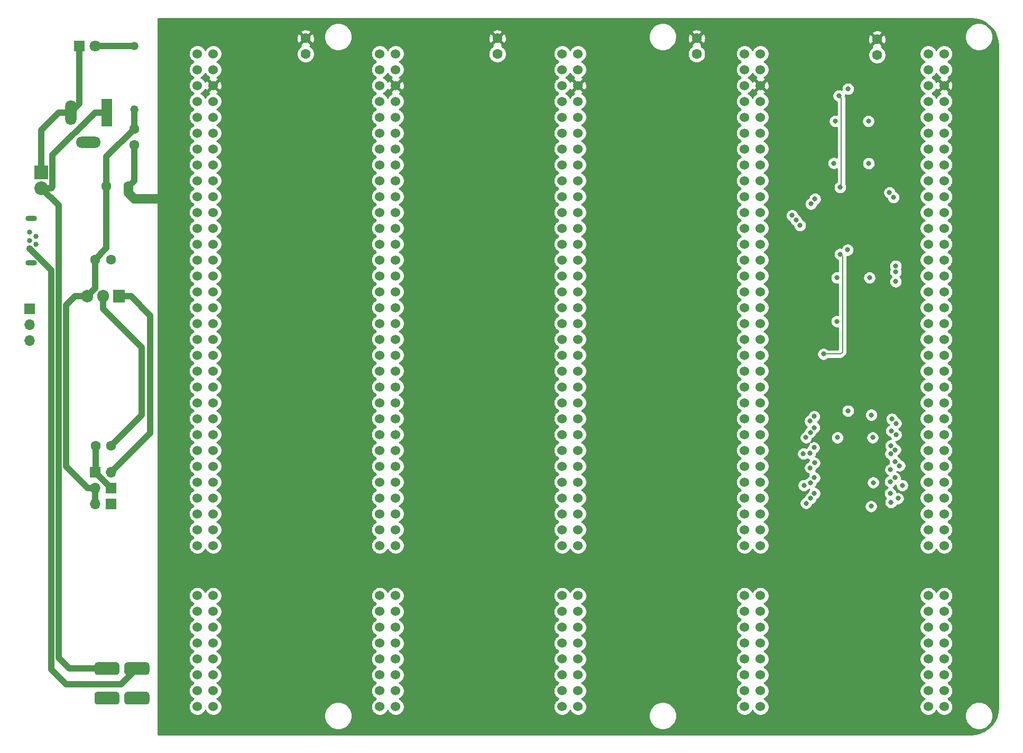
<source format=gbr>
G04 #@! TF.GenerationSoftware,KiCad,Pcbnew,(5.1.5-0-10_14)*
G04 #@! TF.CreationDate,2021-10-05T22:40:42+01:00*
G04 #@! TF.ProjectId,roscbus04,726f7363-6275-4733-9034-2e6b69636164,rev?*
G04 #@! TF.SameCoordinates,Original*
G04 #@! TF.FileFunction,Copper,L4,Bot*
G04 #@! TF.FilePolarity,Positive*
%FSLAX46Y46*%
G04 Gerber Fmt 4.6, Leading zero omitted, Abs format (unit mm)*
G04 Created by KiCad (PCBNEW (5.1.5-0-10_14)) date 2021-10-05 22:40:42*
%MOMM*%
%LPD*%
G04 APERTURE LIST*
%ADD10C,1.524000*%
%ADD11O,1.905000X2.000000*%
%ADD12R,1.905000X2.000000*%
%ADD13C,0.100000*%
%ADD14C,1.320800*%
%ADD15C,1.800000*%
%ADD16R,1.800000X1.800000*%
%ADD17O,1.700000X1.700000*%
%ADD18R,1.700000X1.700000*%
%ADD19C,2.200000*%
%ADD20R,2.200000X2.200000*%
%ADD21R,1.800000X4.400000*%
%ADD22O,1.800000X4.000000*%
%ADD23O,4.000000X1.800000*%
%ADD24O,1.850000X0.850000*%
%ADD25C,0.840000*%
%ADD26R,0.840000X0.840000*%
%ADD27C,1.600000*%
%ADD28C,1.600200*%
%ADD29C,0.800000*%
%ADD30C,0.160000*%
%ADD31C,1.000000*%
%ADD32C,1.500000*%
%ADD33C,0.254000*%
G04 APERTURE END LIST*
D10*
X189937000Y-120132000D03*
X187397000Y-120132000D03*
X189937000Y-117592000D03*
X187397000Y-117592000D03*
X187397000Y-41392000D03*
X189937000Y-41392000D03*
X187397000Y-43932000D03*
X189937000Y-43932000D03*
X187397000Y-46472000D03*
X189937000Y-46472000D03*
X187397000Y-49012000D03*
X189937000Y-49012000D03*
X187397000Y-51552000D03*
X189937000Y-51552000D03*
X187397000Y-54092000D03*
X189937000Y-54092000D03*
X187397000Y-56632000D03*
X189937000Y-56632000D03*
X187397000Y-59172000D03*
X189937000Y-59172000D03*
X187397000Y-61712000D03*
X189937000Y-61712000D03*
X187397000Y-64252000D03*
X189937000Y-64252000D03*
X187397000Y-66792000D03*
X189937000Y-66792000D03*
X187397000Y-69332000D03*
X189937000Y-69332000D03*
X187397000Y-71872000D03*
X189937000Y-71872000D03*
X187397000Y-74412000D03*
X189937000Y-74412000D03*
X187397000Y-76952000D03*
X189937000Y-76952000D03*
X187397000Y-79492000D03*
X189937000Y-79492000D03*
X187397000Y-82032000D03*
X189937000Y-82032000D03*
X187397000Y-84572000D03*
X189937000Y-84572000D03*
X187397000Y-87112000D03*
X189937000Y-87112000D03*
X187397000Y-89652000D03*
X189937000Y-89652000D03*
X187397000Y-92192000D03*
X189937000Y-92192000D03*
X187397000Y-94732000D03*
X189937000Y-94732000D03*
X187397000Y-97272000D03*
X189937000Y-97272000D03*
X187397000Y-99812000D03*
X189937000Y-99812000D03*
X187397000Y-102352000D03*
X189937000Y-102352000D03*
X187397000Y-104892000D03*
X189937000Y-104892000D03*
X187397000Y-107432000D03*
X189937000Y-107432000D03*
X187397000Y-109972000D03*
X189937000Y-109972000D03*
X187397000Y-112512000D03*
X189937000Y-112512000D03*
X187397000Y-115052000D03*
X189937000Y-115052000D03*
X216823000Y-128152000D03*
X219363000Y-128152000D03*
X216823000Y-130692000D03*
X219363000Y-130692000D03*
X216823000Y-133232000D03*
X219363000Y-133232000D03*
X216823000Y-135772000D03*
X219363000Y-135772000D03*
X216823000Y-138312000D03*
X219363000Y-138312000D03*
X216823000Y-140852000D03*
X219363000Y-140852000D03*
X216823000Y-143392000D03*
X219363000Y-143392000D03*
X216823000Y-145932000D03*
X219363000Y-145932000D03*
X219363000Y-120132000D03*
X216823000Y-120132000D03*
X219363000Y-117592000D03*
X216823000Y-117592000D03*
X216823000Y-41392000D03*
X219363000Y-41392000D03*
X216823000Y-43932000D03*
X219363000Y-43932000D03*
X216823000Y-46472000D03*
X219363000Y-46472000D03*
X216823000Y-49012000D03*
X219363000Y-49012000D03*
X216823000Y-51552000D03*
X219363000Y-51552000D03*
X216823000Y-54092000D03*
X219363000Y-54092000D03*
X216823000Y-56632000D03*
X219363000Y-56632000D03*
X216823000Y-59172000D03*
X219363000Y-59172000D03*
X216823000Y-61712000D03*
X219363000Y-61712000D03*
X216823000Y-64252000D03*
X219363000Y-64252000D03*
X216823000Y-66792000D03*
X219363000Y-66792000D03*
X216823000Y-69332000D03*
X219363000Y-69332000D03*
X216823000Y-71872000D03*
X219363000Y-71872000D03*
X216823000Y-74412000D03*
X219363000Y-74412000D03*
X216823000Y-76952000D03*
X219363000Y-76952000D03*
X216823000Y-79492000D03*
X219363000Y-79492000D03*
X216823000Y-82032000D03*
X219363000Y-82032000D03*
X216823000Y-84572000D03*
X219363000Y-84572000D03*
X216823000Y-87112000D03*
X219363000Y-87112000D03*
X216823000Y-89652000D03*
X219363000Y-89652000D03*
X216823000Y-92192000D03*
X219363000Y-92192000D03*
X216823000Y-94732000D03*
X219363000Y-94732000D03*
X216823000Y-97272000D03*
X219363000Y-97272000D03*
X216823000Y-99812000D03*
X219363000Y-99812000D03*
X216823000Y-102352000D03*
X219363000Y-102352000D03*
X216823000Y-104892000D03*
X219363000Y-104892000D03*
X216823000Y-107432000D03*
X219363000Y-107432000D03*
X216823000Y-109972000D03*
X219363000Y-109972000D03*
X216823000Y-112512000D03*
X219363000Y-112512000D03*
X216823000Y-115052000D03*
X219363000Y-115052000D03*
D11*
X82120000Y-80200000D03*
X84660000Y-80200000D03*
D12*
X87200000Y-80200000D03*
G04 #@! TA.AperFunction,ComponentPad*
D13*
G36*
X91644009Y-138832408D02*
G01*
X91692545Y-138839607D01*
X91740142Y-138851530D01*
X91786342Y-138868060D01*
X91830698Y-138889039D01*
X91872785Y-138914265D01*
X91912197Y-138943495D01*
X91948553Y-138976447D01*
X91981505Y-139012803D01*
X92010735Y-139052215D01*
X92035961Y-139094302D01*
X92056940Y-139138658D01*
X92073470Y-139184858D01*
X92085393Y-139232455D01*
X92092592Y-139280991D01*
X92095000Y-139330000D01*
X92095000Y-140330000D01*
X92092592Y-140379009D01*
X92085393Y-140427545D01*
X92073470Y-140475142D01*
X92056940Y-140521342D01*
X92035961Y-140565698D01*
X92010735Y-140607785D01*
X91981505Y-140647197D01*
X91948553Y-140683553D01*
X91912197Y-140716505D01*
X91872785Y-140745735D01*
X91830698Y-140770961D01*
X91786342Y-140791940D01*
X91740142Y-140808470D01*
X91692545Y-140820393D01*
X91644009Y-140827592D01*
X91595000Y-140830000D01*
X88595000Y-140830000D01*
X88545991Y-140827592D01*
X88497455Y-140820393D01*
X88449858Y-140808470D01*
X88403658Y-140791940D01*
X88359302Y-140770961D01*
X88317215Y-140745735D01*
X88277803Y-140716505D01*
X88241447Y-140683553D01*
X88208495Y-140647197D01*
X88179265Y-140607785D01*
X88154039Y-140565698D01*
X88133060Y-140521342D01*
X88116530Y-140475142D01*
X88104607Y-140427545D01*
X88097408Y-140379009D01*
X88095000Y-140330000D01*
X88095000Y-139330000D01*
X88097408Y-139280991D01*
X88104607Y-139232455D01*
X88116530Y-139184858D01*
X88133060Y-139138658D01*
X88154039Y-139094302D01*
X88179265Y-139052215D01*
X88208495Y-139012803D01*
X88241447Y-138976447D01*
X88277803Y-138943495D01*
X88317215Y-138914265D01*
X88359302Y-138889039D01*
X88403658Y-138868060D01*
X88449858Y-138851530D01*
X88497455Y-138839607D01*
X88545991Y-138832408D01*
X88595000Y-138830000D01*
X91595000Y-138830000D01*
X91644009Y-138832408D01*
G37*
G04 #@! TD.AperFunction*
G04 #@! TA.AperFunction,ComponentPad*
G36*
X86844009Y-138832408D02*
G01*
X86892545Y-138839607D01*
X86940142Y-138851530D01*
X86986342Y-138868060D01*
X87030698Y-138889039D01*
X87072785Y-138914265D01*
X87112197Y-138943495D01*
X87148553Y-138976447D01*
X87181505Y-139012803D01*
X87210735Y-139052215D01*
X87235961Y-139094302D01*
X87256940Y-139138658D01*
X87273470Y-139184858D01*
X87285393Y-139232455D01*
X87292592Y-139280991D01*
X87295000Y-139330000D01*
X87295000Y-140330000D01*
X87292592Y-140379009D01*
X87285393Y-140427545D01*
X87273470Y-140475142D01*
X87256940Y-140521342D01*
X87235961Y-140565698D01*
X87210735Y-140607785D01*
X87181505Y-140647197D01*
X87148553Y-140683553D01*
X87112197Y-140716505D01*
X87072785Y-140745735D01*
X87030698Y-140770961D01*
X86986342Y-140791940D01*
X86940142Y-140808470D01*
X86892545Y-140820393D01*
X86844009Y-140827592D01*
X86795000Y-140830000D01*
X83795000Y-140830000D01*
X83745991Y-140827592D01*
X83697455Y-140820393D01*
X83649858Y-140808470D01*
X83603658Y-140791940D01*
X83559302Y-140770961D01*
X83517215Y-140745735D01*
X83477803Y-140716505D01*
X83441447Y-140683553D01*
X83408495Y-140647197D01*
X83379265Y-140607785D01*
X83354039Y-140565698D01*
X83333060Y-140521342D01*
X83316530Y-140475142D01*
X83304607Y-140427545D01*
X83297408Y-140379009D01*
X83295000Y-140330000D01*
X83295000Y-139330000D01*
X83297408Y-139280991D01*
X83304607Y-139232455D01*
X83316530Y-139184858D01*
X83333060Y-139138658D01*
X83354039Y-139094302D01*
X83379265Y-139052215D01*
X83408495Y-139012803D01*
X83441447Y-138976447D01*
X83477803Y-138943495D01*
X83517215Y-138914265D01*
X83559302Y-138889039D01*
X83603658Y-138868060D01*
X83649858Y-138851530D01*
X83697455Y-138839607D01*
X83745991Y-138832408D01*
X83795000Y-138830000D01*
X86795000Y-138830000D01*
X86844009Y-138832408D01*
G37*
G04 #@! TD.AperFunction*
G04 #@! TA.AperFunction,ComponentPad*
G36*
X86844009Y-143562408D02*
G01*
X86892545Y-143569607D01*
X86940142Y-143581530D01*
X86986342Y-143598060D01*
X87030698Y-143619039D01*
X87072785Y-143644265D01*
X87112197Y-143673495D01*
X87148553Y-143706447D01*
X87181505Y-143742803D01*
X87210735Y-143782215D01*
X87235961Y-143824302D01*
X87256940Y-143868658D01*
X87273470Y-143914858D01*
X87285393Y-143962455D01*
X87292592Y-144010991D01*
X87295000Y-144060000D01*
X87295000Y-145060000D01*
X87292592Y-145109009D01*
X87285393Y-145157545D01*
X87273470Y-145205142D01*
X87256940Y-145251342D01*
X87235961Y-145295698D01*
X87210735Y-145337785D01*
X87181505Y-145377197D01*
X87148553Y-145413553D01*
X87112197Y-145446505D01*
X87072785Y-145475735D01*
X87030698Y-145500961D01*
X86986342Y-145521940D01*
X86940142Y-145538470D01*
X86892545Y-145550393D01*
X86844009Y-145557592D01*
X86795000Y-145560000D01*
X83795000Y-145560000D01*
X83745991Y-145557592D01*
X83697455Y-145550393D01*
X83649858Y-145538470D01*
X83603658Y-145521940D01*
X83559302Y-145500961D01*
X83517215Y-145475735D01*
X83477803Y-145446505D01*
X83441447Y-145413553D01*
X83408495Y-145377197D01*
X83379265Y-145337785D01*
X83354039Y-145295698D01*
X83333060Y-145251342D01*
X83316530Y-145205142D01*
X83304607Y-145157545D01*
X83297408Y-145109009D01*
X83295000Y-145060000D01*
X83295000Y-144060000D01*
X83297408Y-144010991D01*
X83304607Y-143962455D01*
X83316530Y-143914858D01*
X83333060Y-143868658D01*
X83354039Y-143824302D01*
X83379265Y-143782215D01*
X83408495Y-143742803D01*
X83441447Y-143706447D01*
X83477803Y-143673495D01*
X83517215Y-143644265D01*
X83559302Y-143619039D01*
X83603658Y-143598060D01*
X83649858Y-143581530D01*
X83697455Y-143569607D01*
X83745991Y-143562408D01*
X83795000Y-143560000D01*
X86795000Y-143560000D01*
X86844009Y-143562408D01*
G37*
G04 #@! TD.AperFunction*
G04 #@! TA.AperFunction,ComponentPad*
G36*
X91644009Y-143562408D02*
G01*
X91692545Y-143569607D01*
X91740142Y-143581530D01*
X91786342Y-143598060D01*
X91830698Y-143619039D01*
X91872785Y-143644265D01*
X91912197Y-143673495D01*
X91948553Y-143706447D01*
X91981505Y-143742803D01*
X92010735Y-143782215D01*
X92035961Y-143824302D01*
X92056940Y-143868658D01*
X92073470Y-143914858D01*
X92085393Y-143962455D01*
X92092592Y-144010991D01*
X92095000Y-144060000D01*
X92095000Y-145060000D01*
X92092592Y-145109009D01*
X92085393Y-145157545D01*
X92073470Y-145205142D01*
X92056940Y-145251342D01*
X92035961Y-145295698D01*
X92010735Y-145337785D01*
X91981505Y-145377197D01*
X91948553Y-145413553D01*
X91912197Y-145446505D01*
X91872785Y-145475735D01*
X91830698Y-145500961D01*
X91786342Y-145521940D01*
X91740142Y-145538470D01*
X91692545Y-145550393D01*
X91644009Y-145557592D01*
X91595000Y-145560000D01*
X88595000Y-145560000D01*
X88545991Y-145557592D01*
X88497455Y-145550393D01*
X88449858Y-145538470D01*
X88403658Y-145521940D01*
X88359302Y-145500961D01*
X88317215Y-145475735D01*
X88277803Y-145446505D01*
X88241447Y-145413553D01*
X88208495Y-145377197D01*
X88179265Y-145337785D01*
X88154039Y-145295698D01*
X88133060Y-145251342D01*
X88116530Y-145205142D01*
X88104607Y-145157545D01*
X88097408Y-145109009D01*
X88095000Y-145060000D01*
X88095000Y-144060000D01*
X88097408Y-144010991D01*
X88104607Y-143962455D01*
X88116530Y-143914858D01*
X88133060Y-143868658D01*
X88154039Y-143824302D01*
X88179265Y-143782215D01*
X88208495Y-143742803D01*
X88241447Y-143706447D01*
X88277803Y-143673495D01*
X88317215Y-143644265D01*
X88359302Y-143619039D01*
X88403658Y-143598060D01*
X88449858Y-143581530D01*
X88497455Y-143569607D01*
X88545991Y-143562408D01*
X88595000Y-143560000D01*
X91595000Y-143560000D01*
X91644009Y-143562408D01*
G37*
G04 #@! TD.AperFunction*
D14*
X89660000Y-40137000D03*
X89660000Y-50297000D03*
D15*
X83425000Y-40140000D03*
D16*
X80885000Y-40140000D03*
D17*
X85955000Y-108390000D03*
D18*
X83415000Y-108390000D03*
D17*
X83415000Y-110940000D03*
D18*
X85955000Y-110940000D03*
D17*
X83415000Y-113465000D03*
D18*
X85955000Y-113465000D03*
D17*
X72920000Y-87310000D03*
X72920000Y-84770000D03*
D18*
X72920000Y-82230000D03*
D19*
X74785000Y-62890000D03*
D20*
X74785000Y-60350000D03*
D21*
X85285000Y-50780000D03*
D22*
X79485000Y-50780000D03*
D23*
X82285000Y-55580000D03*
D24*
X73135000Y-67715000D03*
X73135000Y-74865000D03*
D25*
X72915000Y-69990000D03*
X73915000Y-70640000D03*
X72915000Y-71290000D03*
X73915000Y-71940000D03*
D26*
X72915000Y-72590000D03*
D27*
X85910000Y-74320000D03*
X83410000Y-74320000D03*
X89660000Y-55951000D03*
X89660000Y-53451000D03*
X208615000Y-39073000D03*
X208615000Y-41573000D03*
X179720000Y-38915000D03*
X179720000Y-41415000D03*
X147810000Y-38915000D03*
X147810000Y-41415000D03*
X117097000Y-38919000D03*
X117097000Y-41419000D03*
X85974000Y-104121000D03*
X83474000Y-104121000D03*
D28*
X88778000Y-62600000D03*
X85222000Y-62600000D03*
D10*
X187397000Y-128152000D03*
X189937000Y-128152000D03*
X187397000Y-130692000D03*
X189937000Y-130692000D03*
X187397000Y-133232000D03*
X189937000Y-133232000D03*
X187397000Y-135772000D03*
X189937000Y-135772000D03*
X187397000Y-138312000D03*
X189937000Y-138312000D03*
X187397000Y-140852000D03*
X189937000Y-140852000D03*
X187397000Y-143392000D03*
X189937000Y-143392000D03*
X187397000Y-145932000D03*
X189937000Y-145932000D03*
X158187000Y-128152000D03*
X160727000Y-128152000D03*
X158187000Y-130692000D03*
X160727000Y-130692000D03*
X158187000Y-133232000D03*
X160727000Y-133232000D03*
X158187000Y-135772000D03*
X160727000Y-135772000D03*
X158187000Y-138312000D03*
X160727000Y-138312000D03*
X158187000Y-140852000D03*
X160727000Y-140852000D03*
X158187000Y-143392000D03*
X160727000Y-143392000D03*
X158187000Y-145932000D03*
X160727000Y-145932000D03*
X160727000Y-120132000D03*
X158187000Y-120132000D03*
X160727000Y-117592000D03*
X158187000Y-117592000D03*
X158187000Y-41392000D03*
X160727000Y-41392000D03*
X158187000Y-43932000D03*
X160727000Y-43932000D03*
X158187000Y-46472000D03*
X160727000Y-46472000D03*
X158187000Y-49012000D03*
X160727000Y-49012000D03*
X158187000Y-51552000D03*
X160727000Y-51552000D03*
X158187000Y-54092000D03*
X160727000Y-54092000D03*
X158187000Y-56632000D03*
X160727000Y-56632000D03*
X158187000Y-59172000D03*
X160727000Y-59172000D03*
X158187000Y-61712000D03*
X160727000Y-61712000D03*
X158187000Y-64252000D03*
X160727000Y-64252000D03*
X158187000Y-66792000D03*
X160727000Y-66792000D03*
X158187000Y-69332000D03*
X160727000Y-69332000D03*
X158187000Y-71872000D03*
X160727000Y-71872000D03*
X158187000Y-74412000D03*
X160727000Y-74412000D03*
X158187000Y-76952000D03*
X160727000Y-76952000D03*
X158187000Y-79492000D03*
X160727000Y-79492000D03*
X158187000Y-82032000D03*
X160727000Y-82032000D03*
X158187000Y-84572000D03*
X160727000Y-84572000D03*
X158187000Y-87112000D03*
X160727000Y-87112000D03*
X158187000Y-89652000D03*
X160727000Y-89652000D03*
X158187000Y-92192000D03*
X160727000Y-92192000D03*
X158187000Y-94732000D03*
X160727000Y-94732000D03*
X158187000Y-97272000D03*
X160727000Y-97272000D03*
X158187000Y-99812000D03*
X160727000Y-99812000D03*
X158187000Y-102352000D03*
X160727000Y-102352000D03*
X158187000Y-104892000D03*
X160727000Y-104892000D03*
X158187000Y-107432000D03*
X160727000Y-107432000D03*
X158187000Y-109972000D03*
X160727000Y-109972000D03*
X158187000Y-112512000D03*
X160727000Y-112512000D03*
X158187000Y-115052000D03*
X160727000Y-115052000D03*
X128977000Y-128152000D03*
X131517000Y-128152000D03*
X128977000Y-130692000D03*
X131517000Y-130692000D03*
X128977000Y-133232000D03*
X131517000Y-133232000D03*
X128977000Y-135772000D03*
X131517000Y-135772000D03*
X128977000Y-138312000D03*
X131517000Y-138312000D03*
X128977000Y-140852000D03*
X131517000Y-140852000D03*
X128977000Y-143392000D03*
X131517000Y-143392000D03*
X128977000Y-145932000D03*
X131517000Y-145932000D03*
X131517000Y-120132000D03*
X128977000Y-120132000D03*
X131517000Y-117592000D03*
X128977000Y-117592000D03*
X128977000Y-41392000D03*
X131517000Y-41392000D03*
X128977000Y-43932000D03*
X131517000Y-43932000D03*
X128977000Y-46472000D03*
X131517000Y-46472000D03*
X128977000Y-49012000D03*
X131517000Y-49012000D03*
X128977000Y-51552000D03*
X131517000Y-51552000D03*
X128977000Y-54092000D03*
X131517000Y-54092000D03*
X128977000Y-56632000D03*
X131517000Y-56632000D03*
X128977000Y-59172000D03*
X131517000Y-59172000D03*
X128977000Y-61712000D03*
X131517000Y-61712000D03*
X128977000Y-64252000D03*
X131517000Y-64252000D03*
X128977000Y-66792000D03*
X131517000Y-66792000D03*
X128977000Y-69332000D03*
X131517000Y-69332000D03*
X128977000Y-71872000D03*
X131517000Y-71872000D03*
X128977000Y-74412000D03*
X131517000Y-74412000D03*
X128977000Y-76952000D03*
X131517000Y-76952000D03*
X128977000Y-79492000D03*
X131517000Y-79492000D03*
X128977000Y-82032000D03*
X131517000Y-82032000D03*
X128977000Y-84572000D03*
X131517000Y-84572000D03*
X128977000Y-87112000D03*
X131517000Y-87112000D03*
X128977000Y-89652000D03*
X131517000Y-89652000D03*
X128977000Y-92192000D03*
X131517000Y-92192000D03*
X128977000Y-94732000D03*
X131517000Y-94732000D03*
X128977000Y-97272000D03*
X131517000Y-97272000D03*
X128977000Y-99812000D03*
X131517000Y-99812000D03*
X128977000Y-102352000D03*
X131517000Y-102352000D03*
X128977000Y-104892000D03*
X131517000Y-104892000D03*
X128977000Y-107432000D03*
X131517000Y-107432000D03*
X128977000Y-109972000D03*
X131517000Y-109972000D03*
X128977000Y-112512000D03*
X131517000Y-112512000D03*
X128977000Y-115052000D03*
X131517000Y-115052000D03*
X99767000Y-128152000D03*
X102307000Y-128152000D03*
X99767000Y-130692000D03*
X102307000Y-130692000D03*
X99767000Y-133232000D03*
X102307000Y-133232000D03*
X99767000Y-135772000D03*
X102307000Y-135772000D03*
X99767000Y-138312000D03*
X102307000Y-138312000D03*
X99767000Y-140852000D03*
X102307000Y-140852000D03*
X99767000Y-143392000D03*
X102307000Y-143392000D03*
X99767000Y-145932000D03*
X102307000Y-145932000D03*
X102307000Y-120132000D03*
X99767000Y-120132000D03*
X102307000Y-117592000D03*
X99767000Y-117592000D03*
X99767000Y-41392000D03*
X102307000Y-41392000D03*
X99767000Y-43932000D03*
X102307000Y-43932000D03*
X99767000Y-46472000D03*
X102307000Y-46472000D03*
X99767000Y-49012000D03*
X102307000Y-49012000D03*
X99767000Y-51552000D03*
X102307000Y-51552000D03*
X99767000Y-54092000D03*
X102307000Y-54092000D03*
X99767000Y-56632000D03*
X102307000Y-56632000D03*
X99767000Y-59172000D03*
X102307000Y-59172000D03*
X99767000Y-61712000D03*
X102307000Y-61712000D03*
X99767000Y-64252000D03*
X102307000Y-64252000D03*
X99767000Y-66792000D03*
X102307000Y-66792000D03*
X99767000Y-69332000D03*
X102307000Y-69332000D03*
X99767000Y-71872000D03*
X102307000Y-71872000D03*
X99767000Y-74412000D03*
X102307000Y-74412000D03*
X99767000Y-76952000D03*
X102307000Y-76952000D03*
X99767000Y-79492000D03*
X102307000Y-79492000D03*
X99767000Y-82032000D03*
X102307000Y-82032000D03*
X99767000Y-84572000D03*
X102307000Y-84572000D03*
X99767000Y-87112000D03*
X102307000Y-87112000D03*
X99767000Y-89652000D03*
X102307000Y-89652000D03*
X99767000Y-92192000D03*
X102307000Y-92192000D03*
X99767000Y-94732000D03*
X102307000Y-94732000D03*
X99767000Y-97272000D03*
X102307000Y-97272000D03*
X99767000Y-99812000D03*
X102307000Y-99812000D03*
X99767000Y-102352000D03*
X102307000Y-102352000D03*
X99767000Y-104892000D03*
X102307000Y-104892000D03*
X99767000Y-107432000D03*
X102307000Y-107432000D03*
X99767000Y-109972000D03*
X102307000Y-109972000D03*
X99767000Y-112512000D03*
X102307000Y-112512000D03*
X99767000Y-115052000D03*
X102307000Y-115052000D03*
D29*
X210741000Y-111783000D03*
X211986000Y-112586000D03*
X212656000Y-110503000D03*
X210852000Y-113218500D03*
X210728000Y-109917000D03*
X207661000Y-113855000D03*
X207702000Y-99225000D03*
X211473000Y-109274000D03*
X210785000Y-107994000D03*
X212226980Y-107344731D03*
X211505000Y-106712000D03*
X200040000Y-89468000D03*
X202496000Y-48111000D03*
X202699000Y-62780000D03*
X202685000Y-73473000D03*
X210804000Y-105432000D03*
X211532114Y-104801491D03*
X210848000Y-104128000D03*
X211651353Y-102408330D03*
X210937000Y-101767000D03*
X211639461Y-100579800D03*
X210992000Y-99871000D03*
X211610000Y-75375000D03*
X211612299Y-76334999D03*
X211607000Y-77859000D03*
X211253000Y-64386881D03*
X210613000Y-63608000D03*
X202189000Y-77248000D03*
X202189000Y-84236000D03*
X201701000Y-58908000D03*
X201910000Y-52192000D03*
X203971000Y-47020000D03*
X203911000Y-72782000D03*
X203952000Y-98553000D03*
X208011000Y-110051000D03*
X207917000Y-102848000D03*
X207247000Y-52198000D03*
X207269000Y-58942000D03*
X207404000Y-77250000D03*
X202279000Y-102848000D03*
X197258000Y-113353000D03*
X197983000Y-112582000D03*
X198578000Y-111783000D03*
X196918000Y-110503000D03*
X197955000Y-110095000D03*
X198578000Y-109274000D03*
X197914000Y-107688000D03*
X198606000Y-106907000D03*
X196806000Y-105432000D03*
X197874000Y-105329000D03*
X198514000Y-104449000D03*
X197233000Y-102848000D03*
X197927000Y-102020000D03*
X198541000Y-101246000D03*
X197900000Y-100205000D03*
X198541000Y-99458000D03*
X198667000Y-64638000D03*
X198027000Y-65419382D03*
X195001258Y-67285238D03*
X195641258Y-68035992D03*
X196283000Y-68876286D03*
D30*
X202895999Y-62583001D02*
X202699000Y-62780000D01*
X202895999Y-48510999D02*
X202895999Y-62583001D01*
X202496000Y-48111000D02*
X202895999Y-48510999D01*
X202768000Y-89468000D02*
X200040000Y-89468000D01*
X203084999Y-73872999D02*
X203084999Y-89151001D01*
X203084999Y-89151001D02*
X202768000Y-89468000D01*
X202685000Y-73473000D02*
X203084999Y-73872999D01*
D31*
X80885000Y-49380000D02*
X79485000Y-50780000D01*
X80885000Y-40140000D02*
X80885000Y-49380000D01*
X74785000Y-58250000D02*
X74785000Y-60350000D01*
X74785000Y-53580000D02*
X74785000Y-58250000D01*
X77585000Y-50780000D02*
X74785000Y-53580000D01*
X79485000Y-50780000D02*
X77585000Y-50780000D01*
X89660000Y-61718000D02*
X88778000Y-62600000D01*
X89660000Y-55951000D02*
X89660000Y-61718000D01*
X84660000Y-82200000D02*
X90845000Y-88385000D01*
X84660000Y-80200000D02*
X84660000Y-82200000D01*
X90845000Y-99250000D02*
X85974000Y-104121000D01*
X90845000Y-88385000D02*
X90845000Y-99250000D01*
D32*
X88778000Y-63731512D02*
X89657488Y-64611000D01*
X88778000Y-62600000D02*
X88778000Y-63731512D01*
X89657488Y-64611000D02*
X95466000Y-64611000D01*
D31*
X89660000Y-50297000D02*
X89660000Y-53451000D01*
X85222000Y-57889000D02*
X85222000Y-62600000D01*
X89660000Y-53451000D02*
X85222000Y-57889000D01*
X85222000Y-72508000D02*
X83410000Y-74320000D01*
X83410000Y-78910000D02*
X82120000Y-80200000D01*
X83410000Y-74320000D02*
X83410000Y-78910000D01*
X80167500Y-80200000D02*
X78735020Y-81632480D01*
X82120000Y-80200000D02*
X80167500Y-80200000D01*
X82212919Y-110940000D02*
X83415000Y-110940000D01*
X78735020Y-107462101D02*
X82212919Y-110940000D01*
X78735020Y-81632480D02*
X78735020Y-107462101D01*
X83415000Y-110940000D02*
X83415000Y-113465000D01*
X85222000Y-62600000D02*
X85222000Y-65868000D01*
X85222000Y-65868000D02*
X85222000Y-72508000D01*
X72915000Y-72590000D02*
X76415000Y-76090000D01*
X76415000Y-76090000D02*
X76415000Y-139990000D01*
X76415000Y-139990000D02*
X78770000Y-142345000D01*
X87580000Y-142345000D02*
X90095000Y-139830000D01*
X78770000Y-142345000D02*
X87580000Y-142345000D01*
X89657000Y-40140000D02*
X89660000Y-40137000D01*
X83425000Y-40140000D02*
X89657000Y-40140000D01*
X83474000Y-108331000D02*
X83415000Y-108390000D01*
X83474000Y-104121000D02*
X83474000Y-108331000D01*
X83415000Y-108400000D02*
X85955000Y-110940000D01*
X83415000Y-108390000D02*
X83415000Y-108400000D01*
X76545001Y-62685633D02*
X76340634Y-62890000D01*
X76340634Y-62890000D02*
X74785000Y-62890000D01*
X83385000Y-50780000D02*
X76545001Y-57619999D01*
X76545001Y-57619999D02*
X76545001Y-62685633D01*
X85285000Y-50780000D02*
X83385000Y-50780000D01*
X83295000Y-139830000D02*
X85295000Y-139830000D01*
X77575010Y-138134010D02*
X79271000Y-139830000D01*
X79271000Y-139830000D02*
X83295000Y-139830000D01*
X77575010Y-65680010D02*
X77575010Y-138134010D01*
X74785000Y-62890000D02*
X77575010Y-65680010D01*
X89152500Y-80200000D02*
X92248000Y-83295500D01*
X87200000Y-80200000D02*
X89152500Y-80200000D01*
X92248000Y-102097000D02*
X85955000Y-108390000D01*
X92248000Y-83295500D02*
X92248000Y-102097000D01*
D33*
G36*
X224489801Y-35844988D02*
G01*
X225220745Y-36044951D01*
X225904728Y-36371194D01*
X226520123Y-36813400D01*
X227047489Y-37357600D01*
X227470150Y-37986586D01*
X227774746Y-38680475D01*
X227952869Y-39422413D01*
X228000000Y-40064207D01*
X228000001Y-146060596D01*
X227930012Y-146844801D01*
X227730048Y-147575747D01*
X227403806Y-148259727D01*
X226961600Y-148875123D01*
X226417400Y-149402489D01*
X225788414Y-149825150D01*
X225094525Y-150129746D01*
X224352588Y-150307869D01*
X223710793Y-150355000D01*
X93472000Y-150355000D01*
X93472000Y-128014408D01*
X98370000Y-128014408D01*
X98370000Y-128289592D01*
X98423686Y-128559490D01*
X98528995Y-128813727D01*
X98681880Y-129042535D01*
X98876465Y-129237120D01*
X99105273Y-129390005D01*
X99182515Y-129422000D01*
X99105273Y-129453995D01*
X98876465Y-129606880D01*
X98681880Y-129801465D01*
X98528995Y-130030273D01*
X98423686Y-130284510D01*
X98370000Y-130554408D01*
X98370000Y-130829592D01*
X98423686Y-131099490D01*
X98528995Y-131353727D01*
X98681880Y-131582535D01*
X98876465Y-131777120D01*
X99105273Y-131930005D01*
X99182515Y-131962000D01*
X99105273Y-131993995D01*
X98876465Y-132146880D01*
X98681880Y-132341465D01*
X98528995Y-132570273D01*
X98423686Y-132824510D01*
X98370000Y-133094408D01*
X98370000Y-133369592D01*
X98423686Y-133639490D01*
X98528995Y-133893727D01*
X98681880Y-134122535D01*
X98876465Y-134317120D01*
X99105273Y-134470005D01*
X99182515Y-134502000D01*
X99105273Y-134533995D01*
X98876465Y-134686880D01*
X98681880Y-134881465D01*
X98528995Y-135110273D01*
X98423686Y-135364510D01*
X98370000Y-135634408D01*
X98370000Y-135909592D01*
X98423686Y-136179490D01*
X98528995Y-136433727D01*
X98681880Y-136662535D01*
X98876465Y-136857120D01*
X99105273Y-137010005D01*
X99182515Y-137042000D01*
X99105273Y-137073995D01*
X98876465Y-137226880D01*
X98681880Y-137421465D01*
X98528995Y-137650273D01*
X98423686Y-137904510D01*
X98370000Y-138174408D01*
X98370000Y-138449592D01*
X98423686Y-138719490D01*
X98528995Y-138973727D01*
X98681880Y-139202535D01*
X98876465Y-139397120D01*
X99105273Y-139550005D01*
X99182515Y-139582000D01*
X99105273Y-139613995D01*
X98876465Y-139766880D01*
X98681880Y-139961465D01*
X98528995Y-140190273D01*
X98423686Y-140444510D01*
X98370000Y-140714408D01*
X98370000Y-140989592D01*
X98423686Y-141259490D01*
X98528995Y-141513727D01*
X98681880Y-141742535D01*
X98876465Y-141937120D01*
X99105273Y-142090005D01*
X99182515Y-142122000D01*
X99105273Y-142153995D01*
X98876465Y-142306880D01*
X98681880Y-142501465D01*
X98528995Y-142730273D01*
X98423686Y-142984510D01*
X98370000Y-143254408D01*
X98370000Y-143529592D01*
X98423686Y-143799490D01*
X98528995Y-144053727D01*
X98681880Y-144282535D01*
X98876465Y-144477120D01*
X99105273Y-144630005D01*
X99182515Y-144662000D01*
X99105273Y-144693995D01*
X98876465Y-144846880D01*
X98681880Y-145041465D01*
X98528995Y-145270273D01*
X98423686Y-145524510D01*
X98370000Y-145794408D01*
X98370000Y-146069592D01*
X98423686Y-146339490D01*
X98528995Y-146593727D01*
X98681880Y-146822535D01*
X98876465Y-147017120D01*
X99105273Y-147170005D01*
X99359510Y-147275314D01*
X99629408Y-147329000D01*
X99904592Y-147329000D01*
X100174490Y-147275314D01*
X100428727Y-147170005D01*
X100657535Y-147017120D01*
X100852120Y-146822535D01*
X101005005Y-146593727D01*
X101037000Y-146516485D01*
X101068995Y-146593727D01*
X101221880Y-146822535D01*
X101416465Y-147017120D01*
X101645273Y-147170005D01*
X101899510Y-147275314D01*
X102169408Y-147329000D01*
X102444592Y-147329000D01*
X102714490Y-147275314D01*
X102968727Y-147170005D01*
X102998858Y-147149872D01*
X120101666Y-147149872D01*
X120101666Y-147590128D01*
X120187556Y-148021925D01*
X120356035Y-148428669D01*
X120600628Y-148794729D01*
X120911937Y-149106038D01*
X121277997Y-149350631D01*
X121684741Y-149519110D01*
X122116538Y-149605000D01*
X122556794Y-149605000D01*
X122988591Y-149519110D01*
X123395335Y-149350631D01*
X123761395Y-149106038D01*
X124072704Y-148794729D01*
X124317297Y-148428669D01*
X124485776Y-148021925D01*
X124571666Y-147590128D01*
X124571666Y-147149872D01*
X124485776Y-146718075D01*
X124317297Y-146311331D01*
X124072704Y-145945271D01*
X123761395Y-145633962D01*
X123395335Y-145389369D01*
X122988591Y-145220890D01*
X122556794Y-145135000D01*
X122116538Y-145135000D01*
X121684741Y-145220890D01*
X121277997Y-145389369D01*
X120911937Y-145633962D01*
X120600628Y-145945271D01*
X120356035Y-146311331D01*
X120187556Y-146718075D01*
X120101666Y-147149872D01*
X102998858Y-147149872D01*
X103197535Y-147017120D01*
X103392120Y-146822535D01*
X103545005Y-146593727D01*
X103650314Y-146339490D01*
X103704000Y-146069592D01*
X103704000Y-145794408D01*
X103650314Y-145524510D01*
X103545005Y-145270273D01*
X103392120Y-145041465D01*
X103197535Y-144846880D01*
X102968727Y-144693995D01*
X102891485Y-144662000D01*
X102968727Y-144630005D01*
X103197535Y-144477120D01*
X103392120Y-144282535D01*
X103545005Y-144053727D01*
X103650314Y-143799490D01*
X103704000Y-143529592D01*
X103704000Y-143254408D01*
X103650314Y-142984510D01*
X103545005Y-142730273D01*
X103392120Y-142501465D01*
X103197535Y-142306880D01*
X102968727Y-142153995D01*
X102891485Y-142122000D01*
X102968727Y-142090005D01*
X103197535Y-141937120D01*
X103392120Y-141742535D01*
X103545005Y-141513727D01*
X103650314Y-141259490D01*
X103704000Y-140989592D01*
X103704000Y-140714408D01*
X103650314Y-140444510D01*
X103545005Y-140190273D01*
X103392120Y-139961465D01*
X103197535Y-139766880D01*
X102968727Y-139613995D01*
X102891485Y-139582000D01*
X102968727Y-139550005D01*
X103197535Y-139397120D01*
X103392120Y-139202535D01*
X103545005Y-138973727D01*
X103650314Y-138719490D01*
X103704000Y-138449592D01*
X103704000Y-138174408D01*
X103650314Y-137904510D01*
X103545005Y-137650273D01*
X103392120Y-137421465D01*
X103197535Y-137226880D01*
X102968727Y-137073995D01*
X102891485Y-137042000D01*
X102968727Y-137010005D01*
X103197535Y-136857120D01*
X103392120Y-136662535D01*
X103545005Y-136433727D01*
X103650314Y-136179490D01*
X103704000Y-135909592D01*
X103704000Y-135634408D01*
X103650314Y-135364510D01*
X103545005Y-135110273D01*
X103392120Y-134881465D01*
X103197535Y-134686880D01*
X102968727Y-134533995D01*
X102891485Y-134502000D01*
X102968727Y-134470005D01*
X103197535Y-134317120D01*
X103392120Y-134122535D01*
X103545005Y-133893727D01*
X103650314Y-133639490D01*
X103704000Y-133369592D01*
X103704000Y-133094408D01*
X103650314Y-132824510D01*
X103545005Y-132570273D01*
X103392120Y-132341465D01*
X103197535Y-132146880D01*
X102968727Y-131993995D01*
X102891485Y-131962000D01*
X102968727Y-131930005D01*
X103197535Y-131777120D01*
X103392120Y-131582535D01*
X103545005Y-131353727D01*
X103650314Y-131099490D01*
X103704000Y-130829592D01*
X103704000Y-130554408D01*
X103650314Y-130284510D01*
X103545005Y-130030273D01*
X103392120Y-129801465D01*
X103197535Y-129606880D01*
X102968727Y-129453995D01*
X102891485Y-129422000D01*
X102968727Y-129390005D01*
X103197535Y-129237120D01*
X103392120Y-129042535D01*
X103545005Y-128813727D01*
X103650314Y-128559490D01*
X103704000Y-128289592D01*
X103704000Y-128014408D01*
X127580000Y-128014408D01*
X127580000Y-128289592D01*
X127633686Y-128559490D01*
X127738995Y-128813727D01*
X127891880Y-129042535D01*
X128086465Y-129237120D01*
X128315273Y-129390005D01*
X128392515Y-129422000D01*
X128315273Y-129453995D01*
X128086465Y-129606880D01*
X127891880Y-129801465D01*
X127738995Y-130030273D01*
X127633686Y-130284510D01*
X127580000Y-130554408D01*
X127580000Y-130829592D01*
X127633686Y-131099490D01*
X127738995Y-131353727D01*
X127891880Y-131582535D01*
X128086465Y-131777120D01*
X128315273Y-131930005D01*
X128392515Y-131962000D01*
X128315273Y-131993995D01*
X128086465Y-132146880D01*
X127891880Y-132341465D01*
X127738995Y-132570273D01*
X127633686Y-132824510D01*
X127580000Y-133094408D01*
X127580000Y-133369592D01*
X127633686Y-133639490D01*
X127738995Y-133893727D01*
X127891880Y-134122535D01*
X128086465Y-134317120D01*
X128315273Y-134470005D01*
X128392515Y-134502000D01*
X128315273Y-134533995D01*
X128086465Y-134686880D01*
X127891880Y-134881465D01*
X127738995Y-135110273D01*
X127633686Y-135364510D01*
X127580000Y-135634408D01*
X127580000Y-135909592D01*
X127633686Y-136179490D01*
X127738995Y-136433727D01*
X127891880Y-136662535D01*
X128086465Y-136857120D01*
X128315273Y-137010005D01*
X128392515Y-137042000D01*
X128315273Y-137073995D01*
X128086465Y-137226880D01*
X127891880Y-137421465D01*
X127738995Y-137650273D01*
X127633686Y-137904510D01*
X127580000Y-138174408D01*
X127580000Y-138449592D01*
X127633686Y-138719490D01*
X127738995Y-138973727D01*
X127891880Y-139202535D01*
X128086465Y-139397120D01*
X128315273Y-139550005D01*
X128392515Y-139582000D01*
X128315273Y-139613995D01*
X128086465Y-139766880D01*
X127891880Y-139961465D01*
X127738995Y-140190273D01*
X127633686Y-140444510D01*
X127580000Y-140714408D01*
X127580000Y-140989592D01*
X127633686Y-141259490D01*
X127738995Y-141513727D01*
X127891880Y-141742535D01*
X128086465Y-141937120D01*
X128315273Y-142090005D01*
X128392515Y-142122000D01*
X128315273Y-142153995D01*
X128086465Y-142306880D01*
X127891880Y-142501465D01*
X127738995Y-142730273D01*
X127633686Y-142984510D01*
X127580000Y-143254408D01*
X127580000Y-143529592D01*
X127633686Y-143799490D01*
X127738995Y-144053727D01*
X127891880Y-144282535D01*
X128086465Y-144477120D01*
X128315273Y-144630005D01*
X128392515Y-144662000D01*
X128315273Y-144693995D01*
X128086465Y-144846880D01*
X127891880Y-145041465D01*
X127738995Y-145270273D01*
X127633686Y-145524510D01*
X127580000Y-145794408D01*
X127580000Y-146069592D01*
X127633686Y-146339490D01*
X127738995Y-146593727D01*
X127891880Y-146822535D01*
X128086465Y-147017120D01*
X128315273Y-147170005D01*
X128569510Y-147275314D01*
X128839408Y-147329000D01*
X129114592Y-147329000D01*
X129384490Y-147275314D01*
X129638727Y-147170005D01*
X129867535Y-147017120D01*
X130062120Y-146822535D01*
X130215005Y-146593727D01*
X130247000Y-146516485D01*
X130278995Y-146593727D01*
X130431880Y-146822535D01*
X130626465Y-147017120D01*
X130855273Y-147170005D01*
X131109510Y-147275314D01*
X131379408Y-147329000D01*
X131654592Y-147329000D01*
X131924490Y-147275314D01*
X132178727Y-147170005D01*
X132407535Y-147017120D01*
X132602120Y-146822535D01*
X132755005Y-146593727D01*
X132860314Y-146339490D01*
X132914000Y-146069592D01*
X132914000Y-145794408D01*
X132860314Y-145524510D01*
X132755005Y-145270273D01*
X132602120Y-145041465D01*
X132407535Y-144846880D01*
X132178727Y-144693995D01*
X132101485Y-144662000D01*
X132178727Y-144630005D01*
X132407535Y-144477120D01*
X132602120Y-144282535D01*
X132755005Y-144053727D01*
X132860314Y-143799490D01*
X132914000Y-143529592D01*
X132914000Y-143254408D01*
X132860314Y-142984510D01*
X132755005Y-142730273D01*
X132602120Y-142501465D01*
X132407535Y-142306880D01*
X132178727Y-142153995D01*
X132101485Y-142122000D01*
X132178727Y-142090005D01*
X132407535Y-141937120D01*
X132602120Y-141742535D01*
X132755005Y-141513727D01*
X132860314Y-141259490D01*
X132914000Y-140989592D01*
X132914000Y-140714408D01*
X132860314Y-140444510D01*
X132755005Y-140190273D01*
X132602120Y-139961465D01*
X132407535Y-139766880D01*
X132178727Y-139613995D01*
X132101485Y-139582000D01*
X132178727Y-139550005D01*
X132407535Y-139397120D01*
X132602120Y-139202535D01*
X132755005Y-138973727D01*
X132860314Y-138719490D01*
X132914000Y-138449592D01*
X132914000Y-138174408D01*
X132860314Y-137904510D01*
X132755005Y-137650273D01*
X132602120Y-137421465D01*
X132407535Y-137226880D01*
X132178727Y-137073995D01*
X132101485Y-137042000D01*
X132178727Y-137010005D01*
X132407535Y-136857120D01*
X132602120Y-136662535D01*
X132755005Y-136433727D01*
X132860314Y-136179490D01*
X132914000Y-135909592D01*
X132914000Y-135634408D01*
X132860314Y-135364510D01*
X132755005Y-135110273D01*
X132602120Y-134881465D01*
X132407535Y-134686880D01*
X132178727Y-134533995D01*
X132101485Y-134502000D01*
X132178727Y-134470005D01*
X132407535Y-134317120D01*
X132602120Y-134122535D01*
X132755005Y-133893727D01*
X132860314Y-133639490D01*
X132914000Y-133369592D01*
X132914000Y-133094408D01*
X132860314Y-132824510D01*
X132755005Y-132570273D01*
X132602120Y-132341465D01*
X132407535Y-132146880D01*
X132178727Y-131993995D01*
X132101485Y-131962000D01*
X132178727Y-131930005D01*
X132407535Y-131777120D01*
X132602120Y-131582535D01*
X132755005Y-131353727D01*
X132860314Y-131099490D01*
X132914000Y-130829592D01*
X132914000Y-130554408D01*
X132860314Y-130284510D01*
X132755005Y-130030273D01*
X132602120Y-129801465D01*
X132407535Y-129606880D01*
X132178727Y-129453995D01*
X132101485Y-129422000D01*
X132178727Y-129390005D01*
X132407535Y-129237120D01*
X132602120Y-129042535D01*
X132755005Y-128813727D01*
X132860314Y-128559490D01*
X132914000Y-128289592D01*
X132914000Y-128014408D01*
X156790000Y-128014408D01*
X156790000Y-128289592D01*
X156843686Y-128559490D01*
X156948995Y-128813727D01*
X157101880Y-129042535D01*
X157296465Y-129237120D01*
X157525273Y-129390005D01*
X157602515Y-129422000D01*
X157525273Y-129453995D01*
X157296465Y-129606880D01*
X157101880Y-129801465D01*
X156948995Y-130030273D01*
X156843686Y-130284510D01*
X156790000Y-130554408D01*
X156790000Y-130829592D01*
X156843686Y-131099490D01*
X156948995Y-131353727D01*
X157101880Y-131582535D01*
X157296465Y-131777120D01*
X157525273Y-131930005D01*
X157602515Y-131962000D01*
X157525273Y-131993995D01*
X157296465Y-132146880D01*
X157101880Y-132341465D01*
X156948995Y-132570273D01*
X156843686Y-132824510D01*
X156790000Y-133094408D01*
X156790000Y-133369592D01*
X156843686Y-133639490D01*
X156948995Y-133893727D01*
X157101880Y-134122535D01*
X157296465Y-134317120D01*
X157525273Y-134470005D01*
X157602515Y-134502000D01*
X157525273Y-134533995D01*
X157296465Y-134686880D01*
X157101880Y-134881465D01*
X156948995Y-135110273D01*
X156843686Y-135364510D01*
X156790000Y-135634408D01*
X156790000Y-135909592D01*
X156843686Y-136179490D01*
X156948995Y-136433727D01*
X157101880Y-136662535D01*
X157296465Y-136857120D01*
X157525273Y-137010005D01*
X157602515Y-137042000D01*
X157525273Y-137073995D01*
X157296465Y-137226880D01*
X157101880Y-137421465D01*
X156948995Y-137650273D01*
X156843686Y-137904510D01*
X156790000Y-138174408D01*
X156790000Y-138449592D01*
X156843686Y-138719490D01*
X156948995Y-138973727D01*
X157101880Y-139202535D01*
X157296465Y-139397120D01*
X157525273Y-139550005D01*
X157602515Y-139582000D01*
X157525273Y-139613995D01*
X157296465Y-139766880D01*
X157101880Y-139961465D01*
X156948995Y-140190273D01*
X156843686Y-140444510D01*
X156790000Y-140714408D01*
X156790000Y-140989592D01*
X156843686Y-141259490D01*
X156948995Y-141513727D01*
X157101880Y-141742535D01*
X157296465Y-141937120D01*
X157525273Y-142090005D01*
X157602515Y-142122000D01*
X157525273Y-142153995D01*
X157296465Y-142306880D01*
X157101880Y-142501465D01*
X156948995Y-142730273D01*
X156843686Y-142984510D01*
X156790000Y-143254408D01*
X156790000Y-143529592D01*
X156843686Y-143799490D01*
X156948995Y-144053727D01*
X157101880Y-144282535D01*
X157296465Y-144477120D01*
X157525273Y-144630005D01*
X157602515Y-144662000D01*
X157525273Y-144693995D01*
X157296465Y-144846880D01*
X157101880Y-145041465D01*
X156948995Y-145270273D01*
X156843686Y-145524510D01*
X156790000Y-145794408D01*
X156790000Y-146069592D01*
X156843686Y-146339490D01*
X156948995Y-146593727D01*
X157101880Y-146822535D01*
X157296465Y-147017120D01*
X157525273Y-147170005D01*
X157779510Y-147275314D01*
X158049408Y-147329000D01*
X158324592Y-147329000D01*
X158594490Y-147275314D01*
X158848727Y-147170005D01*
X159077535Y-147017120D01*
X159272120Y-146822535D01*
X159425005Y-146593727D01*
X159457000Y-146516485D01*
X159488995Y-146593727D01*
X159641880Y-146822535D01*
X159836465Y-147017120D01*
X160065273Y-147170005D01*
X160319510Y-147275314D01*
X160589408Y-147329000D01*
X160864592Y-147329000D01*
X161134490Y-147275314D01*
X161388727Y-147170005D01*
X161418858Y-147149872D01*
X172041666Y-147149872D01*
X172041666Y-147590128D01*
X172127556Y-148021925D01*
X172296035Y-148428669D01*
X172540628Y-148794729D01*
X172851937Y-149106038D01*
X173217997Y-149350631D01*
X173624741Y-149519110D01*
X174056538Y-149605000D01*
X174496794Y-149605000D01*
X174928591Y-149519110D01*
X175335335Y-149350631D01*
X175701395Y-149106038D01*
X176012704Y-148794729D01*
X176257297Y-148428669D01*
X176425776Y-148021925D01*
X176511666Y-147590128D01*
X176511666Y-147149872D01*
X176425776Y-146718075D01*
X176257297Y-146311331D01*
X176012704Y-145945271D01*
X175701395Y-145633962D01*
X175335335Y-145389369D01*
X174928591Y-145220890D01*
X174496794Y-145135000D01*
X174056538Y-145135000D01*
X173624741Y-145220890D01*
X173217997Y-145389369D01*
X172851937Y-145633962D01*
X172540628Y-145945271D01*
X172296035Y-146311331D01*
X172127556Y-146718075D01*
X172041666Y-147149872D01*
X161418858Y-147149872D01*
X161617535Y-147017120D01*
X161812120Y-146822535D01*
X161965005Y-146593727D01*
X162070314Y-146339490D01*
X162124000Y-146069592D01*
X162124000Y-145794408D01*
X162070314Y-145524510D01*
X161965005Y-145270273D01*
X161812120Y-145041465D01*
X161617535Y-144846880D01*
X161388727Y-144693995D01*
X161311485Y-144662000D01*
X161388727Y-144630005D01*
X161617535Y-144477120D01*
X161812120Y-144282535D01*
X161965005Y-144053727D01*
X162070314Y-143799490D01*
X162124000Y-143529592D01*
X162124000Y-143254408D01*
X162070314Y-142984510D01*
X161965005Y-142730273D01*
X161812120Y-142501465D01*
X161617535Y-142306880D01*
X161388727Y-142153995D01*
X161311485Y-142122000D01*
X161388727Y-142090005D01*
X161617535Y-141937120D01*
X161812120Y-141742535D01*
X161965005Y-141513727D01*
X162070314Y-141259490D01*
X162124000Y-140989592D01*
X162124000Y-140714408D01*
X162070314Y-140444510D01*
X161965005Y-140190273D01*
X161812120Y-139961465D01*
X161617535Y-139766880D01*
X161388727Y-139613995D01*
X161311485Y-139582000D01*
X161388727Y-139550005D01*
X161617535Y-139397120D01*
X161812120Y-139202535D01*
X161965005Y-138973727D01*
X162070314Y-138719490D01*
X162124000Y-138449592D01*
X162124000Y-138174408D01*
X162070314Y-137904510D01*
X161965005Y-137650273D01*
X161812120Y-137421465D01*
X161617535Y-137226880D01*
X161388727Y-137073995D01*
X161311485Y-137042000D01*
X161388727Y-137010005D01*
X161617535Y-136857120D01*
X161812120Y-136662535D01*
X161965005Y-136433727D01*
X162070314Y-136179490D01*
X162124000Y-135909592D01*
X162124000Y-135634408D01*
X162070314Y-135364510D01*
X161965005Y-135110273D01*
X161812120Y-134881465D01*
X161617535Y-134686880D01*
X161388727Y-134533995D01*
X161311485Y-134502000D01*
X161388727Y-134470005D01*
X161617535Y-134317120D01*
X161812120Y-134122535D01*
X161965005Y-133893727D01*
X162070314Y-133639490D01*
X162124000Y-133369592D01*
X162124000Y-133094408D01*
X162070314Y-132824510D01*
X161965005Y-132570273D01*
X161812120Y-132341465D01*
X161617535Y-132146880D01*
X161388727Y-131993995D01*
X161311485Y-131962000D01*
X161388727Y-131930005D01*
X161617535Y-131777120D01*
X161812120Y-131582535D01*
X161965005Y-131353727D01*
X162070314Y-131099490D01*
X162124000Y-130829592D01*
X162124000Y-130554408D01*
X162070314Y-130284510D01*
X161965005Y-130030273D01*
X161812120Y-129801465D01*
X161617535Y-129606880D01*
X161388727Y-129453995D01*
X161311485Y-129422000D01*
X161388727Y-129390005D01*
X161617535Y-129237120D01*
X161812120Y-129042535D01*
X161965005Y-128813727D01*
X162070314Y-128559490D01*
X162124000Y-128289592D01*
X162124000Y-128014408D01*
X186000000Y-128014408D01*
X186000000Y-128289592D01*
X186053686Y-128559490D01*
X186158995Y-128813727D01*
X186311880Y-129042535D01*
X186506465Y-129237120D01*
X186735273Y-129390005D01*
X186812515Y-129422000D01*
X186735273Y-129453995D01*
X186506465Y-129606880D01*
X186311880Y-129801465D01*
X186158995Y-130030273D01*
X186053686Y-130284510D01*
X186000000Y-130554408D01*
X186000000Y-130829592D01*
X186053686Y-131099490D01*
X186158995Y-131353727D01*
X186311880Y-131582535D01*
X186506465Y-131777120D01*
X186735273Y-131930005D01*
X186812515Y-131962000D01*
X186735273Y-131993995D01*
X186506465Y-132146880D01*
X186311880Y-132341465D01*
X186158995Y-132570273D01*
X186053686Y-132824510D01*
X186000000Y-133094408D01*
X186000000Y-133369592D01*
X186053686Y-133639490D01*
X186158995Y-133893727D01*
X186311880Y-134122535D01*
X186506465Y-134317120D01*
X186735273Y-134470005D01*
X186812515Y-134502000D01*
X186735273Y-134533995D01*
X186506465Y-134686880D01*
X186311880Y-134881465D01*
X186158995Y-135110273D01*
X186053686Y-135364510D01*
X186000000Y-135634408D01*
X186000000Y-135909592D01*
X186053686Y-136179490D01*
X186158995Y-136433727D01*
X186311880Y-136662535D01*
X186506465Y-136857120D01*
X186735273Y-137010005D01*
X186812515Y-137042000D01*
X186735273Y-137073995D01*
X186506465Y-137226880D01*
X186311880Y-137421465D01*
X186158995Y-137650273D01*
X186053686Y-137904510D01*
X186000000Y-138174408D01*
X186000000Y-138449592D01*
X186053686Y-138719490D01*
X186158995Y-138973727D01*
X186311880Y-139202535D01*
X186506465Y-139397120D01*
X186735273Y-139550005D01*
X186812515Y-139582000D01*
X186735273Y-139613995D01*
X186506465Y-139766880D01*
X186311880Y-139961465D01*
X186158995Y-140190273D01*
X186053686Y-140444510D01*
X186000000Y-140714408D01*
X186000000Y-140989592D01*
X186053686Y-141259490D01*
X186158995Y-141513727D01*
X186311880Y-141742535D01*
X186506465Y-141937120D01*
X186735273Y-142090005D01*
X186812515Y-142122000D01*
X186735273Y-142153995D01*
X186506465Y-142306880D01*
X186311880Y-142501465D01*
X186158995Y-142730273D01*
X186053686Y-142984510D01*
X186000000Y-143254408D01*
X186000000Y-143529592D01*
X186053686Y-143799490D01*
X186158995Y-144053727D01*
X186311880Y-144282535D01*
X186506465Y-144477120D01*
X186735273Y-144630005D01*
X186812515Y-144662000D01*
X186735273Y-144693995D01*
X186506465Y-144846880D01*
X186311880Y-145041465D01*
X186158995Y-145270273D01*
X186053686Y-145524510D01*
X186000000Y-145794408D01*
X186000000Y-146069592D01*
X186053686Y-146339490D01*
X186158995Y-146593727D01*
X186311880Y-146822535D01*
X186506465Y-147017120D01*
X186735273Y-147170005D01*
X186989510Y-147275314D01*
X187259408Y-147329000D01*
X187534592Y-147329000D01*
X187804490Y-147275314D01*
X188058727Y-147170005D01*
X188287535Y-147017120D01*
X188482120Y-146822535D01*
X188635005Y-146593727D01*
X188667000Y-146516485D01*
X188698995Y-146593727D01*
X188851880Y-146822535D01*
X189046465Y-147017120D01*
X189275273Y-147170005D01*
X189529510Y-147275314D01*
X189799408Y-147329000D01*
X190074592Y-147329000D01*
X190344490Y-147275314D01*
X190598727Y-147170005D01*
X190827535Y-147017120D01*
X191022120Y-146822535D01*
X191175005Y-146593727D01*
X191280314Y-146339490D01*
X191334000Y-146069592D01*
X191334000Y-145794408D01*
X191280314Y-145524510D01*
X191175005Y-145270273D01*
X191022120Y-145041465D01*
X190827535Y-144846880D01*
X190598727Y-144693995D01*
X190521485Y-144662000D01*
X190598727Y-144630005D01*
X190827535Y-144477120D01*
X191022120Y-144282535D01*
X191175005Y-144053727D01*
X191280314Y-143799490D01*
X191334000Y-143529592D01*
X191334000Y-143254408D01*
X191280314Y-142984510D01*
X191175005Y-142730273D01*
X191022120Y-142501465D01*
X190827535Y-142306880D01*
X190598727Y-142153995D01*
X190521485Y-142122000D01*
X190598727Y-142090005D01*
X190827535Y-141937120D01*
X191022120Y-141742535D01*
X191175005Y-141513727D01*
X191280314Y-141259490D01*
X191334000Y-140989592D01*
X191334000Y-140714408D01*
X191280314Y-140444510D01*
X191175005Y-140190273D01*
X191022120Y-139961465D01*
X190827535Y-139766880D01*
X190598727Y-139613995D01*
X190521485Y-139582000D01*
X190598727Y-139550005D01*
X190827535Y-139397120D01*
X191022120Y-139202535D01*
X191175005Y-138973727D01*
X191280314Y-138719490D01*
X191334000Y-138449592D01*
X191334000Y-138174408D01*
X191280314Y-137904510D01*
X191175005Y-137650273D01*
X191022120Y-137421465D01*
X190827535Y-137226880D01*
X190598727Y-137073995D01*
X190521485Y-137042000D01*
X190598727Y-137010005D01*
X190827535Y-136857120D01*
X191022120Y-136662535D01*
X191175005Y-136433727D01*
X191280314Y-136179490D01*
X191334000Y-135909592D01*
X191334000Y-135634408D01*
X191280314Y-135364510D01*
X191175005Y-135110273D01*
X191022120Y-134881465D01*
X190827535Y-134686880D01*
X190598727Y-134533995D01*
X190521485Y-134502000D01*
X190598727Y-134470005D01*
X190827535Y-134317120D01*
X191022120Y-134122535D01*
X191175005Y-133893727D01*
X191280314Y-133639490D01*
X191334000Y-133369592D01*
X191334000Y-133094408D01*
X191280314Y-132824510D01*
X191175005Y-132570273D01*
X191022120Y-132341465D01*
X190827535Y-132146880D01*
X190598727Y-131993995D01*
X190521485Y-131962000D01*
X190598727Y-131930005D01*
X190827535Y-131777120D01*
X191022120Y-131582535D01*
X191175005Y-131353727D01*
X191280314Y-131099490D01*
X191334000Y-130829592D01*
X191334000Y-130554408D01*
X191280314Y-130284510D01*
X191175005Y-130030273D01*
X191022120Y-129801465D01*
X190827535Y-129606880D01*
X190598727Y-129453995D01*
X190521485Y-129422000D01*
X190598727Y-129390005D01*
X190827535Y-129237120D01*
X191022120Y-129042535D01*
X191175005Y-128813727D01*
X191280314Y-128559490D01*
X191334000Y-128289592D01*
X191334000Y-128014408D01*
X215426000Y-128014408D01*
X215426000Y-128289592D01*
X215479686Y-128559490D01*
X215584995Y-128813727D01*
X215737880Y-129042535D01*
X215932465Y-129237120D01*
X216161273Y-129390005D01*
X216238515Y-129422000D01*
X216161273Y-129453995D01*
X215932465Y-129606880D01*
X215737880Y-129801465D01*
X215584995Y-130030273D01*
X215479686Y-130284510D01*
X215426000Y-130554408D01*
X215426000Y-130829592D01*
X215479686Y-131099490D01*
X215584995Y-131353727D01*
X215737880Y-131582535D01*
X215932465Y-131777120D01*
X216161273Y-131930005D01*
X216238515Y-131962000D01*
X216161273Y-131993995D01*
X215932465Y-132146880D01*
X215737880Y-132341465D01*
X215584995Y-132570273D01*
X215479686Y-132824510D01*
X215426000Y-133094408D01*
X215426000Y-133369592D01*
X215479686Y-133639490D01*
X215584995Y-133893727D01*
X215737880Y-134122535D01*
X215932465Y-134317120D01*
X216161273Y-134470005D01*
X216238515Y-134502000D01*
X216161273Y-134533995D01*
X215932465Y-134686880D01*
X215737880Y-134881465D01*
X215584995Y-135110273D01*
X215479686Y-135364510D01*
X215426000Y-135634408D01*
X215426000Y-135909592D01*
X215479686Y-136179490D01*
X215584995Y-136433727D01*
X215737880Y-136662535D01*
X215932465Y-136857120D01*
X216161273Y-137010005D01*
X216238515Y-137042000D01*
X216161273Y-137073995D01*
X215932465Y-137226880D01*
X215737880Y-137421465D01*
X215584995Y-137650273D01*
X215479686Y-137904510D01*
X215426000Y-138174408D01*
X215426000Y-138449592D01*
X215479686Y-138719490D01*
X215584995Y-138973727D01*
X215737880Y-139202535D01*
X215932465Y-139397120D01*
X216161273Y-139550005D01*
X216238515Y-139582000D01*
X216161273Y-139613995D01*
X215932465Y-139766880D01*
X215737880Y-139961465D01*
X215584995Y-140190273D01*
X215479686Y-140444510D01*
X215426000Y-140714408D01*
X215426000Y-140989592D01*
X215479686Y-141259490D01*
X215584995Y-141513727D01*
X215737880Y-141742535D01*
X215932465Y-141937120D01*
X216161273Y-142090005D01*
X216238515Y-142122000D01*
X216161273Y-142153995D01*
X215932465Y-142306880D01*
X215737880Y-142501465D01*
X215584995Y-142730273D01*
X215479686Y-142984510D01*
X215426000Y-143254408D01*
X215426000Y-143529592D01*
X215479686Y-143799490D01*
X215584995Y-144053727D01*
X215737880Y-144282535D01*
X215932465Y-144477120D01*
X216161273Y-144630005D01*
X216238515Y-144662000D01*
X216161273Y-144693995D01*
X215932465Y-144846880D01*
X215737880Y-145041465D01*
X215584995Y-145270273D01*
X215479686Y-145524510D01*
X215426000Y-145794408D01*
X215426000Y-146069592D01*
X215479686Y-146339490D01*
X215584995Y-146593727D01*
X215737880Y-146822535D01*
X215932465Y-147017120D01*
X216161273Y-147170005D01*
X216415510Y-147275314D01*
X216685408Y-147329000D01*
X216960592Y-147329000D01*
X217230490Y-147275314D01*
X217484727Y-147170005D01*
X217713535Y-147017120D01*
X217908120Y-146822535D01*
X218061005Y-146593727D01*
X218093000Y-146516485D01*
X218124995Y-146593727D01*
X218277880Y-146822535D01*
X218472465Y-147017120D01*
X218701273Y-147170005D01*
X218955510Y-147275314D01*
X219225408Y-147329000D01*
X219500592Y-147329000D01*
X219770490Y-147275314D01*
X220024727Y-147170005D01*
X220054858Y-147149872D01*
X222685000Y-147149872D01*
X222685000Y-147590128D01*
X222770890Y-148021925D01*
X222939369Y-148428669D01*
X223183962Y-148794729D01*
X223495271Y-149106038D01*
X223861331Y-149350631D01*
X224268075Y-149519110D01*
X224699872Y-149605000D01*
X225140128Y-149605000D01*
X225571925Y-149519110D01*
X225978669Y-149350631D01*
X226344729Y-149106038D01*
X226656038Y-148794729D01*
X226900631Y-148428669D01*
X227069110Y-148021925D01*
X227155000Y-147590128D01*
X227155000Y-147149872D01*
X227069110Y-146718075D01*
X226900631Y-146311331D01*
X226656038Y-145945271D01*
X226344729Y-145633962D01*
X225978669Y-145389369D01*
X225571925Y-145220890D01*
X225140128Y-145135000D01*
X224699872Y-145135000D01*
X224268075Y-145220890D01*
X223861331Y-145389369D01*
X223495271Y-145633962D01*
X223183962Y-145945271D01*
X222939369Y-146311331D01*
X222770890Y-146718075D01*
X222685000Y-147149872D01*
X220054858Y-147149872D01*
X220253535Y-147017120D01*
X220448120Y-146822535D01*
X220601005Y-146593727D01*
X220706314Y-146339490D01*
X220760000Y-146069592D01*
X220760000Y-145794408D01*
X220706314Y-145524510D01*
X220601005Y-145270273D01*
X220448120Y-145041465D01*
X220253535Y-144846880D01*
X220024727Y-144693995D01*
X219947485Y-144662000D01*
X220024727Y-144630005D01*
X220253535Y-144477120D01*
X220448120Y-144282535D01*
X220601005Y-144053727D01*
X220706314Y-143799490D01*
X220760000Y-143529592D01*
X220760000Y-143254408D01*
X220706314Y-142984510D01*
X220601005Y-142730273D01*
X220448120Y-142501465D01*
X220253535Y-142306880D01*
X220024727Y-142153995D01*
X219947485Y-142122000D01*
X220024727Y-142090005D01*
X220253535Y-141937120D01*
X220448120Y-141742535D01*
X220601005Y-141513727D01*
X220706314Y-141259490D01*
X220760000Y-140989592D01*
X220760000Y-140714408D01*
X220706314Y-140444510D01*
X220601005Y-140190273D01*
X220448120Y-139961465D01*
X220253535Y-139766880D01*
X220024727Y-139613995D01*
X219947485Y-139582000D01*
X220024727Y-139550005D01*
X220253535Y-139397120D01*
X220448120Y-139202535D01*
X220601005Y-138973727D01*
X220706314Y-138719490D01*
X220760000Y-138449592D01*
X220760000Y-138174408D01*
X220706314Y-137904510D01*
X220601005Y-137650273D01*
X220448120Y-137421465D01*
X220253535Y-137226880D01*
X220024727Y-137073995D01*
X219947485Y-137042000D01*
X220024727Y-137010005D01*
X220253535Y-136857120D01*
X220448120Y-136662535D01*
X220601005Y-136433727D01*
X220706314Y-136179490D01*
X220760000Y-135909592D01*
X220760000Y-135634408D01*
X220706314Y-135364510D01*
X220601005Y-135110273D01*
X220448120Y-134881465D01*
X220253535Y-134686880D01*
X220024727Y-134533995D01*
X219947485Y-134502000D01*
X220024727Y-134470005D01*
X220253535Y-134317120D01*
X220448120Y-134122535D01*
X220601005Y-133893727D01*
X220706314Y-133639490D01*
X220760000Y-133369592D01*
X220760000Y-133094408D01*
X220706314Y-132824510D01*
X220601005Y-132570273D01*
X220448120Y-132341465D01*
X220253535Y-132146880D01*
X220024727Y-131993995D01*
X219947485Y-131962000D01*
X220024727Y-131930005D01*
X220253535Y-131777120D01*
X220448120Y-131582535D01*
X220601005Y-131353727D01*
X220706314Y-131099490D01*
X220760000Y-130829592D01*
X220760000Y-130554408D01*
X220706314Y-130284510D01*
X220601005Y-130030273D01*
X220448120Y-129801465D01*
X220253535Y-129606880D01*
X220024727Y-129453995D01*
X219947485Y-129422000D01*
X220024727Y-129390005D01*
X220253535Y-129237120D01*
X220448120Y-129042535D01*
X220601005Y-128813727D01*
X220706314Y-128559490D01*
X220760000Y-128289592D01*
X220760000Y-128014408D01*
X220706314Y-127744510D01*
X220601005Y-127490273D01*
X220448120Y-127261465D01*
X220253535Y-127066880D01*
X220024727Y-126913995D01*
X219770490Y-126808686D01*
X219500592Y-126755000D01*
X219225408Y-126755000D01*
X218955510Y-126808686D01*
X218701273Y-126913995D01*
X218472465Y-127066880D01*
X218277880Y-127261465D01*
X218124995Y-127490273D01*
X218093000Y-127567515D01*
X218061005Y-127490273D01*
X217908120Y-127261465D01*
X217713535Y-127066880D01*
X217484727Y-126913995D01*
X217230490Y-126808686D01*
X216960592Y-126755000D01*
X216685408Y-126755000D01*
X216415510Y-126808686D01*
X216161273Y-126913995D01*
X215932465Y-127066880D01*
X215737880Y-127261465D01*
X215584995Y-127490273D01*
X215479686Y-127744510D01*
X215426000Y-128014408D01*
X191334000Y-128014408D01*
X191280314Y-127744510D01*
X191175005Y-127490273D01*
X191022120Y-127261465D01*
X190827535Y-127066880D01*
X190598727Y-126913995D01*
X190344490Y-126808686D01*
X190074592Y-126755000D01*
X189799408Y-126755000D01*
X189529510Y-126808686D01*
X189275273Y-126913995D01*
X189046465Y-127066880D01*
X188851880Y-127261465D01*
X188698995Y-127490273D01*
X188667000Y-127567515D01*
X188635005Y-127490273D01*
X188482120Y-127261465D01*
X188287535Y-127066880D01*
X188058727Y-126913995D01*
X187804490Y-126808686D01*
X187534592Y-126755000D01*
X187259408Y-126755000D01*
X186989510Y-126808686D01*
X186735273Y-126913995D01*
X186506465Y-127066880D01*
X186311880Y-127261465D01*
X186158995Y-127490273D01*
X186053686Y-127744510D01*
X186000000Y-128014408D01*
X162124000Y-128014408D01*
X162070314Y-127744510D01*
X161965005Y-127490273D01*
X161812120Y-127261465D01*
X161617535Y-127066880D01*
X161388727Y-126913995D01*
X161134490Y-126808686D01*
X160864592Y-126755000D01*
X160589408Y-126755000D01*
X160319510Y-126808686D01*
X160065273Y-126913995D01*
X159836465Y-127066880D01*
X159641880Y-127261465D01*
X159488995Y-127490273D01*
X159457000Y-127567515D01*
X159425005Y-127490273D01*
X159272120Y-127261465D01*
X159077535Y-127066880D01*
X158848727Y-126913995D01*
X158594490Y-126808686D01*
X158324592Y-126755000D01*
X158049408Y-126755000D01*
X157779510Y-126808686D01*
X157525273Y-126913995D01*
X157296465Y-127066880D01*
X157101880Y-127261465D01*
X156948995Y-127490273D01*
X156843686Y-127744510D01*
X156790000Y-128014408D01*
X132914000Y-128014408D01*
X132860314Y-127744510D01*
X132755005Y-127490273D01*
X132602120Y-127261465D01*
X132407535Y-127066880D01*
X132178727Y-126913995D01*
X131924490Y-126808686D01*
X131654592Y-126755000D01*
X131379408Y-126755000D01*
X131109510Y-126808686D01*
X130855273Y-126913995D01*
X130626465Y-127066880D01*
X130431880Y-127261465D01*
X130278995Y-127490273D01*
X130247000Y-127567515D01*
X130215005Y-127490273D01*
X130062120Y-127261465D01*
X129867535Y-127066880D01*
X129638727Y-126913995D01*
X129384490Y-126808686D01*
X129114592Y-126755000D01*
X128839408Y-126755000D01*
X128569510Y-126808686D01*
X128315273Y-126913995D01*
X128086465Y-127066880D01*
X127891880Y-127261465D01*
X127738995Y-127490273D01*
X127633686Y-127744510D01*
X127580000Y-128014408D01*
X103704000Y-128014408D01*
X103650314Y-127744510D01*
X103545005Y-127490273D01*
X103392120Y-127261465D01*
X103197535Y-127066880D01*
X102968727Y-126913995D01*
X102714490Y-126808686D01*
X102444592Y-126755000D01*
X102169408Y-126755000D01*
X101899510Y-126808686D01*
X101645273Y-126913995D01*
X101416465Y-127066880D01*
X101221880Y-127261465D01*
X101068995Y-127490273D01*
X101037000Y-127567515D01*
X101005005Y-127490273D01*
X100852120Y-127261465D01*
X100657535Y-127066880D01*
X100428727Y-126913995D01*
X100174490Y-126808686D01*
X99904592Y-126755000D01*
X99629408Y-126755000D01*
X99359510Y-126808686D01*
X99105273Y-126913995D01*
X98876465Y-127066880D01*
X98681880Y-127261465D01*
X98528995Y-127490273D01*
X98423686Y-127744510D01*
X98370000Y-128014408D01*
X93472000Y-128014408D01*
X93472000Y-41254408D01*
X98370000Y-41254408D01*
X98370000Y-41529592D01*
X98423686Y-41799490D01*
X98528995Y-42053727D01*
X98681880Y-42282535D01*
X98876465Y-42477120D01*
X99105273Y-42630005D01*
X99182515Y-42662000D01*
X99105273Y-42693995D01*
X98876465Y-42846880D01*
X98681880Y-43041465D01*
X98528995Y-43270273D01*
X98423686Y-43524510D01*
X98370000Y-43794408D01*
X98370000Y-44069592D01*
X98423686Y-44339490D01*
X98528995Y-44593727D01*
X98681880Y-44822535D01*
X98876465Y-45017120D01*
X99105273Y-45170005D01*
X99182515Y-45202000D01*
X99105273Y-45233995D01*
X98876465Y-45386880D01*
X98681880Y-45581465D01*
X98528995Y-45810273D01*
X98423686Y-46064510D01*
X98370000Y-46334408D01*
X98370000Y-46609592D01*
X98423686Y-46879490D01*
X98528995Y-47133727D01*
X98681880Y-47362535D01*
X98876465Y-47557120D01*
X99105273Y-47710005D01*
X99182515Y-47742000D01*
X99105273Y-47773995D01*
X98876465Y-47926880D01*
X98681880Y-48121465D01*
X98528995Y-48350273D01*
X98423686Y-48604510D01*
X98370000Y-48874408D01*
X98370000Y-49149592D01*
X98423686Y-49419490D01*
X98528995Y-49673727D01*
X98681880Y-49902535D01*
X98876465Y-50097120D01*
X99105273Y-50250005D01*
X99182515Y-50282000D01*
X99105273Y-50313995D01*
X98876465Y-50466880D01*
X98681880Y-50661465D01*
X98528995Y-50890273D01*
X98423686Y-51144510D01*
X98370000Y-51414408D01*
X98370000Y-51689592D01*
X98423686Y-51959490D01*
X98528995Y-52213727D01*
X98681880Y-52442535D01*
X98876465Y-52637120D01*
X99105273Y-52790005D01*
X99182515Y-52822000D01*
X99105273Y-52853995D01*
X98876465Y-53006880D01*
X98681880Y-53201465D01*
X98528995Y-53430273D01*
X98423686Y-53684510D01*
X98370000Y-53954408D01*
X98370000Y-54229592D01*
X98423686Y-54499490D01*
X98528995Y-54753727D01*
X98681880Y-54982535D01*
X98876465Y-55177120D01*
X99105273Y-55330005D01*
X99182515Y-55362000D01*
X99105273Y-55393995D01*
X98876465Y-55546880D01*
X98681880Y-55741465D01*
X98528995Y-55970273D01*
X98423686Y-56224510D01*
X98370000Y-56494408D01*
X98370000Y-56769592D01*
X98423686Y-57039490D01*
X98528995Y-57293727D01*
X98681880Y-57522535D01*
X98876465Y-57717120D01*
X99105273Y-57870005D01*
X99182515Y-57902000D01*
X99105273Y-57933995D01*
X98876465Y-58086880D01*
X98681880Y-58281465D01*
X98528995Y-58510273D01*
X98423686Y-58764510D01*
X98370000Y-59034408D01*
X98370000Y-59309592D01*
X98423686Y-59579490D01*
X98528995Y-59833727D01*
X98681880Y-60062535D01*
X98876465Y-60257120D01*
X99105273Y-60410005D01*
X99182515Y-60442000D01*
X99105273Y-60473995D01*
X98876465Y-60626880D01*
X98681880Y-60821465D01*
X98528995Y-61050273D01*
X98423686Y-61304510D01*
X98370000Y-61574408D01*
X98370000Y-61849592D01*
X98423686Y-62119490D01*
X98528995Y-62373727D01*
X98681880Y-62602535D01*
X98876465Y-62797120D01*
X99105273Y-62950005D01*
X99182515Y-62982000D01*
X99105273Y-63013995D01*
X98876465Y-63166880D01*
X98681880Y-63361465D01*
X98528995Y-63590273D01*
X98423686Y-63844510D01*
X98370000Y-64114408D01*
X98370000Y-64389592D01*
X98423686Y-64659490D01*
X98528995Y-64913727D01*
X98681880Y-65142535D01*
X98876465Y-65337120D01*
X99105273Y-65490005D01*
X99182515Y-65522000D01*
X99105273Y-65553995D01*
X98876465Y-65706880D01*
X98681880Y-65901465D01*
X98528995Y-66130273D01*
X98423686Y-66384510D01*
X98370000Y-66654408D01*
X98370000Y-66929592D01*
X98423686Y-67199490D01*
X98528995Y-67453727D01*
X98681880Y-67682535D01*
X98876465Y-67877120D01*
X99105273Y-68030005D01*
X99182515Y-68062000D01*
X99105273Y-68093995D01*
X98876465Y-68246880D01*
X98681880Y-68441465D01*
X98528995Y-68670273D01*
X98423686Y-68924510D01*
X98370000Y-69194408D01*
X98370000Y-69469592D01*
X98423686Y-69739490D01*
X98528995Y-69993727D01*
X98681880Y-70222535D01*
X98876465Y-70417120D01*
X99105273Y-70570005D01*
X99182515Y-70602000D01*
X99105273Y-70633995D01*
X98876465Y-70786880D01*
X98681880Y-70981465D01*
X98528995Y-71210273D01*
X98423686Y-71464510D01*
X98370000Y-71734408D01*
X98370000Y-72009592D01*
X98423686Y-72279490D01*
X98528995Y-72533727D01*
X98681880Y-72762535D01*
X98876465Y-72957120D01*
X99105273Y-73110005D01*
X99182515Y-73142000D01*
X99105273Y-73173995D01*
X98876465Y-73326880D01*
X98681880Y-73521465D01*
X98528995Y-73750273D01*
X98423686Y-74004510D01*
X98370000Y-74274408D01*
X98370000Y-74549592D01*
X98423686Y-74819490D01*
X98528995Y-75073727D01*
X98681880Y-75302535D01*
X98876465Y-75497120D01*
X99105273Y-75650005D01*
X99182515Y-75682000D01*
X99105273Y-75713995D01*
X98876465Y-75866880D01*
X98681880Y-76061465D01*
X98528995Y-76290273D01*
X98423686Y-76544510D01*
X98370000Y-76814408D01*
X98370000Y-77089592D01*
X98423686Y-77359490D01*
X98528995Y-77613727D01*
X98681880Y-77842535D01*
X98876465Y-78037120D01*
X99105273Y-78190005D01*
X99182515Y-78222000D01*
X99105273Y-78253995D01*
X98876465Y-78406880D01*
X98681880Y-78601465D01*
X98528995Y-78830273D01*
X98423686Y-79084510D01*
X98370000Y-79354408D01*
X98370000Y-79629592D01*
X98423686Y-79899490D01*
X98528995Y-80153727D01*
X98681880Y-80382535D01*
X98876465Y-80577120D01*
X99105273Y-80730005D01*
X99182515Y-80762000D01*
X99105273Y-80793995D01*
X98876465Y-80946880D01*
X98681880Y-81141465D01*
X98528995Y-81370273D01*
X98423686Y-81624510D01*
X98370000Y-81894408D01*
X98370000Y-82169592D01*
X98423686Y-82439490D01*
X98528995Y-82693727D01*
X98681880Y-82922535D01*
X98876465Y-83117120D01*
X99105273Y-83270005D01*
X99182515Y-83302000D01*
X99105273Y-83333995D01*
X98876465Y-83486880D01*
X98681880Y-83681465D01*
X98528995Y-83910273D01*
X98423686Y-84164510D01*
X98370000Y-84434408D01*
X98370000Y-84709592D01*
X98423686Y-84979490D01*
X98528995Y-85233727D01*
X98681880Y-85462535D01*
X98876465Y-85657120D01*
X99105273Y-85810005D01*
X99182515Y-85842000D01*
X99105273Y-85873995D01*
X98876465Y-86026880D01*
X98681880Y-86221465D01*
X98528995Y-86450273D01*
X98423686Y-86704510D01*
X98370000Y-86974408D01*
X98370000Y-87249592D01*
X98423686Y-87519490D01*
X98528995Y-87773727D01*
X98681880Y-88002535D01*
X98876465Y-88197120D01*
X99105273Y-88350005D01*
X99182515Y-88382000D01*
X99105273Y-88413995D01*
X98876465Y-88566880D01*
X98681880Y-88761465D01*
X98528995Y-88990273D01*
X98423686Y-89244510D01*
X98370000Y-89514408D01*
X98370000Y-89789592D01*
X98423686Y-90059490D01*
X98528995Y-90313727D01*
X98681880Y-90542535D01*
X98876465Y-90737120D01*
X99105273Y-90890005D01*
X99182515Y-90922000D01*
X99105273Y-90953995D01*
X98876465Y-91106880D01*
X98681880Y-91301465D01*
X98528995Y-91530273D01*
X98423686Y-91784510D01*
X98370000Y-92054408D01*
X98370000Y-92329592D01*
X98423686Y-92599490D01*
X98528995Y-92853727D01*
X98681880Y-93082535D01*
X98876465Y-93277120D01*
X99105273Y-93430005D01*
X99182515Y-93462000D01*
X99105273Y-93493995D01*
X98876465Y-93646880D01*
X98681880Y-93841465D01*
X98528995Y-94070273D01*
X98423686Y-94324510D01*
X98370000Y-94594408D01*
X98370000Y-94869592D01*
X98423686Y-95139490D01*
X98528995Y-95393727D01*
X98681880Y-95622535D01*
X98876465Y-95817120D01*
X99105273Y-95970005D01*
X99182515Y-96002000D01*
X99105273Y-96033995D01*
X98876465Y-96186880D01*
X98681880Y-96381465D01*
X98528995Y-96610273D01*
X98423686Y-96864510D01*
X98370000Y-97134408D01*
X98370000Y-97409592D01*
X98423686Y-97679490D01*
X98528995Y-97933727D01*
X98681880Y-98162535D01*
X98876465Y-98357120D01*
X99105273Y-98510005D01*
X99182515Y-98542000D01*
X99105273Y-98573995D01*
X98876465Y-98726880D01*
X98681880Y-98921465D01*
X98528995Y-99150273D01*
X98423686Y-99404510D01*
X98370000Y-99674408D01*
X98370000Y-99949592D01*
X98423686Y-100219490D01*
X98528995Y-100473727D01*
X98681880Y-100702535D01*
X98876465Y-100897120D01*
X99105273Y-101050005D01*
X99182515Y-101082000D01*
X99105273Y-101113995D01*
X98876465Y-101266880D01*
X98681880Y-101461465D01*
X98528995Y-101690273D01*
X98423686Y-101944510D01*
X98370000Y-102214408D01*
X98370000Y-102489592D01*
X98423686Y-102759490D01*
X98528995Y-103013727D01*
X98681880Y-103242535D01*
X98876465Y-103437120D01*
X99105273Y-103590005D01*
X99182515Y-103622000D01*
X99105273Y-103653995D01*
X98876465Y-103806880D01*
X98681880Y-104001465D01*
X98528995Y-104230273D01*
X98423686Y-104484510D01*
X98370000Y-104754408D01*
X98370000Y-105029592D01*
X98423686Y-105299490D01*
X98528995Y-105553727D01*
X98681880Y-105782535D01*
X98876465Y-105977120D01*
X99105273Y-106130005D01*
X99182515Y-106162000D01*
X99105273Y-106193995D01*
X98876465Y-106346880D01*
X98681880Y-106541465D01*
X98528995Y-106770273D01*
X98423686Y-107024510D01*
X98370000Y-107294408D01*
X98370000Y-107569592D01*
X98423686Y-107839490D01*
X98528995Y-108093727D01*
X98681880Y-108322535D01*
X98876465Y-108517120D01*
X99105273Y-108670005D01*
X99182515Y-108702000D01*
X99105273Y-108733995D01*
X98876465Y-108886880D01*
X98681880Y-109081465D01*
X98528995Y-109310273D01*
X98423686Y-109564510D01*
X98370000Y-109834408D01*
X98370000Y-110109592D01*
X98423686Y-110379490D01*
X98528995Y-110633727D01*
X98681880Y-110862535D01*
X98876465Y-111057120D01*
X99105273Y-111210005D01*
X99182515Y-111242000D01*
X99105273Y-111273995D01*
X98876465Y-111426880D01*
X98681880Y-111621465D01*
X98528995Y-111850273D01*
X98423686Y-112104510D01*
X98370000Y-112374408D01*
X98370000Y-112649592D01*
X98423686Y-112919490D01*
X98528995Y-113173727D01*
X98681880Y-113402535D01*
X98876465Y-113597120D01*
X99105273Y-113750005D01*
X99182515Y-113782000D01*
X99105273Y-113813995D01*
X98876465Y-113966880D01*
X98681880Y-114161465D01*
X98528995Y-114390273D01*
X98423686Y-114644510D01*
X98370000Y-114914408D01*
X98370000Y-115189592D01*
X98423686Y-115459490D01*
X98528995Y-115713727D01*
X98681880Y-115942535D01*
X98876465Y-116137120D01*
X99105273Y-116290005D01*
X99182515Y-116322000D01*
X99105273Y-116353995D01*
X98876465Y-116506880D01*
X98681880Y-116701465D01*
X98528995Y-116930273D01*
X98423686Y-117184510D01*
X98370000Y-117454408D01*
X98370000Y-117729592D01*
X98423686Y-117999490D01*
X98528995Y-118253727D01*
X98681880Y-118482535D01*
X98876465Y-118677120D01*
X99105273Y-118830005D01*
X99182515Y-118862000D01*
X99105273Y-118893995D01*
X98876465Y-119046880D01*
X98681880Y-119241465D01*
X98528995Y-119470273D01*
X98423686Y-119724510D01*
X98370000Y-119994408D01*
X98370000Y-120269592D01*
X98423686Y-120539490D01*
X98528995Y-120793727D01*
X98681880Y-121022535D01*
X98876465Y-121217120D01*
X99105273Y-121370005D01*
X99359510Y-121475314D01*
X99629408Y-121529000D01*
X99904592Y-121529000D01*
X100174490Y-121475314D01*
X100428727Y-121370005D01*
X100657535Y-121217120D01*
X100852120Y-121022535D01*
X101005005Y-120793727D01*
X101037000Y-120716485D01*
X101068995Y-120793727D01*
X101221880Y-121022535D01*
X101416465Y-121217120D01*
X101645273Y-121370005D01*
X101899510Y-121475314D01*
X102169408Y-121529000D01*
X102444592Y-121529000D01*
X102714490Y-121475314D01*
X102968727Y-121370005D01*
X103197535Y-121217120D01*
X103392120Y-121022535D01*
X103545005Y-120793727D01*
X103650314Y-120539490D01*
X103704000Y-120269592D01*
X103704000Y-119994408D01*
X103650314Y-119724510D01*
X103545005Y-119470273D01*
X103392120Y-119241465D01*
X103197535Y-119046880D01*
X102968727Y-118893995D01*
X102891485Y-118862000D01*
X102968727Y-118830005D01*
X103197535Y-118677120D01*
X103392120Y-118482535D01*
X103545005Y-118253727D01*
X103650314Y-117999490D01*
X103704000Y-117729592D01*
X103704000Y-117454408D01*
X103650314Y-117184510D01*
X103545005Y-116930273D01*
X103392120Y-116701465D01*
X103197535Y-116506880D01*
X102968727Y-116353995D01*
X102891485Y-116322000D01*
X102968727Y-116290005D01*
X103197535Y-116137120D01*
X103392120Y-115942535D01*
X103545005Y-115713727D01*
X103650314Y-115459490D01*
X103704000Y-115189592D01*
X103704000Y-114914408D01*
X103650314Y-114644510D01*
X103545005Y-114390273D01*
X103392120Y-114161465D01*
X103197535Y-113966880D01*
X102968727Y-113813995D01*
X102891485Y-113782000D01*
X102968727Y-113750005D01*
X103197535Y-113597120D01*
X103392120Y-113402535D01*
X103545005Y-113173727D01*
X103650314Y-112919490D01*
X103704000Y-112649592D01*
X103704000Y-112374408D01*
X103650314Y-112104510D01*
X103545005Y-111850273D01*
X103392120Y-111621465D01*
X103197535Y-111426880D01*
X102968727Y-111273995D01*
X102891485Y-111242000D01*
X102968727Y-111210005D01*
X103197535Y-111057120D01*
X103392120Y-110862535D01*
X103545005Y-110633727D01*
X103650314Y-110379490D01*
X103704000Y-110109592D01*
X103704000Y-109834408D01*
X103650314Y-109564510D01*
X103545005Y-109310273D01*
X103392120Y-109081465D01*
X103197535Y-108886880D01*
X102968727Y-108733995D01*
X102891485Y-108702000D01*
X102968727Y-108670005D01*
X103197535Y-108517120D01*
X103392120Y-108322535D01*
X103545005Y-108093727D01*
X103650314Y-107839490D01*
X103704000Y-107569592D01*
X103704000Y-107294408D01*
X103650314Y-107024510D01*
X103545005Y-106770273D01*
X103392120Y-106541465D01*
X103197535Y-106346880D01*
X102968727Y-106193995D01*
X102891485Y-106162000D01*
X102968727Y-106130005D01*
X103197535Y-105977120D01*
X103392120Y-105782535D01*
X103545005Y-105553727D01*
X103650314Y-105299490D01*
X103704000Y-105029592D01*
X103704000Y-104754408D01*
X103650314Y-104484510D01*
X103545005Y-104230273D01*
X103392120Y-104001465D01*
X103197535Y-103806880D01*
X102968727Y-103653995D01*
X102891485Y-103622000D01*
X102968727Y-103590005D01*
X103197535Y-103437120D01*
X103392120Y-103242535D01*
X103545005Y-103013727D01*
X103650314Y-102759490D01*
X103704000Y-102489592D01*
X103704000Y-102214408D01*
X103650314Y-101944510D01*
X103545005Y-101690273D01*
X103392120Y-101461465D01*
X103197535Y-101266880D01*
X102968727Y-101113995D01*
X102891485Y-101082000D01*
X102968727Y-101050005D01*
X103197535Y-100897120D01*
X103392120Y-100702535D01*
X103545005Y-100473727D01*
X103650314Y-100219490D01*
X103704000Y-99949592D01*
X103704000Y-99674408D01*
X103650314Y-99404510D01*
X103545005Y-99150273D01*
X103392120Y-98921465D01*
X103197535Y-98726880D01*
X102968727Y-98573995D01*
X102891485Y-98542000D01*
X102968727Y-98510005D01*
X103197535Y-98357120D01*
X103392120Y-98162535D01*
X103545005Y-97933727D01*
X103650314Y-97679490D01*
X103704000Y-97409592D01*
X103704000Y-97134408D01*
X103650314Y-96864510D01*
X103545005Y-96610273D01*
X103392120Y-96381465D01*
X103197535Y-96186880D01*
X102968727Y-96033995D01*
X102891485Y-96002000D01*
X102968727Y-95970005D01*
X103197535Y-95817120D01*
X103392120Y-95622535D01*
X103545005Y-95393727D01*
X103650314Y-95139490D01*
X103704000Y-94869592D01*
X103704000Y-94594408D01*
X103650314Y-94324510D01*
X103545005Y-94070273D01*
X103392120Y-93841465D01*
X103197535Y-93646880D01*
X102968727Y-93493995D01*
X102891485Y-93462000D01*
X102968727Y-93430005D01*
X103197535Y-93277120D01*
X103392120Y-93082535D01*
X103545005Y-92853727D01*
X103650314Y-92599490D01*
X103704000Y-92329592D01*
X103704000Y-92054408D01*
X103650314Y-91784510D01*
X103545005Y-91530273D01*
X103392120Y-91301465D01*
X103197535Y-91106880D01*
X102968727Y-90953995D01*
X102891485Y-90922000D01*
X102968727Y-90890005D01*
X103197535Y-90737120D01*
X103392120Y-90542535D01*
X103545005Y-90313727D01*
X103650314Y-90059490D01*
X103704000Y-89789592D01*
X103704000Y-89514408D01*
X103650314Y-89244510D01*
X103545005Y-88990273D01*
X103392120Y-88761465D01*
X103197535Y-88566880D01*
X102968727Y-88413995D01*
X102891485Y-88382000D01*
X102968727Y-88350005D01*
X103197535Y-88197120D01*
X103392120Y-88002535D01*
X103545005Y-87773727D01*
X103650314Y-87519490D01*
X103704000Y-87249592D01*
X103704000Y-86974408D01*
X103650314Y-86704510D01*
X103545005Y-86450273D01*
X103392120Y-86221465D01*
X103197535Y-86026880D01*
X102968727Y-85873995D01*
X102891485Y-85842000D01*
X102968727Y-85810005D01*
X103197535Y-85657120D01*
X103392120Y-85462535D01*
X103545005Y-85233727D01*
X103650314Y-84979490D01*
X103704000Y-84709592D01*
X103704000Y-84434408D01*
X103650314Y-84164510D01*
X103545005Y-83910273D01*
X103392120Y-83681465D01*
X103197535Y-83486880D01*
X102968727Y-83333995D01*
X102891485Y-83302000D01*
X102968727Y-83270005D01*
X103197535Y-83117120D01*
X103392120Y-82922535D01*
X103545005Y-82693727D01*
X103650314Y-82439490D01*
X103704000Y-82169592D01*
X103704000Y-81894408D01*
X103650314Y-81624510D01*
X103545005Y-81370273D01*
X103392120Y-81141465D01*
X103197535Y-80946880D01*
X102968727Y-80793995D01*
X102891485Y-80762000D01*
X102968727Y-80730005D01*
X103197535Y-80577120D01*
X103392120Y-80382535D01*
X103545005Y-80153727D01*
X103650314Y-79899490D01*
X103704000Y-79629592D01*
X103704000Y-79354408D01*
X103650314Y-79084510D01*
X103545005Y-78830273D01*
X103392120Y-78601465D01*
X103197535Y-78406880D01*
X102968727Y-78253995D01*
X102891485Y-78222000D01*
X102968727Y-78190005D01*
X103197535Y-78037120D01*
X103392120Y-77842535D01*
X103545005Y-77613727D01*
X103650314Y-77359490D01*
X103704000Y-77089592D01*
X103704000Y-76814408D01*
X103650314Y-76544510D01*
X103545005Y-76290273D01*
X103392120Y-76061465D01*
X103197535Y-75866880D01*
X102968727Y-75713995D01*
X102891485Y-75682000D01*
X102968727Y-75650005D01*
X103197535Y-75497120D01*
X103392120Y-75302535D01*
X103545005Y-75073727D01*
X103650314Y-74819490D01*
X103704000Y-74549592D01*
X103704000Y-74274408D01*
X103650314Y-74004510D01*
X103545005Y-73750273D01*
X103392120Y-73521465D01*
X103197535Y-73326880D01*
X102968727Y-73173995D01*
X102891485Y-73142000D01*
X102968727Y-73110005D01*
X103197535Y-72957120D01*
X103392120Y-72762535D01*
X103545005Y-72533727D01*
X103650314Y-72279490D01*
X103704000Y-72009592D01*
X103704000Y-71734408D01*
X103650314Y-71464510D01*
X103545005Y-71210273D01*
X103392120Y-70981465D01*
X103197535Y-70786880D01*
X102968727Y-70633995D01*
X102891485Y-70602000D01*
X102968727Y-70570005D01*
X103197535Y-70417120D01*
X103392120Y-70222535D01*
X103545005Y-69993727D01*
X103650314Y-69739490D01*
X103704000Y-69469592D01*
X103704000Y-69194408D01*
X103650314Y-68924510D01*
X103545005Y-68670273D01*
X103392120Y-68441465D01*
X103197535Y-68246880D01*
X102968727Y-68093995D01*
X102891485Y-68062000D01*
X102968727Y-68030005D01*
X103197535Y-67877120D01*
X103392120Y-67682535D01*
X103545005Y-67453727D01*
X103650314Y-67199490D01*
X103704000Y-66929592D01*
X103704000Y-66654408D01*
X103650314Y-66384510D01*
X103545005Y-66130273D01*
X103392120Y-65901465D01*
X103197535Y-65706880D01*
X102968727Y-65553995D01*
X102891485Y-65522000D01*
X102968727Y-65490005D01*
X103197535Y-65337120D01*
X103392120Y-65142535D01*
X103545005Y-64913727D01*
X103650314Y-64659490D01*
X103704000Y-64389592D01*
X103704000Y-64114408D01*
X103650314Y-63844510D01*
X103545005Y-63590273D01*
X103392120Y-63361465D01*
X103197535Y-63166880D01*
X102968727Y-63013995D01*
X102891485Y-62982000D01*
X102968727Y-62950005D01*
X103197535Y-62797120D01*
X103392120Y-62602535D01*
X103545005Y-62373727D01*
X103650314Y-62119490D01*
X103704000Y-61849592D01*
X103704000Y-61574408D01*
X103650314Y-61304510D01*
X103545005Y-61050273D01*
X103392120Y-60821465D01*
X103197535Y-60626880D01*
X102968727Y-60473995D01*
X102891485Y-60442000D01*
X102968727Y-60410005D01*
X103197535Y-60257120D01*
X103392120Y-60062535D01*
X103545005Y-59833727D01*
X103650314Y-59579490D01*
X103704000Y-59309592D01*
X103704000Y-59034408D01*
X103650314Y-58764510D01*
X103545005Y-58510273D01*
X103392120Y-58281465D01*
X103197535Y-58086880D01*
X102968727Y-57933995D01*
X102891485Y-57902000D01*
X102968727Y-57870005D01*
X103197535Y-57717120D01*
X103392120Y-57522535D01*
X103545005Y-57293727D01*
X103650314Y-57039490D01*
X103704000Y-56769592D01*
X103704000Y-56494408D01*
X103650314Y-56224510D01*
X103545005Y-55970273D01*
X103392120Y-55741465D01*
X103197535Y-55546880D01*
X102968727Y-55393995D01*
X102891485Y-55362000D01*
X102968727Y-55330005D01*
X103197535Y-55177120D01*
X103392120Y-54982535D01*
X103545005Y-54753727D01*
X103650314Y-54499490D01*
X103704000Y-54229592D01*
X103704000Y-53954408D01*
X103650314Y-53684510D01*
X103545005Y-53430273D01*
X103392120Y-53201465D01*
X103197535Y-53006880D01*
X102968727Y-52853995D01*
X102891485Y-52822000D01*
X102968727Y-52790005D01*
X103197535Y-52637120D01*
X103392120Y-52442535D01*
X103545005Y-52213727D01*
X103650314Y-51959490D01*
X103704000Y-51689592D01*
X103704000Y-51414408D01*
X103650314Y-51144510D01*
X103545005Y-50890273D01*
X103392120Y-50661465D01*
X103197535Y-50466880D01*
X102968727Y-50313995D01*
X102891485Y-50282000D01*
X102968727Y-50250005D01*
X103197535Y-50097120D01*
X103392120Y-49902535D01*
X103545005Y-49673727D01*
X103650314Y-49419490D01*
X103704000Y-49149592D01*
X103704000Y-48874408D01*
X103650314Y-48604510D01*
X103545005Y-48350273D01*
X103392120Y-48121465D01*
X103197535Y-47926880D01*
X102968727Y-47773995D01*
X102897057Y-47744308D01*
X102910023Y-47739636D01*
X103025980Y-47677656D01*
X103092960Y-47437565D01*
X102307000Y-46651605D01*
X101521040Y-47437565D01*
X101588020Y-47677656D01*
X101723760Y-47741485D01*
X101645273Y-47773995D01*
X101416465Y-47926880D01*
X101221880Y-48121465D01*
X101068995Y-48350273D01*
X101037000Y-48427515D01*
X101005005Y-48350273D01*
X100852120Y-48121465D01*
X100657535Y-47926880D01*
X100428727Y-47773995D01*
X100351485Y-47742000D01*
X100428727Y-47710005D01*
X100657535Y-47557120D01*
X100852120Y-47362535D01*
X101005005Y-47133727D01*
X101034692Y-47062057D01*
X101039364Y-47075023D01*
X101101344Y-47190980D01*
X101341435Y-47257960D01*
X102127395Y-46472000D01*
X102486605Y-46472000D01*
X103272565Y-47257960D01*
X103512656Y-47190980D01*
X103629756Y-46941952D01*
X103696023Y-46674865D01*
X103708910Y-46399983D01*
X103667922Y-46127867D01*
X103574636Y-45868977D01*
X103512656Y-45753020D01*
X103272565Y-45686040D01*
X102486605Y-46472000D01*
X102127395Y-46472000D01*
X101341435Y-45686040D01*
X101101344Y-45753020D01*
X101037515Y-45888760D01*
X101005005Y-45810273D01*
X100852120Y-45581465D01*
X100657535Y-45386880D01*
X100428727Y-45233995D01*
X100351485Y-45202000D01*
X100428727Y-45170005D01*
X100657535Y-45017120D01*
X100852120Y-44822535D01*
X101005005Y-44593727D01*
X101037000Y-44516485D01*
X101068995Y-44593727D01*
X101221880Y-44822535D01*
X101416465Y-45017120D01*
X101645273Y-45170005D01*
X101716943Y-45199692D01*
X101703977Y-45204364D01*
X101588020Y-45266344D01*
X101521040Y-45506435D01*
X102307000Y-46292395D01*
X103092960Y-45506435D01*
X103025980Y-45266344D01*
X102890240Y-45202515D01*
X102968727Y-45170005D01*
X103197535Y-45017120D01*
X103392120Y-44822535D01*
X103545005Y-44593727D01*
X103650314Y-44339490D01*
X103704000Y-44069592D01*
X103704000Y-43794408D01*
X103650314Y-43524510D01*
X103545005Y-43270273D01*
X103392120Y-43041465D01*
X103197535Y-42846880D01*
X102968727Y-42693995D01*
X102891485Y-42662000D01*
X102968727Y-42630005D01*
X103197535Y-42477120D01*
X103392120Y-42282535D01*
X103545005Y-42053727D01*
X103650314Y-41799490D01*
X103704000Y-41529592D01*
X103704000Y-41277665D01*
X115662000Y-41277665D01*
X115662000Y-41560335D01*
X115717147Y-41837574D01*
X115825320Y-42098727D01*
X115982363Y-42333759D01*
X116182241Y-42533637D01*
X116417273Y-42690680D01*
X116678426Y-42798853D01*
X116955665Y-42854000D01*
X117238335Y-42854000D01*
X117515574Y-42798853D01*
X117776727Y-42690680D01*
X118011759Y-42533637D01*
X118211637Y-42333759D01*
X118368680Y-42098727D01*
X118476853Y-41837574D01*
X118532000Y-41560335D01*
X118532000Y-41277665D01*
X118527374Y-41254408D01*
X127580000Y-41254408D01*
X127580000Y-41529592D01*
X127633686Y-41799490D01*
X127738995Y-42053727D01*
X127891880Y-42282535D01*
X128086465Y-42477120D01*
X128315273Y-42630005D01*
X128392515Y-42662000D01*
X128315273Y-42693995D01*
X128086465Y-42846880D01*
X127891880Y-43041465D01*
X127738995Y-43270273D01*
X127633686Y-43524510D01*
X127580000Y-43794408D01*
X127580000Y-44069592D01*
X127633686Y-44339490D01*
X127738995Y-44593727D01*
X127891880Y-44822535D01*
X128086465Y-45017120D01*
X128315273Y-45170005D01*
X128392515Y-45202000D01*
X128315273Y-45233995D01*
X128086465Y-45386880D01*
X127891880Y-45581465D01*
X127738995Y-45810273D01*
X127633686Y-46064510D01*
X127580000Y-46334408D01*
X127580000Y-46609592D01*
X127633686Y-46879490D01*
X127738995Y-47133727D01*
X127891880Y-47362535D01*
X128086465Y-47557120D01*
X128315273Y-47710005D01*
X128392515Y-47742000D01*
X128315273Y-47773995D01*
X128086465Y-47926880D01*
X127891880Y-48121465D01*
X127738995Y-48350273D01*
X127633686Y-48604510D01*
X127580000Y-48874408D01*
X127580000Y-49149592D01*
X127633686Y-49419490D01*
X127738995Y-49673727D01*
X127891880Y-49902535D01*
X128086465Y-50097120D01*
X128315273Y-50250005D01*
X128392515Y-50282000D01*
X128315273Y-50313995D01*
X128086465Y-50466880D01*
X127891880Y-50661465D01*
X127738995Y-50890273D01*
X127633686Y-51144510D01*
X127580000Y-51414408D01*
X127580000Y-51689592D01*
X127633686Y-51959490D01*
X127738995Y-52213727D01*
X127891880Y-52442535D01*
X128086465Y-52637120D01*
X128315273Y-52790005D01*
X128392515Y-52822000D01*
X128315273Y-52853995D01*
X128086465Y-53006880D01*
X127891880Y-53201465D01*
X127738995Y-53430273D01*
X127633686Y-53684510D01*
X127580000Y-53954408D01*
X127580000Y-54229592D01*
X127633686Y-54499490D01*
X127738995Y-54753727D01*
X127891880Y-54982535D01*
X128086465Y-55177120D01*
X128315273Y-55330005D01*
X128392515Y-55362000D01*
X128315273Y-55393995D01*
X128086465Y-55546880D01*
X127891880Y-55741465D01*
X127738995Y-55970273D01*
X127633686Y-56224510D01*
X127580000Y-56494408D01*
X127580000Y-56769592D01*
X127633686Y-57039490D01*
X127738995Y-57293727D01*
X127891880Y-57522535D01*
X128086465Y-57717120D01*
X128315273Y-57870005D01*
X128392515Y-57902000D01*
X128315273Y-57933995D01*
X128086465Y-58086880D01*
X127891880Y-58281465D01*
X127738995Y-58510273D01*
X127633686Y-58764510D01*
X127580000Y-59034408D01*
X127580000Y-59309592D01*
X127633686Y-59579490D01*
X127738995Y-59833727D01*
X127891880Y-60062535D01*
X128086465Y-60257120D01*
X128315273Y-60410005D01*
X128392515Y-60442000D01*
X128315273Y-60473995D01*
X128086465Y-60626880D01*
X127891880Y-60821465D01*
X127738995Y-61050273D01*
X127633686Y-61304510D01*
X127580000Y-61574408D01*
X127580000Y-61849592D01*
X127633686Y-62119490D01*
X127738995Y-62373727D01*
X127891880Y-62602535D01*
X128086465Y-62797120D01*
X128315273Y-62950005D01*
X128392515Y-62982000D01*
X128315273Y-63013995D01*
X128086465Y-63166880D01*
X127891880Y-63361465D01*
X127738995Y-63590273D01*
X127633686Y-63844510D01*
X127580000Y-64114408D01*
X127580000Y-64389592D01*
X127633686Y-64659490D01*
X127738995Y-64913727D01*
X127891880Y-65142535D01*
X128086465Y-65337120D01*
X128315273Y-65490005D01*
X128392515Y-65522000D01*
X128315273Y-65553995D01*
X128086465Y-65706880D01*
X127891880Y-65901465D01*
X127738995Y-66130273D01*
X127633686Y-66384510D01*
X127580000Y-66654408D01*
X127580000Y-66929592D01*
X127633686Y-67199490D01*
X127738995Y-67453727D01*
X127891880Y-67682535D01*
X128086465Y-67877120D01*
X128315273Y-68030005D01*
X128392515Y-68062000D01*
X128315273Y-68093995D01*
X128086465Y-68246880D01*
X127891880Y-68441465D01*
X127738995Y-68670273D01*
X127633686Y-68924510D01*
X127580000Y-69194408D01*
X127580000Y-69469592D01*
X127633686Y-69739490D01*
X127738995Y-69993727D01*
X127891880Y-70222535D01*
X128086465Y-70417120D01*
X128315273Y-70570005D01*
X128392515Y-70602000D01*
X128315273Y-70633995D01*
X128086465Y-70786880D01*
X127891880Y-70981465D01*
X127738995Y-71210273D01*
X127633686Y-71464510D01*
X127580000Y-71734408D01*
X127580000Y-72009592D01*
X127633686Y-72279490D01*
X127738995Y-72533727D01*
X127891880Y-72762535D01*
X128086465Y-72957120D01*
X128315273Y-73110005D01*
X128392515Y-73142000D01*
X128315273Y-73173995D01*
X128086465Y-73326880D01*
X127891880Y-73521465D01*
X127738995Y-73750273D01*
X127633686Y-74004510D01*
X127580000Y-74274408D01*
X127580000Y-74549592D01*
X127633686Y-74819490D01*
X127738995Y-75073727D01*
X127891880Y-75302535D01*
X128086465Y-75497120D01*
X128315273Y-75650005D01*
X128392515Y-75682000D01*
X128315273Y-75713995D01*
X128086465Y-75866880D01*
X127891880Y-76061465D01*
X127738995Y-76290273D01*
X127633686Y-76544510D01*
X127580000Y-76814408D01*
X127580000Y-77089592D01*
X127633686Y-77359490D01*
X127738995Y-77613727D01*
X127891880Y-77842535D01*
X128086465Y-78037120D01*
X128315273Y-78190005D01*
X128392515Y-78222000D01*
X128315273Y-78253995D01*
X128086465Y-78406880D01*
X127891880Y-78601465D01*
X127738995Y-78830273D01*
X127633686Y-79084510D01*
X127580000Y-79354408D01*
X127580000Y-79629592D01*
X127633686Y-79899490D01*
X127738995Y-80153727D01*
X127891880Y-80382535D01*
X128086465Y-80577120D01*
X128315273Y-80730005D01*
X128392515Y-80762000D01*
X128315273Y-80793995D01*
X128086465Y-80946880D01*
X127891880Y-81141465D01*
X127738995Y-81370273D01*
X127633686Y-81624510D01*
X127580000Y-81894408D01*
X127580000Y-82169592D01*
X127633686Y-82439490D01*
X127738995Y-82693727D01*
X127891880Y-82922535D01*
X128086465Y-83117120D01*
X128315273Y-83270005D01*
X128392515Y-83302000D01*
X128315273Y-83333995D01*
X128086465Y-83486880D01*
X127891880Y-83681465D01*
X127738995Y-83910273D01*
X127633686Y-84164510D01*
X127580000Y-84434408D01*
X127580000Y-84709592D01*
X127633686Y-84979490D01*
X127738995Y-85233727D01*
X127891880Y-85462535D01*
X128086465Y-85657120D01*
X128315273Y-85810005D01*
X128392515Y-85842000D01*
X128315273Y-85873995D01*
X128086465Y-86026880D01*
X127891880Y-86221465D01*
X127738995Y-86450273D01*
X127633686Y-86704510D01*
X127580000Y-86974408D01*
X127580000Y-87249592D01*
X127633686Y-87519490D01*
X127738995Y-87773727D01*
X127891880Y-88002535D01*
X128086465Y-88197120D01*
X128315273Y-88350005D01*
X128392515Y-88382000D01*
X128315273Y-88413995D01*
X128086465Y-88566880D01*
X127891880Y-88761465D01*
X127738995Y-88990273D01*
X127633686Y-89244510D01*
X127580000Y-89514408D01*
X127580000Y-89789592D01*
X127633686Y-90059490D01*
X127738995Y-90313727D01*
X127891880Y-90542535D01*
X128086465Y-90737120D01*
X128315273Y-90890005D01*
X128392515Y-90922000D01*
X128315273Y-90953995D01*
X128086465Y-91106880D01*
X127891880Y-91301465D01*
X127738995Y-91530273D01*
X127633686Y-91784510D01*
X127580000Y-92054408D01*
X127580000Y-92329592D01*
X127633686Y-92599490D01*
X127738995Y-92853727D01*
X127891880Y-93082535D01*
X128086465Y-93277120D01*
X128315273Y-93430005D01*
X128392515Y-93462000D01*
X128315273Y-93493995D01*
X128086465Y-93646880D01*
X127891880Y-93841465D01*
X127738995Y-94070273D01*
X127633686Y-94324510D01*
X127580000Y-94594408D01*
X127580000Y-94869592D01*
X127633686Y-95139490D01*
X127738995Y-95393727D01*
X127891880Y-95622535D01*
X128086465Y-95817120D01*
X128315273Y-95970005D01*
X128392515Y-96002000D01*
X128315273Y-96033995D01*
X128086465Y-96186880D01*
X127891880Y-96381465D01*
X127738995Y-96610273D01*
X127633686Y-96864510D01*
X127580000Y-97134408D01*
X127580000Y-97409592D01*
X127633686Y-97679490D01*
X127738995Y-97933727D01*
X127891880Y-98162535D01*
X128086465Y-98357120D01*
X128315273Y-98510005D01*
X128392515Y-98542000D01*
X128315273Y-98573995D01*
X128086465Y-98726880D01*
X127891880Y-98921465D01*
X127738995Y-99150273D01*
X127633686Y-99404510D01*
X127580000Y-99674408D01*
X127580000Y-99949592D01*
X127633686Y-100219490D01*
X127738995Y-100473727D01*
X127891880Y-100702535D01*
X128086465Y-100897120D01*
X128315273Y-101050005D01*
X128392515Y-101082000D01*
X128315273Y-101113995D01*
X128086465Y-101266880D01*
X127891880Y-101461465D01*
X127738995Y-101690273D01*
X127633686Y-101944510D01*
X127580000Y-102214408D01*
X127580000Y-102489592D01*
X127633686Y-102759490D01*
X127738995Y-103013727D01*
X127891880Y-103242535D01*
X128086465Y-103437120D01*
X128315273Y-103590005D01*
X128392515Y-103622000D01*
X128315273Y-103653995D01*
X128086465Y-103806880D01*
X127891880Y-104001465D01*
X127738995Y-104230273D01*
X127633686Y-104484510D01*
X127580000Y-104754408D01*
X127580000Y-105029592D01*
X127633686Y-105299490D01*
X127738995Y-105553727D01*
X127891880Y-105782535D01*
X128086465Y-105977120D01*
X128315273Y-106130005D01*
X128392515Y-106162000D01*
X128315273Y-106193995D01*
X128086465Y-106346880D01*
X127891880Y-106541465D01*
X127738995Y-106770273D01*
X127633686Y-107024510D01*
X127580000Y-107294408D01*
X127580000Y-107569592D01*
X127633686Y-107839490D01*
X127738995Y-108093727D01*
X127891880Y-108322535D01*
X128086465Y-108517120D01*
X128315273Y-108670005D01*
X128392515Y-108702000D01*
X128315273Y-108733995D01*
X128086465Y-108886880D01*
X127891880Y-109081465D01*
X127738995Y-109310273D01*
X127633686Y-109564510D01*
X127580000Y-109834408D01*
X127580000Y-110109592D01*
X127633686Y-110379490D01*
X127738995Y-110633727D01*
X127891880Y-110862535D01*
X128086465Y-111057120D01*
X128315273Y-111210005D01*
X128392515Y-111242000D01*
X128315273Y-111273995D01*
X128086465Y-111426880D01*
X127891880Y-111621465D01*
X127738995Y-111850273D01*
X127633686Y-112104510D01*
X127580000Y-112374408D01*
X127580000Y-112649592D01*
X127633686Y-112919490D01*
X127738995Y-113173727D01*
X127891880Y-113402535D01*
X128086465Y-113597120D01*
X128315273Y-113750005D01*
X128392515Y-113782000D01*
X128315273Y-113813995D01*
X128086465Y-113966880D01*
X127891880Y-114161465D01*
X127738995Y-114390273D01*
X127633686Y-114644510D01*
X127580000Y-114914408D01*
X127580000Y-115189592D01*
X127633686Y-115459490D01*
X127738995Y-115713727D01*
X127891880Y-115942535D01*
X128086465Y-116137120D01*
X128315273Y-116290005D01*
X128392515Y-116322000D01*
X128315273Y-116353995D01*
X128086465Y-116506880D01*
X127891880Y-116701465D01*
X127738995Y-116930273D01*
X127633686Y-117184510D01*
X127580000Y-117454408D01*
X127580000Y-117729592D01*
X127633686Y-117999490D01*
X127738995Y-118253727D01*
X127891880Y-118482535D01*
X128086465Y-118677120D01*
X128315273Y-118830005D01*
X128392515Y-118862000D01*
X128315273Y-118893995D01*
X128086465Y-119046880D01*
X127891880Y-119241465D01*
X127738995Y-119470273D01*
X127633686Y-119724510D01*
X127580000Y-119994408D01*
X127580000Y-120269592D01*
X127633686Y-120539490D01*
X127738995Y-120793727D01*
X127891880Y-121022535D01*
X128086465Y-121217120D01*
X128315273Y-121370005D01*
X128569510Y-121475314D01*
X128839408Y-121529000D01*
X129114592Y-121529000D01*
X129384490Y-121475314D01*
X129638727Y-121370005D01*
X129867535Y-121217120D01*
X130062120Y-121022535D01*
X130215005Y-120793727D01*
X130247000Y-120716485D01*
X130278995Y-120793727D01*
X130431880Y-121022535D01*
X130626465Y-121217120D01*
X130855273Y-121370005D01*
X131109510Y-121475314D01*
X131379408Y-121529000D01*
X131654592Y-121529000D01*
X131924490Y-121475314D01*
X132178727Y-121370005D01*
X132407535Y-121217120D01*
X132602120Y-121022535D01*
X132755005Y-120793727D01*
X132860314Y-120539490D01*
X132914000Y-120269592D01*
X132914000Y-119994408D01*
X132860314Y-119724510D01*
X132755005Y-119470273D01*
X132602120Y-119241465D01*
X132407535Y-119046880D01*
X132178727Y-118893995D01*
X132101485Y-118862000D01*
X132178727Y-118830005D01*
X132407535Y-118677120D01*
X132602120Y-118482535D01*
X132755005Y-118253727D01*
X132860314Y-117999490D01*
X132914000Y-117729592D01*
X132914000Y-117454408D01*
X132860314Y-117184510D01*
X132755005Y-116930273D01*
X132602120Y-116701465D01*
X132407535Y-116506880D01*
X132178727Y-116353995D01*
X132101485Y-116322000D01*
X132178727Y-116290005D01*
X132407535Y-116137120D01*
X132602120Y-115942535D01*
X132755005Y-115713727D01*
X132860314Y-115459490D01*
X132914000Y-115189592D01*
X132914000Y-114914408D01*
X132860314Y-114644510D01*
X132755005Y-114390273D01*
X132602120Y-114161465D01*
X132407535Y-113966880D01*
X132178727Y-113813995D01*
X132101485Y-113782000D01*
X132178727Y-113750005D01*
X132407535Y-113597120D01*
X132602120Y-113402535D01*
X132755005Y-113173727D01*
X132860314Y-112919490D01*
X132914000Y-112649592D01*
X132914000Y-112374408D01*
X132860314Y-112104510D01*
X132755005Y-111850273D01*
X132602120Y-111621465D01*
X132407535Y-111426880D01*
X132178727Y-111273995D01*
X132101485Y-111242000D01*
X132178727Y-111210005D01*
X132407535Y-111057120D01*
X132602120Y-110862535D01*
X132755005Y-110633727D01*
X132860314Y-110379490D01*
X132914000Y-110109592D01*
X132914000Y-109834408D01*
X132860314Y-109564510D01*
X132755005Y-109310273D01*
X132602120Y-109081465D01*
X132407535Y-108886880D01*
X132178727Y-108733995D01*
X132101485Y-108702000D01*
X132178727Y-108670005D01*
X132407535Y-108517120D01*
X132602120Y-108322535D01*
X132755005Y-108093727D01*
X132860314Y-107839490D01*
X132914000Y-107569592D01*
X132914000Y-107294408D01*
X132860314Y-107024510D01*
X132755005Y-106770273D01*
X132602120Y-106541465D01*
X132407535Y-106346880D01*
X132178727Y-106193995D01*
X132101485Y-106162000D01*
X132178727Y-106130005D01*
X132407535Y-105977120D01*
X132602120Y-105782535D01*
X132755005Y-105553727D01*
X132860314Y-105299490D01*
X132914000Y-105029592D01*
X132914000Y-104754408D01*
X132860314Y-104484510D01*
X132755005Y-104230273D01*
X132602120Y-104001465D01*
X132407535Y-103806880D01*
X132178727Y-103653995D01*
X132101485Y-103622000D01*
X132178727Y-103590005D01*
X132407535Y-103437120D01*
X132602120Y-103242535D01*
X132755005Y-103013727D01*
X132860314Y-102759490D01*
X132914000Y-102489592D01*
X132914000Y-102214408D01*
X132860314Y-101944510D01*
X132755005Y-101690273D01*
X132602120Y-101461465D01*
X132407535Y-101266880D01*
X132178727Y-101113995D01*
X132101485Y-101082000D01*
X132178727Y-101050005D01*
X132407535Y-100897120D01*
X132602120Y-100702535D01*
X132755005Y-100473727D01*
X132860314Y-100219490D01*
X132914000Y-99949592D01*
X132914000Y-99674408D01*
X132860314Y-99404510D01*
X132755005Y-99150273D01*
X132602120Y-98921465D01*
X132407535Y-98726880D01*
X132178727Y-98573995D01*
X132101485Y-98542000D01*
X132178727Y-98510005D01*
X132407535Y-98357120D01*
X132602120Y-98162535D01*
X132755005Y-97933727D01*
X132860314Y-97679490D01*
X132914000Y-97409592D01*
X132914000Y-97134408D01*
X132860314Y-96864510D01*
X132755005Y-96610273D01*
X132602120Y-96381465D01*
X132407535Y-96186880D01*
X132178727Y-96033995D01*
X132101485Y-96002000D01*
X132178727Y-95970005D01*
X132407535Y-95817120D01*
X132602120Y-95622535D01*
X132755005Y-95393727D01*
X132860314Y-95139490D01*
X132914000Y-94869592D01*
X132914000Y-94594408D01*
X132860314Y-94324510D01*
X132755005Y-94070273D01*
X132602120Y-93841465D01*
X132407535Y-93646880D01*
X132178727Y-93493995D01*
X132101485Y-93462000D01*
X132178727Y-93430005D01*
X132407535Y-93277120D01*
X132602120Y-93082535D01*
X132755005Y-92853727D01*
X132860314Y-92599490D01*
X132914000Y-92329592D01*
X132914000Y-92054408D01*
X132860314Y-91784510D01*
X132755005Y-91530273D01*
X132602120Y-91301465D01*
X132407535Y-91106880D01*
X132178727Y-90953995D01*
X132101485Y-90922000D01*
X132178727Y-90890005D01*
X132407535Y-90737120D01*
X132602120Y-90542535D01*
X132755005Y-90313727D01*
X132860314Y-90059490D01*
X132914000Y-89789592D01*
X132914000Y-89514408D01*
X132860314Y-89244510D01*
X132755005Y-88990273D01*
X132602120Y-88761465D01*
X132407535Y-88566880D01*
X132178727Y-88413995D01*
X132101485Y-88382000D01*
X132178727Y-88350005D01*
X132407535Y-88197120D01*
X132602120Y-88002535D01*
X132755005Y-87773727D01*
X132860314Y-87519490D01*
X132914000Y-87249592D01*
X132914000Y-86974408D01*
X132860314Y-86704510D01*
X132755005Y-86450273D01*
X132602120Y-86221465D01*
X132407535Y-86026880D01*
X132178727Y-85873995D01*
X132101485Y-85842000D01*
X132178727Y-85810005D01*
X132407535Y-85657120D01*
X132602120Y-85462535D01*
X132755005Y-85233727D01*
X132860314Y-84979490D01*
X132914000Y-84709592D01*
X132914000Y-84434408D01*
X132860314Y-84164510D01*
X132755005Y-83910273D01*
X132602120Y-83681465D01*
X132407535Y-83486880D01*
X132178727Y-83333995D01*
X132101485Y-83302000D01*
X132178727Y-83270005D01*
X132407535Y-83117120D01*
X132602120Y-82922535D01*
X132755005Y-82693727D01*
X132860314Y-82439490D01*
X132914000Y-82169592D01*
X132914000Y-81894408D01*
X132860314Y-81624510D01*
X132755005Y-81370273D01*
X132602120Y-81141465D01*
X132407535Y-80946880D01*
X132178727Y-80793995D01*
X132101485Y-80762000D01*
X132178727Y-80730005D01*
X132407535Y-80577120D01*
X132602120Y-80382535D01*
X132755005Y-80153727D01*
X132860314Y-79899490D01*
X132914000Y-79629592D01*
X132914000Y-79354408D01*
X132860314Y-79084510D01*
X132755005Y-78830273D01*
X132602120Y-78601465D01*
X132407535Y-78406880D01*
X132178727Y-78253995D01*
X132101485Y-78222000D01*
X132178727Y-78190005D01*
X132407535Y-78037120D01*
X132602120Y-77842535D01*
X132755005Y-77613727D01*
X132860314Y-77359490D01*
X132914000Y-77089592D01*
X132914000Y-76814408D01*
X132860314Y-76544510D01*
X132755005Y-76290273D01*
X132602120Y-76061465D01*
X132407535Y-75866880D01*
X132178727Y-75713995D01*
X132101485Y-75682000D01*
X132178727Y-75650005D01*
X132407535Y-75497120D01*
X132602120Y-75302535D01*
X132755005Y-75073727D01*
X132860314Y-74819490D01*
X132914000Y-74549592D01*
X132914000Y-74274408D01*
X132860314Y-74004510D01*
X132755005Y-73750273D01*
X132602120Y-73521465D01*
X132407535Y-73326880D01*
X132178727Y-73173995D01*
X132101485Y-73142000D01*
X132178727Y-73110005D01*
X132407535Y-72957120D01*
X132602120Y-72762535D01*
X132755005Y-72533727D01*
X132860314Y-72279490D01*
X132914000Y-72009592D01*
X132914000Y-71734408D01*
X132860314Y-71464510D01*
X132755005Y-71210273D01*
X132602120Y-70981465D01*
X132407535Y-70786880D01*
X132178727Y-70633995D01*
X132101485Y-70602000D01*
X132178727Y-70570005D01*
X132407535Y-70417120D01*
X132602120Y-70222535D01*
X132755005Y-69993727D01*
X132860314Y-69739490D01*
X132914000Y-69469592D01*
X132914000Y-69194408D01*
X132860314Y-68924510D01*
X132755005Y-68670273D01*
X132602120Y-68441465D01*
X132407535Y-68246880D01*
X132178727Y-68093995D01*
X132101485Y-68062000D01*
X132178727Y-68030005D01*
X132407535Y-67877120D01*
X132602120Y-67682535D01*
X132755005Y-67453727D01*
X132860314Y-67199490D01*
X132914000Y-66929592D01*
X132914000Y-66654408D01*
X132860314Y-66384510D01*
X132755005Y-66130273D01*
X132602120Y-65901465D01*
X132407535Y-65706880D01*
X132178727Y-65553995D01*
X132101485Y-65522000D01*
X132178727Y-65490005D01*
X132407535Y-65337120D01*
X132602120Y-65142535D01*
X132755005Y-64913727D01*
X132860314Y-64659490D01*
X132914000Y-64389592D01*
X132914000Y-64114408D01*
X132860314Y-63844510D01*
X132755005Y-63590273D01*
X132602120Y-63361465D01*
X132407535Y-63166880D01*
X132178727Y-63013995D01*
X132101485Y-62982000D01*
X132178727Y-62950005D01*
X132407535Y-62797120D01*
X132602120Y-62602535D01*
X132755005Y-62373727D01*
X132860314Y-62119490D01*
X132914000Y-61849592D01*
X132914000Y-61574408D01*
X132860314Y-61304510D01*
X132755005Y-61050273D01*
X132602120Y-60821465D01*
X132407535Y-60626880D01*
X132178727Y-60473995D01*
X132101485Y-60442000D01*
X132178727Y-60410005D01*
X132407535Y-60257120D01*
X132602120Y-60062535D01*
X132755005Y-59833727D01*
X132860314Y-59579490D01*
X132914000Y-59309592D01*
X132914000Y-59034408D01*
X132860314Y-58764510D01*
X132755005Y-58510273D01*
X132602120Y-58281465D01*
X132407535Y-58086880D01*
X132178727Y-57933995D01*
X132101485Y-57902000D01*
X132178727Y-57870005D01*
X132407535Y-57717120D01*
X132602120Y-57522535D01*
X132755005Y-57293727D01*
X132860314Y-57039490D01*
X132914000Y-56769592D01*
X132914000Y-56494408D01*
X132860314Y-56224510D01*
X132755005Y-55970273D01*
X132602120Y-55741465D01*
X132407535Y-55546880D01*
X132178727Y-55393995D01*
X132101485Y-55362000D01*
X132178727Y-55330005D01*
X132407535Y-55177120D01*
X132602120Y-54982535D01*
X132755005Y-54753727D01*
X132860314Y-54499490D01*
X132914000Y-54229592D01*
X132914000Y-53954408D01*
X132860314Y-53684510D01*
X132755005Y-53430273D01*
X132602120Y-53201465D01*
X132407535Y-53006880D01*
X132178727Y-52853995D01*
X132101485Y-52822000D01*
X132178727Y-52790005D01*
X132407535Y-52637120D01*
X132602120Y-52442535D01*
X132755005Y-52213727D01*
X132860314Y-51959490D01*
X132914000Y-51689592D01*
X132914000Y-51414408D01*
X132860314Y-51144510D01*
X132755005Y-50890273D01*
X132602120Y-50661465D01*
X132407535Y-50466880D01*
X132178727Y-50313995D01*
X132101485Y-50282000D01*
X132178727Y-50250005D01*
X132407535Y-50097120D01*
X132602120Y-49902535D01*
X132755005Y-49673727D01*
X132860314Y-49419490D01*
X132914000Y-49149592D01*
X132914000Y-48874408D01*
X132860314Y-48604510D01*
X132755005Y-48350273D01*
X132602120Y-48121465D01*
X132407535Y-47926880D01*
X132178727Y-47773995D01*
X132107057Y-47744308D01*
X132120023Y-47739636D01*
X132235980Y-47677656D01*
X132302960Y-47437565D01*
X131517000Y-46651605D01*
X130731040Y-47437565D01*
X130798020Y-47677656D01*
X130933760Y-47741485D01*
X130855273Y-47773995D01*
X130626465Y-47926880D01*
X130431880Y-48121465D01*
X130278995Y-48350273D01*
X130247000Y-48427515D01*
X130215005Y-48350273D01*
X130062120Y-48121465D01*
X129867535Y-47926880D01*
X129638727Y-47773995D01*
X129561485Y-47742000D01*
X129638727Y-47710005D01*
X129867535Y-47557120D01*
X130062120Y-47362535D01*
X130215005Y-47133727D01*
X130244692Y-47062057D01*
X130249364Y-47075023D01*
X130311344Y-47190980D01*
X130551435Y-47257960D01*
X131337395Y-46472000D01*
X131696605Y-46472000D01*
X132482565Y-47257960D01*
X132722656Y-47190980D01*
X132839756Y-46941952D01*
X132906023Y-46674865D01*
X132918910Y-46399983D01*
X132877922Y-46127867D01*
X132784636Y-45868977D01*
X132722656Y-45753020D01*
X132482565Y-45686040D01*
X131696605Y-46472000D01*
X131337395Y-46472000D01*
X130551435Y-45686040D01*
X130311344Y-45753020D01*
X130247515Y-45888760D01*
X130215005Y-45810273D01*
X130062120Y-45581465D01*
X129867535Y-45386880D01*
X129638727Y-45233995D01*
X129561485Y-45202000D01*
X129638727Y-45170005D01*
X129867535Y-45017120D01*
X130062120Y-44822535D01*
X130215005Y-44593727D01*
X130247000Y-44516485D01*
X130278995Y-44593727D01*
X130431880Y-44822535D01*
X130626465Y-45017120D01*
X130855273Y-45170005D01*
X130926943Y-45199692D01*
X130913977Y-45204364D01*
X130798020Y-45266344D01*
X130731040Y-45506435D01*
X131517000Y-46292395D01*
X132302960Y-45506435D01*
X132235980Y-45266344D01*
X132100240Y-45202515D01*
X132178727Y-45170005D01*
X132407535Y-45017120D01*
X132602120Y-44822535D01*
X132755005Y-44593727D01*
X132860314Y-44339490D01*
X132914000Y-44069592D01*
X132914000Y-43794408D01*
X132860314Y-43524510D01*
X132755005Y-43270273D01*
X132602120Y-43041465D01*
X132407535Y-42846880D01*
X132178727Y-42693995D01*
X132101485Y-42662000D01*
X132178727Y-42630005D01*
X132407535Y-42477120D01*
X132602120Y-42282535D01*
X132755005Y-42053727D01*
X132860314Y-41799490D01*
X132914000Y-41529592D01*
X132914000Y-41273665D01*
X146375000Y-41273665D01*
X146375000Y-41556335D01*
X146430147Y-41833574D01*
X146538320Y-42094727D01*
X146695363Y-42329759D01*
X146895241Y-42529637D01*
X147130273Y-42686680D01*
X147391426Y-42794853D01*
X147668665Y-42850000D01*
X147951335Y-42850000D01*
X148228574Y-42794853D01*
X148489727Y-42686680D01*
X148724759Y-42529637D01*
X148924637Y-42329759D01*
X149081680Y-42094727D01*
X149189853Y-41833574D01*
X149245000Y-41556335D01*
X149245000Y-41273665D01*
X149241170Y-41254408D01*
X156790000Y-41254408D01*
X156790000Y-41529592D01*
X156843686Y-41799490D01*
X156948995Y-42053727D01*
X157101880Y-42282535D01*
X157296465Y-42477120D01*
X157525273Y-42630005D01*
X157602515Y-42662000D01*
X157525273Y-42693995D01*
X157296465Y-42846880D01*
X157101880Y-43041465D01*
X156948995Y-43270273D01*
X156843686Y-43524510D01*
X156790000Y-43794408D01*
X156790000Y-44069592D01*
X156843686Y-44339490D01*
X156948995Y-44593727D01*
X157101880Y-44822535D01*
X157296465Y-45017120D01*
X157525273Y-45170005D01*
X157602515Y-45202000D01*
X157525273Y-45233995D01*
X157296465Y-45386880D01*
X157101880Y-45581465D01*
X156948995Y-45810273D01*
X156843686Y-46064510D01*
X156790000Y-46334408D01*
X156790000Y-46609592D01*
X156843686Y-46879490D01*
X156948995Y-47133727D01*
X157101880Y-47362535D01*
X157296465Y-47557120D01*
X157525273Y-47710005D01*
X157602515Y-47742000D01*
X157525273Y-47773995D01*
X157296465Y-47926880D01*
X157101880Y-48121465D01*
X156948995Y-48350273D01*
X156843686Y-48604510D01*
X156790000Y-48874408D01*
X156790000Y-49149592D01*
X156843686Y-49419490D01*
X156948995Y-49673727D01*
X157101880Y-49902535D01*
X157296465Y-50097120D01*
X157525273Y-50250005D01*
X157602515Y-50282000D01*
X157525273Y-50313995D01*
X157296465Y-50466880D01*
X157101880Y-50661465D01*
X156948995Y-50890273D01*
X156843686Y-51144510D01*
X156790000Y-51414408D01*
X156790000Y-51689592D01*
X156843686Y-51959490D01*
X156948995Y-52213727D01*
X157101880Y-52442535D01*
X157296465Y-52637120D01*
X157525273Y-52790005D01*
X157602515Y-52822000D01*
X157525273Y-52853995D01*
X157296465Y-53006880D01*
X157101880Y-53201465D01*
X156948995Y-53430273D01*
X156843686Y-53684510D01*
X156790000Y-53954408D01*
X156790000Y-54229592D01*
X156843686Y-54499490D01*
X156948995Y-54753727D01*
X157101880Y-54982535D01*
X157296465Y-55177120D01*
X157525273Y-55330005D01*
X157602515Y-55362000D01*
X157525273Y-55393995D01*
X157296465Y-55546880D01*
X157101880Y-55741465D01*
X156948995Y-55970273D01*
X156843686Y-56224510D01*
X156790000Y-56494408D01*
X156790000Y-56769592D01*
X156843686Y-57039490D01*
X156948995Y-57293727D01*
X157101880Y-57522535D01*
X157296465Y-57717120D01*
X157525273Y-57870005D01*
X157602515Y-57902000D01*
X157525273Y-57933995D01*
X157296465Y-58086880D01*
X157101880Y-58281465D01*
X156948995Y-58510273D01*
X156843686Y-58764510D01*
X156790000Y-59034408D01*
X156790000Y-59309592D01*
X156843686Y-59579490D01*
X156948995Y-59833727D01*
X157101880Y-60062535D01*
X157296465Y-60257120D01*
X157525273Y-60410005D01*
X157602515Y-60442000D01*
X157525273Y-60473995D01*
X157296465Y-60626880D01*
X157101880Y-60821465D01*
X156948995Y-61050273D01*
X156843686Y-61304510D01*
X156790000Y-61574408D01*
X156790000Y-61849592D01*
X156843686Y-62119490D01*
X156948995Y-62373727D01*
X157101880Y-62602535D01*
X157296465Y-62797120D01*
X157525273Y-62950005D01*
X157602515Y-62982000D01*
X157525273Y-63013995D01*
X157296465Y-63166880D01*
X157101880Y-63361465D01*
X156948995Y-63590273D01*
X156843686Y-63844510D01*
X156790000Y-64114408D01*
X156790000Y-64389592D01*
X156843686Y-64659490D01*
X156948995Y-64913727D01*
X157101880Y-65142535D01*
X157296465Y-65337120D01*
X157525273Y-65490005D01*
X157602515Y-65522000D01*
X157525273Y-65553995D01*
X157296465Y-65706880D01*
X157101880Y-65901465D01*
X156948995Y-66130273D01*
X156843686Y-66384510D01*
X156790000Y-66654408D01*
X156790000Y-66929592D01*
X156843686Y-67199490D01*
X156948995Y-67453727D01*
X157101880Y-67682535D01*
X157296465Y-67877120D01*
X157525273Y-68030005D01*
X157602515Y-68062000D01*
X157525273Y-68093995D01*
X157296465Y-68246880D01*
X157101880Y-68441465D01*
X156948995Y-68670273D01*
X156843686Y-68924510D01*
X156790000Y-69194408D01*
X156790000Y-69469592D01*
X156843686Y-69739490D01*
X156948995Y-69993727D01*
X157101880Y-70222535D01*
X157296465Y-70417120D01*
X157525273Y-70570005D01*
X157602515Y-70602000D01*
X157525273Y-70633995D01*
X157296465Y-70786880D01*
X157101880Y-70981465D01*
X156948995Y-71210273D01*
X156843686Y-71464510D01*
X156790000Y-71734408D01*
X156790000Y-72009592D01*
X156843686Y-72279490D01*
X156948995Y-72533727D01*
X157101880Y-72762535D01*
X157296465Y-72957120D01*
X157525273Y-73110005D01*
X157602515Y-73142000D01*
X157525273Y-73173995D01*
X157296465Y-73326880D01*
X157101880Y-73521465D01*
X156948995Y-73750273D01*
X156843686Y-74004510D01*
X156790000Y-74274408D01*
X156790000Y-74549592D01*
X156843686Y-74819490D01*
X156948995Y-75073727D01*
X157101880Y-75302535D01*
X157296465Y-75497120D01*
X157525273Y-75650005D01*
X157602515Y-75682000D01*
X157525273Y-75713995D01*
X157296465Y-75866880D01*
X157101880Y-76061465D01*
X156948995Y-76290273D01*
X156843686Y-76544510D01*
X156790000Y-76814408D01*
X156790000Y-77089592D01*
X156843686Y-77359490D01*
X156948995Y-77613727D01*
X157101880Y-77842535D01*
X157296465Y-78037120D01*
X157525273Y-78190005D01*
X157602515Y-78222000D01*
X157525273Y-78253995D01*
X157296465Y-78406880D01*
X157101880Y-78601465D01*
X156948995Y-78830273D01*
X156843686Y-79084510D01*
X156790000Y-79354408D01*
X156790000Y-79629592D01*
X156843686Y-79899490D01*
X156948995Y-80153727D01*
X157101880Y-80382535D01*
X157296465Y-80577120D01*
X157525273Y-80730005D01*
X157602515Y-80762000D01*
X157525273Y-80793995D01*
X157296465Y-80946880D01*
X157101880Y-81141465D01*
X156948995Y-81370273D01*
X156843686Y-81624510D01*
X156790000Y-81894408D01*
X156790000Y-82169592D01*
X156843686Y-82439490D01*
X156948995Y-82693727D01*
X157101880Y-82922535D01*
X157296465Y-83117120D01*
X157525273Y-83270005D01*
X157602515Y-83302000D01*
X157525273Y-83333995D01*
X157296465Y-83486880D01*
X157101880Y-83681465D01*
X156948995Y-83910273D01*
X156843686Y-84164510D01*
X156790000Y-84434408D01*
X156790000Y-84709592D01*
X156843686Y-84979490D01*
X156948995Y-85233727D01*
X157101880Y-85462535D01*
X157296465Y-85657120D01*
X157525273Y-85810005D01*
X157602515Y-85842000D01*
X157525273Y-85873995D01*
X157296465Y-86026880D01*
X157101880Y-86221465D01*
X156948995Y-86450273D01*
X156843686Y-86704510D01*
X156790000Y-86974408D01*
X156790000Y-87249592D01*
X156843686Y-87519490D01*
X156948995Y-87773727D01*
X157101880Y-88002535D01*
X157296465Y-88197120D01*
X157525273Y-88350005D01*
X157602515Y-88382000D01*
X157525273Y-88413995D01*
X157296465Y-88566880D01*
X157101880Y-88761465D01*
X156948995Y-88990273D01*
X156843686Y-89244510D01*
X156790000Y-89514408D01*
X156790000Y-89789592D01*
X156843686Y-90059490D01*
X156948995Y-90313727D01*
X157101880Y-90542535D01*
X157296465Y-90737120D01*
X157525273Y-90890005D01*
X157602515Y-90922000D01*
X157525273Y-90953995D01*
X157296465Y-91106880D01*
X157101880Y-91301465D01*
X156948995Y-91530273D01*
X156843686Y-91784510D01*
X156790000Y-92054408D01*
X156790000Y-92329592D01*
X156843686Y-92599490D01*
X156948995Y-92853727D01*
X157101880Y-93082535D01*
X157296465Y-93277120D01*
X157525273Y-93430005D01*
X157602515Y-93462000D01*
X157525273Y-93493995D01*
X157296465Y-93646880D01*
X157101880Y-93841465D01*
X156948995Y-94070273D01*
X156843686Y-94324510D01*
X156790000Y-94594408D01*
X156790000Y-94869592D01*
X156843686Y-95139490D01*
X156948995Y-95393727D01*
X157101880Y-95622535D01*
X157296465Y-95817120D01*
X157525273Y-95970005D01*
X157602515Y-96002000D01*
X157525273Y-96033995D01*
X157296465Y-96186880D01*
X157101880Y-96381465D01*
X156948995Y-96610273D01*
X156843686Y-96864510D01*
X156790000Y-97134408D01*
X156790000Y-97409592D01*
X156843686Y-97679490D01*
X156948995Y-97933727D01*
X157101880Y-98162535D01*
X157296465Y-98357120D01*
X157525273Y-98510005D01*
X157602515Y-98542000D01*
X157525273Y-98573995D01*
X157296465Y-98726880D01*
X157101880Y-98921465D01*
X156948995Y-99150273D01*
X156843686Y-99404510D01*
X156790000Y-99674408D01*
X156790000Y-99949592D01*
X156843686Y-100219490D01*
X156948995Y-100473727D01*
X157101880Y-100702535D01*
X157296465Y-100897120D01*
X157525273Y-101050005D01*
X157602515Y-101082000D01*
X157525273Y-101113995D01*
X157296465Y-101266880D01*
X157101880Y-101461465D01*
X156948995Y-101690273D01*
X156843686Y-101944510D01*
X156790000Y-102214408D01*
X156790000Y-102489592D01*
X156843686Y-102759490D01*
X156948995Y-103013727D01*
X157101880Y-103242535D01*
X157296465Y-103437120D01*
X157525273Y-103590005D01*
X157602515Y-103622000D01*
X157525273Y-103653995D01*
X157296465Y-103806880D01*
X157101880Y-104001465D01*
X156948995Y-104230273D01*
X156843686Y-104484510D01*
X156790000Y-104754408D01*
X156790000Y-105029592D01*
X156843686Y-105299490D01*
X156948995Y-105553727D01*
X157101880Y-105782535D01*
X157296465Y-105977120D01*
X157525273Y-106130005D01*
X157602515Y-106162000D01*
X157525273Y-106193995D01*
X157296465Y-106346880D01*
X157101880Y-106541465D01*
X156948995Y-106770273D01*
X156843686Y-107024510D01*
X156790000Y-107294408D01*
X156790000Y-107569592D01*
X156843686Y-107839490D01*
X156948995Y-108093727D01*
X157101880Y-108322535D01*
X157296465Y-108517120D01*
X157525273Y-108670005D01*
X157602515Y-108702000D01*
X157525273Y-108733995D01*
X157296465Y-108886880D01*
X157101880Y-109081465D01*
X156948995Y-109310273D01*
X156843686Y-109564510D01*
X156790000Y-109834408D01*
X156790000Y-110109592D01*
X156843686Y-110379490D01*
X156948995Y-110633727D01*
X157101880Y-110862535D01*
X157296465Y-111057120D01*
X157525273Y-111210005D01*
X157602515Y-111242000D01*
X157525273Y-111273995D01*
X157296465Y-111426880D01*
X157101880Y-111621465D01*
X156948995Y-111850273D01*
X156843686Y-112104510D01*
X156790000Y-112374408D01*
X156790000Y-112649592D01*
X156843686Y-112919490D01*
X156948995Y-113173727D01*
X157101880Y-113402535D01*
X157296465Y-113597120D01*
X157525273Y-113750005D01*
X157602515Y-113782000D01*
X157525273Y-113813995D01*
X157296465Y-113966880D01*
X157101880Y-114161465D01*
X156948995Y-114390273D01*
X156843686Y-114644510D01*
X156790000Y-114914408D01*
X156790000Y-115189592D01*
X156843686Y-115459490D01*
X156948995Y-115713727D01*
X157101880Y-115942535D01*
X157296465Y-116137120D01*
X157525273Y-116290005D01*
X157602515Y-116322000D01*
X157525273Y-116353995D01*
X157296465Y-116506880D01*
X157101880Y-116701465D01*
X156948995Y-116930273D01*
X156843686Y-117184510D01*
X156790000Y-117454408D01*
X156790000Y-117729592D01*
X156843686Y-117999490D01*
X156948995Y-118253727D01*
X157101880Y-118482535D01*
X157296465Y-118677120D01*
X157525273Y-118830005D01*
X157602515Y-118862000D01*
X157525273Y-118893995D01*
X157296465Y-119046880D01*
X157101880Y-119241465D01*
X156948995Y-119470273D01*
X156843686Y-119724510D01*
X156790000Y-119994408D01*
X156790000Y-120269592D01*
X156843686Y-120539490D01*
X156948995Y-120793727D01*
X157101880Y-121022535D01*
X157296465Y-121217120D01*
X157525273Y-121370005D01*
X157779510Y-121475314D01*
X158049408Y-121529000D01*
X158324592Y-121529000D01*
X158594490Y-121475314D01*
X158848727Y-121370005D01*
X159077535Y-121217120D01*
X159272120Y-121022535D01*
X159425005Y-120793727D01*
X159457000Y-120716485D01*
X159488995Y-120793727D01*
X159641880Y-121022535D01*
X159836465Y-121217120D01*
X160065273Y-121370005D01*
X160319510Y-121475314D01*
X160589408Y-121529000D01*
X160864592Y-121529000D01*
X161134490Y-121475314D01*
X161388727Y-121370005D01*
X161617535Y-121217120D01*
X161812120Y-121022535D01*
X161965005Y-120793727D01*
X162070314Y-120539490D01*
X162124000Y-120269592D01*
X162124000Y-119994408D01*
X162070314Y-119724510D01*
X161965005Y-119470273D01*
X161812120Y-119241465D01*
X161617535Y-119046880D01*
X161388727Y-118893995D01*
X161311485Y-118862000D01*
X161388727Y-118830005D01*
X161617535Y-118677120D01*
X161812120Y-118482535D01*
X161965005Y-118253727D01*
X162070314Y-117999490D01*
X162124000Y-117729592D01*
X162124000Y-117454408D01*
X162070314Y-117184510D01*
X161965005Y-116930273D01*
X161812120Y-116701465D01*
X161617535Y-116506880D01*
X161388727Y-116353995D01*
X161311485Y-116322000D01*
X161388727Y-116290005D01*
X161617535Y-116137120D01*
X161812120Y-115942535D01*
X161965005Y-115713727D01*
X162070314Y-115459490D01*
X162124000Y-115189592D01*
X162124000Y-114914408D01*
X162070314Y-114644510D01*
X161965005Y-114390273D01*
X161812120Y-114161465D01*
X161617535Y-113966880D01*
X161388727Y-113813995D01*
X161311485Y-113782000D01*
X161388727Y-113750005D01*
X161617535Y-113597120D01*
X161812120Y-113402535D01*
X161965005Y-113173727D01*
X162070314Y-112919490D01*
X162124000Y-112649592D01*
X162124000Y-112374408D01*
X162070314Y-112104510D01*
X161965005Y-111850273D01*
X161812120Y-111621465D01*
X161617535Y-111426880D01*
X161388727Y-111273995D01*
X161311485Y-111242000D01*
X161388727Y-111210005D01*
X161617535Y-111057120D01*
X161812120Y-110862535D01*
X161965005Y-110633727D01*
X162070314Y-110379490D01*
X162124000Y-110109592D01*
X162124000Y-109834408D01*
X162070314Y-109564510D01*
X161965005Y-109310273D01*
X161812120Y-109081465D01*
X161617535Y-108886880D01*
X161388727Y-108733995D01*
X161311485Y-108702000D01*
X161388727Y-108670005D01*
X161617535Y-108517120D01*
X161812120Y-108322535D01*
X161965005Y-108093727D01*
X162070314Y-107839490D01*
X162124000Y-107569592D01*
X162124000Y-107294408D01*
X162070314Y-107024510D01*
X161965005Y-106770273D01*
X161812120Y-106541465D01*
X161617535Y-106346880D01*
X161388727Y-106193995D01*
X161311485Y-106162000D01*
X161388727Y-106130005D01*
X161617535Y-105977120D01*
X161812120Y-105782535D01*
X161965005Y-105553727D01*
X162070314Y-105299490D01*
X162124000Y-105029592D01*
X162124000Y-104754408D01*
X162070314Y-104484510D01*
X161965005Y-104230273D01*
X161812120Y-104001465D01*
X161617535Y-103806880D01*
X161388727Y-103653995D01*
X161311485Y-103622000D01*
X161388727Y-103590005D01*
X161617535Y-103437120D01*
X161812120Y-103242535D01*
X161965005Y-103013727D01*
X162070314Y-102759490D01*
X162124000Y-102489592D01*
X162124000Y-102214408D01*
X162070314Y-101944510D01*
X161965005Y-101690273D01*
X161812120Y-101461465D01*
X161617535Y-101266880D01*
X161388727Y-101113995D01*
X161311485Y-101082000D01*
X161388727Y-101050005D01*
X161617535Y-100897120D01*
X161812120Y-100702535D01*
X161965005Y-100473727D01*
X162070314Y-100219490D01*
X162124000Y-99949592D01*
X162124000Y-99674408D01*
X162070314Y-99404510D01*
X161965005Y-99150273D01*
X161812120Y-98921465D01*
X161617535Y-98726880D01*
X161388727Y-98573995D01*
X161311485Y-98542000D01*
X161388727Y-98510005D01*
X161617535Y-98357120D01*
X161812120Y-98162535D01*
X161965005Y-97933727D01*
X162070314Y-97679490D01*
X162124000Y-97409592D01*
X162124000Y-97134408D01*
X162070314Y-96864510D01*
X161965005Y-96610273D01*
X161812120Y-96381465D01*
X161617535Y-96186880D01*
X161388727Y-96033995D01*
X161311485Y-96002000D01*
X161388727Y-95970005D01*
X161617535Y-95817120D01*
X161812120Y-95622535D01*
X161965005Y-95393727D01*
X162070314Y-95139490D01*
X162124000Y-94869592D01*
X162124000Y-94594408D01*
X162070314Y-94324510D01*
X161965005Y-94070273D01*
X161812120Y-93841465D01*
X161617535Y-93646880D01*
X161388727Y-93493995D01*
X161311485Y-93462000D01*
X161388727Y-93430005D01*
X161617535Y-93277120D01*
X161812120Y-93082535D01*
X161965005Y-92853727D01*
X162070314Y-92599490D01*
X162124000Y-92329592D01*
X162124000Y-92054408D01*
X162070314Y-91784510D01*
X161965005Y-91530273D01*
X161812120Y-91301465D01*
X161617535Y-91106880D01*
X161388727Y-90953995D01*
X161311485Y-90922000D01*
X161388727Y-90890005D01*
X161617535Y-90737120D01*
X161812120Y-90542535D01*
X161965005Y-90313727D01*
X162070314Y-90059490D01*
X162124000Y-89789592D01*
X162124000Y-89514408D01*
X162070314Y-89244510D01*
X161965005Y-88990273D01*
X161812120Y-88761465D01*
X161617535Y-88566880D01*
X161388727Y-88413995D01*
X161311485Y-88382000D01*
X161388727Y-88350005D01*
X161617535Y-88197120D01*
X161812120Y-88002535D01*
X161965005Y-87773727D01*
X162070314Y-87519490D01*
X162124000Y-87249592D01*
X162124000Y-86974408D01*
X162070314Y-86704510D01*
X161965005Y-86450273D01*
X161812120Y-86221465D01*
X161617535Y-86026880D01*
X161388727Y-85873995D01*
X161311485Y-85842000D01*
X161388727Y-85810005D01*
X161617535Y-85657120D01*
X161812120Y-85462535D01*
X161965005Y-85233727D01*
X162070314Y-84979490D01*
X162124000Y-84709592D01*
X162124000Y-84434408D01*
X162070314Y-84164510D01*
X161965005Y-83910273D01*
X161812120Y-83681465D01*
X161617535Y-83486880D01*
X161388727Y-83333995D01*
X161311485Y-83302000D01*
X161388727Y-83270005D01*
X161617535Y-83117120D01*
X161812120Y-82922535D01*
X161965005Y-82693727D01*
X162070314Y-82439490D01*
X162124000Y-82169592D01*
X162124000Y-81894408D01*
X162070314Y-81624510D01*
X161965005Y-81370273D01*
X161812120Y-81141465D01*
X161617535Y-80946880D01*
X161388727Y-80793995D01*
X161311485Y-80762000D01*
X161388727Y-80730005D01*
X161617535Y-80577120D01*
X161812120Y-80382535D01*
X161965005Y-80153727D01*
X162070314Y-79899490D01*
X162124000Y-79629592D01*
X162124000Y-79354408D01*
X162070314Y-79084510D01*
X161965005Y-78830273D01*
X161812120Y-78601465D01*
X161617535Y-78406880D01*
X161388727Y-78253995D01*
X161311485Y-78222000D01*
X161388727Y-78190005D01*
X161617535Y-78037120D01*
X161812120Y-77842535D01*
X161965005Y-77613727D01*
X162070314Y-77359490D01*
X162124000Y-77089592D01*
X162124000Y-76814408D01*
X162070314Y-76544510D01*
X161965005Y-76290273D01*
X161812120Y-76061465D01*
X161617535Y-75866880D01*
X161388727Y-75713995D01*
X161311485Y-75682000D01*
X161388727Y-75650005D01*
X161617535Y-75497120D01*
X161812120Y-75302535D01*
X161965005Y-75073727D01*
X162070314Y-74819490D01*
X162124000Y-74549592D01*
X162124000Y-74274408D01*
X162070314Y-74004510D01*
X161965005Y-73750273D01*
X161812120Y-73521465D01*
X161617535Y-73326880D01*
X161388727Y-73173995D01*
X161311485Y-73142000D01*
X161388727Y-73110005D01*
X161617535Y-72957120D01*
X161812120Y-72762535D01*
X161965005Y-72533727D01*
X162070314Y-72279490D01*
X162124000Y-72009592D01*
X162124000Y-71734408D01*
X162070314Y-71464510D01*
X161965005Y-71210273D01*
X161812120Y-70981465D01*
X161617535Y-70786880D01*
X161388727Y-70633995D01*
X161311485Y-70602000D01*
X161388727Y-70570005D01*
X161617535Y-70417120D01*
X161812120Y-70222535D01*
X161965005Y-69993727D01*
X162070314Y-69739490D01*
X162124000Y-69469592D01*
X162124000Y-69194408D01*
X162070314Y-68924510D01*
X161965005Y-68670273D01*
X161812120Y-68441465D01*
X161617535Y-68246880D01*
X161388727Y-68093995D01*
X161311485Y-68062000D01*
X161388727Y-68030005D01*
X161617535Y-67877120D01*
X161812120Y-67682535D01*
X161965005Y-67453727D01*
X162070314Y-67199490D01*
X162124000Y-66929592D01*
X162124000Y-66654408D01*
X162070314Y-66384510D01*
X161965005Y-66130273D01*
X161812120Y-65901465D01*
X161617535Y-65706880D01*
X161388727Y-65553995D01*
X161311485Y-65522000D01*
X161388727Y-65490005D01*
X161617535Y-65337120D01*
X161812120Y-65142535D01*
X161965005Y-64913727D01*
X162070314Y-64659490D01*
X162124000Y-64389592D01*
X162124000Y-64114408D01*
X162070314Y-63844510D01*
X161965005Y-63590273D01*
X161812120Y-63361465D01*
X161617535Y-63166880D01*
X161388727Y-63013995D01*
X161311485Y-62982000D01*
X161388727Y-62950005D01*
X161617535Y-62797120D01*
X161812120Y-62602535D01*
X161965005Y-62373727D01*
X162070314Y-62119490D01*
X162124000Y-61849592D01*
X162124000Y-61574408D01*
X162070314Y-61304510D01*
X161965005Y-61050273D01*
X161812120Y-60821465D01*
X161617535Y-60626880D01*
X161388727Y-60473995D01*
X161311485Y-60442000D01*
X161388727Y-60410005D01*
X161617535Y-60257120D01*
X161812120Y-60062535D01*
X161965005Y-59833727D01*
X162070314Y-59579490D01*
X162124000Y-59309592D01*
X162124000Y-59034408D01*
X162070314Y-58764510D01*
X161965005Y-58510273D01*
X161812120Y-58281465D01*
X161617535Y-58086880D01*
X161388727Y-57933995D01*
X161311485Y-57902000D01*
X161388727Y-57870005D01*
X161617535Y-57717120D01*
X161812120Y-57522535D01*
X161965005Y-57293727D01*
X162070314Y-57039490D01*
X162124000Y-56769592D01*
X162124000Y-56494408D01*
X162070314Y-56224510D01*
X161965005Y-55970273D01*
X161812120Y-55741465D01*
X161617535Y-55546880D01*
X161388727Y-55393995D01*
X161311485Y-55362000D01*
X161388727Y-55330005D01*
X161617535Y-55177120D01*
X161812120Y-54982535D01*
X161965005Y-54753727D01*
X162070314Y-54499490D01*
X162124000Y-54229592D01*
X162124000Y-53954408D01*
X162070314Y-53684510D01*
X161965005Y-53430273D01*
X161812120Y-53201465D01*
X161617535Y-53006880D01*
X161388727Y-52853995D01*
X161311485Y-52822000D01*
X161388727Y-52790005D01*
X161617535Y-52637120D01*
X161812120Y-52442535D01*
X161965005Y-52213727D01*
X162070314Y-51959490D01*
X162124000Y-51689592D01*
X162124000Y-51414408D01*
X162070314Y-51144510D01*
X161965005Y-50890273D01*
X161812120Y-50661465D01*
X161617535Y-50466880D01*
X161388727Y-50313995D01*
X161311485Y-50282000D01*
X161388727Y-50250005D01*
X161617535Y-50097120D01*
X161812120Y-49902535D01*
X161965005Y-49673727D01*
X162070314Y-49419490D01*
X162124000Y-49149592D01*
X162124000Y-48874408D01*
X162070314Y-48604510D01*
X161965005Y-48350273D01*
X161812120Y-48121465D01*
X161617535Y-47926880D01*
X161388727Y-47773995D01*
X161317057Y-47744308D01*
X161330023Y-47739636D01*
X161445980Y-47677656D01*
X161512960Y-47437565D01*
X160727000Y-46651605D01*
X159941040Y-47437565D01*
X160008020Y-47677656D01*
X160143760Y-47741485D01*
X160065273Y-47773995D01*
X159836465Y-47926880D01*
X159641880Y-48121465D01*
X159488995Y-48350273D01*
X159457000Y-48427515D01*
X159425005Y-48350273D01*
X159272120Y-48121465D01*
X159077535Y-47926880D01*
X158848727Y-47773995D01*
X158771485Y-47742000D01*
X158848727Y-47710005D01*
X159077535Y-47557120D01*
X159272120Y-47362535D01*
X159425005Y-47133727D01*
X159454692Y-47062057D01*
X159459364Y-47075023D01*
X159521344Y-47190980D01*
X159761435Y-47257960D01*
X160547395Y-46472000D01*
X160906605Y-46472000D01*
X161692565Y-47257960D01*
X161932656Y-47190980D01*
X162049756Y-46941952D01*
X162116023Y-46674865D01*
X162128910Y-46399983D01*
X162087922Y-46127867D01*
X161994636Y-45868977D01*
X161932656Y-45753020D01*
X161692565Y-45686040D01*
X160906605Y-46472000D01*
X160547395Y-46472000D01*
X159761435Y-45686040D01*
X159521344Y-45753020D01*
X159457515Y-45888760D01*
X159425005Y-45810273D01*
X159272120Y-45581465D01*
X159077535Y-45386880D01*
X158848727Y-45233995D01*
X158771485Y-45202000D01*
X158848727Y-45170005D01*
X159077535Y-45017120D01*
X159272120Y-44822535D01*
X159425005Y-44593727D01*
X159457000Y-44516485D01*
X159488995Y-44593727D01*
X159641880Y-44822535D01*
X159836465Y-45017120D01*
X160065273Y-45170005D01*
X160136943Y-45199692D01*
X160123977Y-45204364D01*
X160008020Y-45266344D01*
X159941040Y-45506435D01*
X160727000Y-46292395D01*
X161512960Y-45506435D01*
X161445980Y-45266344D01*
X161310240Y-45202515D01*
X161388727Y-45170005D01*
X161617535Y-45017120D01*
X161812120Y-44822535D01*
X161965005Y-44593727D01*
X162070314Y-44339490D01*
X162124000Y-44069592D01*
X162124000Y-43794408D01*
X162070314Y-43524510D01*
X161965005Y-43270273D01*
X161812120Y-43041465D01*
X161617535Y-42846880D01*
X161388727Y-42693995D01*
X161311485Y-42662000D01*
X161388727Y-42630005D01*
X161617535Y-42477120D01*
X161812120Y-42282535D01*
X161965005Y-42053727D01*
X162070314Y-41799490D01*
X162124000Y-41529592D01*
X162124000Y-41273665D01*
X178285000Y-41273665D01*
X178285000Y-41556335D01*
X178340147Y-41833574D01*
X178448320Y-42094727D01*
X178605363Y-42329759D01*
X178805241Y-42529637D01*
X179040273Y-42686680D01*
X179301426Y-42794853D01*
X179578665Y-42850000D01*
X179861335Y-42850000D01*
X180138574Y-42794853D01*
X180399727Y-42686680D01*
X180634759Y-42529637D01*
X180834637Y-42329759D01*
X180991680Y-42094727D01*
X181099853Y-41833574D01*
X181155000Y-41556335D01*
X181155000Y-41273665D01*
X181151170Y-41254408D01*
X186000000Y-41254408D01*
X186000000Y-41529592D01*
X186053686Y-41799490D01*
X186158995Y-42053727D01*
X186311880Y-42282535D01*
X186506465Y-42477120D01*
X186735273Y-42630005D01*
X186812515Y-42662000D01*
X186735273Y-42693995D01*
X186506465Y-42846880D01*
X186311880Y-43041465D01*
X186158995Y-43270273D01*
X186053686Y-43524510D01*
X186000000Y-43794408D01*
X186000000Y-44069592D01*
X186053686Y-44339490D01*
X186158995Y-44593727D01*
X186311880Y-44822535D01*
X186506465Y-45017120D01*
X186735273Y-45170005D01*
X186812515Y-45202000D01*
X186735273Y-45233995D01*
X186506465Y-45386880D01*
X186311880Y-45581465D01*
X186158995Y-45810273D01*
X186053686Y-46064510D01*
X186000000Y-46334408D01*
X186000000Y-46609592D01*
X186053686Y-46879490D01*
X186158995Y-47133727D01*
X186311880Y-47362535D01*
X186506465Y-47557120D01*
X186735273Y-47710005D01*
X186812515Y-47742000D01*
X186735273Y-47773995D01*
X186506465Y-47926880D01*
X186311880Y-48121465D01*
X186158995Y-48350273D01*
X186053686Y-48604510D01*
X186000000Y-48874408D01*
X186000000Y-49149592D01*
X186053686Y-49419490D01*
X186158995Y-49673727D01*
X186311880Y-49902535D01*
X186506465Y-50097120D01*
X186735273Y-50250005D01*
X186812515Y-50282000D01*
X186735273Y-50313995D01*
X186506465Y-50466880D01*
X186311880Y-50661465D01*
X186158995Y-50890273D01*
X186053686Y-51144510D01*
X186000000Y-51414408D01*
X186000000Y-51689592D01*
X186053686Y-51959490D01*
X186158995Y-52213727D01*
X186311880Y-52442535D01*
X186506465Y-52637120D01*
X186735273Y-52790005D01*
X186812515Y-52822000D01*
X186735273Y-52853995D01*
X186506465Y-53006880D01*
X186311880Y-53201465D01*
X186158995Y-53430273D01*
X186053686Y-53684510D01*
X186000000Y-53954408D01*
X186000000Y-54229592D01*
X186053686Y-54499490D01*
X186158995Y-54753727D01*
X186311880Y-54982535D01*
X186506465Y-55177120D01*
X186735273Y-55330005D01*
X186812515Y-55362000D01*
X186735273Y-55393995D01*
X186506465Y-55546880D01*
X186311880Y-55741465D01*
X186158995Y-55970273D01*
X186053686Y-56224510D01*
X186000000Y-56494408D01*
X186000000Y-56769592D01*
X186053686Y-57039490D01*
X186158995Y-57293727D01*
X186311880Y-57522535D01*
X186506465Y-57717120D01*
X186735273Y-57870005D01*
X186812515Y-57902000D01*
X186735273Y-57933995D01*
X186506465Y-58086880D01*
X186311880Y-58281465D01*
X186158995Y-58510273D01*
X186053686Y-58764510D01*
X186000000Y-59034408D01*
X186000000Y-59309592D01*
X186053686Y-59579490D01*
X186158995Y-59833727D01*
X186311880Y-60062535D01*
X186506465Y-60257120D01*
X186735273Y-60410005D01*
X186812515Y-60442000D01*
X186735273Y-60473995D01*
X186506465Y-60626880D01*
X186311880Y-60821465D01*
X186158995Y-61050273D01*
X186053686Y-61304510D01*
X186000000Y-61574408D01*
X186000000Y-61849592D01*
X186053686Y-62119490D01*
X186158995Y-62373727D01*
X186311880Y-62602535D01*
X186506465Y-62797120D01*
X186735273Y-62950005D01*
X186812515Y-62982000D01*
X186735273Y-63013995D01*
X186506465Y-63166880D01*
X186311880Y-63361465D01*
X186158995Y-63590273D01*
X186053686Y-63844510D01*
X186000000Y-64114408D01*
X186000000Y-64389592D01*
X186053686Y-64659490D01*
X186158995Y-64913727D01*
X186311880Y-65142535D01*
X186506465Y-65337120D01*
X186735273Y-65490005D01*
X186812515Y-65522000D01*
X186735273Y-65553995D01*
X186506465Y-65706880D01*
X186311880Y-65901465D01*
X186158995Y-66130273D01*
X186053686Y-66384510D01*
X186000000Y-66654408D01*
X186000000Y-66929592D01*
X186053686Y-67199490D01*
X186158995Y-67453727D01*
X186311880Y-67682535D01*
X186506465Y-67877120D01*
X186735273Y-68030005D01*
X186812515Y-68062000D01*
X186735273Y-68093995D01*
X186506465Y-68246880D01*
X186311880Y-68441465D01*
X186158995Y-68670273D01*
X186053686Y-68924510D01*
X186000000Y-69194408D01*
X186000000Y-69469592D01*
X186053686Y-69739490D01*
X186158995Y-69993727D01*
X186311880Y-70222535D01*
X186506465Y-70417120D01*
X186735273Y-70570005D01*
X186812515Y-70602000D01*
X186735273Y-70633995D01*
X186506465Y-70786880D01*
X186311880Y-70981465D01*
X186158995Y-71210273D01*
X186053686Y-71464510D01*
X186000000Y-71734408D01*
X186000000Y-72009592D01*
X186053686Y-72279490D01*
X186158995Y-72533727D01*
X186311880Y-72762535D01*
X186506465Y-72957120D01*
X186735273Y-73110005D01*
X186812515Y-73142000D01*
X186735273Y-73173995D01*
X186506465Y-73326880D01*
X186311880Y-73521465D01*
X186158995Y-73750273D01*
X186053686Y-74004510D01*
X186000000Y-74274408D01*
X186000000Y-74549592D01*
X186053686Y-74819490D01*
X186158995Y-75073727D01*
X186311880Y-75302535D01*
X186506465Y-75497120D01*
X186735273Y-75650005D01*
X186812515Y-75682000D01*
X186735273Y-75713995D01*
X186506465Y-75866880D01*
X186311880Y-76061465D01*
X186158995Y-76290273D01*
X186053686Y-76544510D01*
X186000000Y-76814408D01*
X186000000Y-77089592D01*
X186053686Y-77359490D01*
X186158995Y-77613727D01*
X186311880Y-77842535D01*
X186506465Y-78037120D01*
X186735273Y-78190005D01*
X186812515Y-78222000D01*
X186735273Y-78253995D01*
X186506465Y-78406880D01*
X186311880Y-78601465D01*
X186158995Y-78830273D01*
X186053686Y-79084510D01*
X186000000Y-79354408D01*
X186000000Y-79629592D01*
X186053686Y-79899490D01*
X186158995Y-80153727D01*
X186311880Y-80382535D01*
X186506465Y-80577120D01*
X186735273Y-80730005D01*
X186812515Y-80762000D01*
X186735273Y-80793995D01*
X186506465Y-80946880D01*
X186311880Y-81141465D01*
X186158995Y-81370273D01*
X186053686Y-81624510D01*
X186000000Y-81894408D01*
X186000000Y-82169592D01*
X186053686Y-82439490D01*
X186158995Y-82693727D01*
X186311880Y-82922535D01*
X186506465Y-83117120D01*
X186735273Y-83270005D01*
X186812515Y-83302000D01*
X186735273Y-83333995D01*
X186506465Y-83486880D01*
X186311880Y-83681465D01*
X186158995Y-83910273D01*
X186053686Y-84164510D01*
X186000000Y-84434408D01*
X186000000Y-84709592D01*
X186053686Y-84979490D01*
X186158995Y-85233727D01*
X186311880Y-85462535D01*
X186506465Y-85657120D01*
X186735273Y-85810005D01*
X186812515Y-85842000D01*
X186735273Y-85873995D01*
X186506465Y-86026880D01*
X186311880Y-86221465D01*
X186158995Y-86450273D01*
X186053686Y-86704510D01*
X186000000Y-86974408D01*
X186000000Y-87249592D01*
X186053686Y-87519490D01*
X186158995Y-87773727D01*
X186311880Y-88002535D01*
X186506465Y-88197120D01*
X186735273Y-88350005D01*
X186812515Y-88382000D01*
X186735273Y-88413995D01*
X186506465Y-88566880D01*
X186311880Y-88761465D01*
X186158995Y-88990273D01*
X186053686Y-89244510D01*
X186000000Y-89514408D01*
X186000000Y-89789592D01*
X186053686Y-90059490D01*
X186158995Y-90313727D01*
X186311880Y-90542535D01*
X186506465Y-90737120D01*
X186735273Y-90890005D01*
X186812515Y-90922000D01*
X186735273Y-90953995D01*
X186506465Y-91106880D01*
X186311880Y-91301465D01*
X186158995Y-91530273D01*
X186053686Y-91784510D01*
X186000000Y-92054408D01*
X186000000Y-92329592D01*
X186053686Y-92599490D01*
X186158995Y-92853727D01*
X186311880Y-93082535D01*
X186506465Y-93277120D01*
X186735273Y-93430005D01*
X186812515Y-93462000D01*
X186735273Y-93493995D01*
X186506465Y-93646880D01*
X186311880Y-93841465D01*
X186158995Y-94070273D01*
X186053686Y-94324510D01*
X186000000Y-94594408D01*
X186000000Y-94869592D01*
X186053686Y-95139490D01*
X186158995Y-95393727D01*
X186311880Y-95622535D01*
X186506465Y-95817120D01*
X186735273Y-95970005D01*
X186812515Y-96002000D01*
X186735273Y-96033995D01*
X186506465Y-96186880D01*
X186311880Y-96381465D01*
X186158995Y-96610273D01*
X186053686Y-96864510D01*
X186000000Y-97134408D01*
X186000000Y-97409592D01*
X186053686Y-97679490D01*
X186158995Y-97933727D01*
X186311880Y-98162535D01*
X186506465Y-98357120D01*
X186735273Y-98510005D01*
X186812515Y-98542000D01*
X186735273Y-98573995D01*
X186506465Y-98726880D01*
X186311880Y-98921465D01*
X186158995Y-99150273D01*
X186053686Y-99404510D01*
X186000000Y-99674408D01*
X186000000Y-99949592D01*
X186053686Y-100219490D01*
X186158995Y-100473727D01*
X186311880Y-100702535D01*
X186506465Y-100897120D01*
X186735273Y-101050005D01*
X186812515Y-101082000D01*
X186735273Y-101113995D01*
X186506465Y-101266880D01*
X186311880Y-101461465D01*
X186158995Y-101690273D01*
X186053686Y-101944510D01*
X186000000Y-102214408D01*
X186000000Y-102489592D01*
X186053686Y-102759490D01*
X186158995Y-103013727D01*
X186311880Y-103242535D01*
X186506465Y-103437120D01*
X186735273Y-103590005D01*
X186812515Y-103622000D01*
X186735273Y-103653995D01*
X186506465Y-103806880D01*
X186311880Y-104001465D01*
X186158995Y-104230273D01*
X186053686Y-104484510D01*
X186000000Y-104754408D01*
X186000000Y-105029592D01*
X186053686Y-105299490D01*
X186158995Y-105553727D01*
X186311880Y-105782535D01*
X186506465Y-105977120D01*
X186735273Y-106130005D01*
X186812515Y-106162000D01*
X186735273Y-106193995D01*
X186506465Y-106346880D01*
X186311880Y-106541465D01*
X186158995Y-106770273D01*
X186053686Y-107024510D01*
X186000000Y-107294408D01*
X186000000Y-107569592D01*
X186053686Y-107839490D01*
X186158995Y-108093727D01*
X186311880Y-108322535D01*
X186506465Y-108517120D01*
X186735273Y-108670005D01*
X186812515Y-108702000D01*
X186735273Y-108733995D01*
X186506465Y-108886880D01*
X186311880Y-109081465D01*
X186158995Y-109310273D01*
X186053686Y-109564510D01*
X186000000Y-109834408D01*
X186000000Y-110109592D01*
X186053686Y-110379490D01*
X186158995Y-110633727D01*
X186311880Y-110862535D01*
X186506465Y-111057120D01*
X186735273Y-111210005D01*
X186812515Y-111242000D01*
X186735273Y-111273995D01*
X186506465Y-111426880D01*
X186311880Y-111621465D01*
X186158995Y-111850273D01*
X186053686Y-112104510D01*
X186000000Y-112374408D01*
X186000000Y-112649592D01*
X186053686Y-112919490D01*
X186158995Y-113173727D01*
X186311880Y-113402535D01*
X186506465Y-113597120D01*
X186735273Y-113750005D01*
X186812515Y-113782000D01*
X186735273Y-113813995D01*
X186506465Y-113966880D01*
X186311880Y-114161465D01*
X186158995Y-114390273D01*
X186053686Y-114644510D01*
X186000000Y-114914408D01*
X186000000Y-115189592D01*
X186053686Y-115459490D01*
X186158995Y-115713727D01*
X186311880Y-115942535D01*
X186506465Y-116137120D01*
X186735273Y-116290005D01*
X186812515Y-116322000D01*
X186735273Y-116353995D01*
X186506465Y-116506880D01*
X186311880Y-116701465D01*
X186158995Y-116930273D01*
X186053686Y-117184510D01*
X186000000Y-117454408D01*
X186000000Y-117729592D01*
X186053686Y-117999490D01*
X186158995Y-118253727D01*
X186311880Y-118482535D01*
X186506465Y-118677120D01*
X186735273Y-118830005D01*
X186812515Y-118862000D01*
X186735273Y-118893995D01*
X186506465Y-119046880D01*
X186311880Y-119241465D01*
X186158995Y-119470273D01*
X186053686Y-119724510D01*
X186000000Y-119994408D01*
X186000000Y-120269592D01*
X186053686Y-120539490D01*
X186158995Y-120793727D01*
X186311880Y-121022535D01*
X186506465Y-121217120D01*
X186735273Y-121370005D01*
X186989510Y-121475314D01*
X187259408Y-121529000D01*
X187534592Y-121529000D01*
X187804490Y-121475314D01*
X188058727Y-121370005D01*
X188287535Y-121217120D01*
X188482120Y-121022535D01*
X188635005Y-120793727D01*
X188667000Y-120716485D01*
X188698995Y-120793727D01*
X188851880Y-121022535D01*
X189046465Y-121217120D01*
X189275273Y-121370005D01*
X189529510Y-121475314D01*
X189799408Y-121529000D01*
X190074592Y-121529000D01*
X190344490Y-121475314D01*
X190598727Y-121370005D01*
X190827535Y-121217120D01*
X191022120Y-121022535D01*
X191175005Y-120793727D01*
X191280314Y-120539490D01*
X191334000Y-120269592D01*
X191334000Y-119994408D01*
X191280314Y-119724510D01*
X191175005Y-119470273D01*
X191022120Y-119241465D01*
X190827535Y-119046880D01*
X190598727Y-118893995D01*
X190521485Y-118862000D01*
X190598727Y-118830005D01*
X190827535Y-118677120D01*
X191022120Y-118482535D01*
X191175005Y-118253727D01*
X191280314Y-117999490D01*
X191334000Y-117729592D01*
X191334000Y-117454408D01*
X191280314Y-117184510D01*
X191175005Y-116930273D01*
X191022120Y-116701465D01*
X190827535Y-116506880D01*
X190598727Y-116353995D01*
X190521485Y-116322000D01*
X190598727Y-116290005D01*
X190827535Y-116137120D01*
X191022120Y-115942535D01*
X191175005Y-115713727D01*
X191280314Y-115459490D01*
X191334000Y-115189592D01*
X191334000Y-114914408D01*
X191280314Y-114644510D01*
X191175005Y-114390273D01*
X191022120Y-114161465D01*
X190827535Y-113966880D01*
X190598727Y-113813995D01*
X190521485Y-113782000D01*
X190598727Y-113750005D01*
X190827535Y-113597120D01*
X191022120Y-113402535D01*
X191175005Y-113173727D01*
X191280314Y-112919490D01*
X191334000Y-112649592D01*
X191334000Y-112374408D01*
X191280314Y-112104510D01*
X191175005Y-111850273D01*
X191022120Y-111621465D01*
X190827535Y-111426880D01*
X190598727Y-111273995D01*
X190521485Y-111242000D01*
X190598727Y-111210005D01*
X190827535Y-111057120D01*
X191022120Y-110862535D01*
X191175005Y-110633727D01*
X191280314Y-110379490D01*
X191334000Y-110109592D01*
X191334000Y-109834408D01*
X191280314Y-109564510D01*
X191175005Y-109310273D01*
X191022120Y-109081465D01*
X190827535Y-108886880D01*
X190598727Y-108733995D01*
X190521485Y-108702000D01*
X190598727Y-108670005D01*
X190827535Y-108517120D01*
X191022120Y-108322535D01*
X191175005Y-108093727D01*
X191280314Y-107839490D01*
X191334000Y-107569592D01*
X191334000Y-107294408D01*
X191280314Y-107024510D01*
X191175005Y-106770273D01*
X191022120Y-106541465D01*
X190827535Y-106346880D01*
X190598727Y-106193995D01*
X190521485Y-106162000D01*
X190598727Y-106130005D01*
X190827535Y-105977120D01*
X191022120Y-105782535D01*
X191175005Y-105553727D01*
X191267651Y-105330061D01*
X195771000Y-105330061D01*
X195771000Y-105533939D01*
X195810774Y-105733898D01*
X195888795Y-105922256D01*
X196002063Y-106091774D01*
X196146226Y-106235937D01*
X196315744Y-106349205D01*
X196504102Y-106427226D01*
X196704061Y-106467000D01*
X196907939Y-106467000D01*
X197107898Y-106427226D01*
X197296256Y-106349205D01*
X197424896Y-106263251D01*
X197572102Y-106324226D01*
X197729671Y-106355568D01*
X197688795Y-106416744D01*
X197610774Y-106605102D01*
X197591650Y-106701246D01*
X197423744Y-106770795D01*
X197254226Y-106884063D01*
X197110063Y-107028226D01*
X196996795Y-107197744D01*
X196918774Y-107386102D01*
X196879000Y-107586061D01*
X196879000Y-107789939D01*
X196918774Y-107989898D01*
X196996795Y-108178256D01*
X197110063Y-108347774D01*
X197254226Y-108491937D01*
X197423744Y-108605205D01*
X197612102Y-108683226D01*
X197714367Y-108703568D01*
X197660795Y-108783744D01*
X197582774Y-108972102D01*
X197548784Y-109142984D01*
X197464744Y-109177795D01*
X197295226Y-109291063D01*
X197151063Y-109435226D01*
X197116350Y-109487177D01*
X197019939Y-109468000D01*
X196816061Y-109468000D01*
X196616102Y-109507774D01*
X196427744Y-109585795D01*
X196258226Y-109699063D01*
X196114063Y-109843226D01*
X196000795Y-110012744D01*
X195922774Y-110201102D01*
X195883000Y-110401061D01*
X195883000Y-110604939D01*
X195922774Y-110804898D01*
X196000795Y-110993256D01*
X196114063Y-111162774D01*
X196258226Y-111306937D01*
X196427744Y-111420205D01*
X196616102Y-111498226D01*
X196816061Y-111538000D01*
X197019939Y-111538000D01*
X197219898Y-111498226D01*
X197408256Y-111420205D01*
X197577774Y-111306937D01*
X197721937Y-111162774D01*
X197756650Y-111110823D01*
X197781519Y-111115770D01*
X197774063Y-111123226D01*
X197660795Y-111292744D01*
X197582774Y-111481102D01*
X197551038Y-111640648D01*
X197492744Y-111664795D01*
X197323226Y-111778063D01*
X197179063Y-111922226D01*
X197065795Y-112091744D01*
X196987774Y-112280102D01*
X196972992Y-112354414D01*
X196956102Y-112357774D01*
X196767744Y-112435795D01*
X196598226Y-112549063D01*
X196454063Y-112693226D01*
X196340795Y-112862744D01*
X196262774Y-113051102D01*
X196223000Y-113251061D01*
X196223000Y-113454939D01*
X196262774Y-113654898D01*
X196340795Y-113843256D01*
X196454063Y-114012774D01*
X196598226Y-114156937D01*
X196767744Y-114270205D01*
X196956102Y-114348226D01*
X197156061Y-114388000D01*
X197359939Y-114388000D01*
X197559898Y-114348226D01*
X197748256Y-114270205D01*
X197917774Y-114156937D01*
X198061937Y-114012774D01*
X198175205Y-113843256D01*
X198212565Y-113753061D01*
X206626000Y-113753061D01*
X206626000Y-113956939D01*
X206665774Y-114156898D01*
X206743795Y-114345256D01*
X206857063Y-114514774D01*
X207001226Y-114658937D01*
X207170744Y-114772205D01*
X207359102Y-114850226D01*
X207559061Y-114890000D01*
X207762939Y-114890000D01*
X207962898Y-114850226D01*
X208151256Y-114772205D01*
X208320774Y-114658937D01*
X208464937Y-114514774D01*
X208578205Y-114345256D01*
X208656226Y-114156898D01*
X208696000Y-113956939D01*
X208696000Y-113753061D01*
X208656226Y-113553102D01*
X208578205Y-113364744D01*
X208464937Y-113195226D01*
X208320774Y-113051063D01*
X208151256Y-112937795D01*
X207962898Y-112859774D01*
X207762939Y-112820000D01*
X207559061Y-112820000D01*
X207359102Y-112859774D01*
X207170744Y-112937795D01*
X207001226Y-113051063D01*
X206857063Y-113195226D01*
X206743795Y-113364744D01*
X206665774Y-113553102D01*
X206626000Y-113753061D01*
X198212565Y-113753061D01*
X198253226Y-113654898D01*
X198268008Y-113580586D01*
X198284898Y-113577226D01*
X198473256Y-113499205D01*
X198642774Y-113385937D01*
X198786937Y-113241774D01*
X198900205Y-113072256D01*
X198978226Y-112883898D01*
X199009962Y-112724352D01*
X199068256Y-112700205D01*
X199237774Y-112586937D01*
X199381937Y-112442774D01*
X199495205Y-112273256D01*
X199573226Y-112084898D01*
X199613000Y-111884939D01*
X199613000Y-111681061D01*
X199573226Y-111481102D01*
X199495205Y-111292744D01*
X199381937Y-111123226D01*
X199237774Y-110979063D01*
X199068256Y-110865795D01*
X198879898Y-110787774D01*
X198751481Y-110762230D01*
X198758937Y-110754774D01*
X198872205Y-110585256D01*
X198950226Y-110396898D01*
X198984216Y-110226016D01*
X199068256Y-110191205D01*
X199237774Y-110077937D01*
X199366650Y-109949061D01*
X206976000Y-109949061D01*
X206976000Y-110152939D01*
X207015774Y-110352898D01*
X207093795Y-110541256D01*
X207207063Y-110710774D01*
X207351226Y-110854937D01*
X207520744Y-110968205D01*
X207709102Y-111046226D01*
X207909061Y-111086000D01*
X208112939Y-111086000D01*
X208312898Y-111046226D01*
X208501256Y-110968205D01*
X208670774Y-110854937D01*
X208814937Y-110710774D01*
X208928205Y-110541256D01*
X209006226Y-110352898D01*
X209046000Y-110152939D01*
X209046000Y-109949061D01*
X209019346Y-109815061D01*
X209693000Y-109815061D01*
X209693000Y-110018939D01*
X209732774Y-110218898D01*
X209810795Y-110407256D01*
X209924063Y-110576774D01*
X210068226Y-110720937D01*
X210237744Y-110834205D01*
X210282376Y-110852692D01*
X210250744Y-110865795D01*
X210081226Y-110979063D01*
X209937063Y-111123226D01*
X209823795Y-111292744D01*
X209745774Y-111481102D01*
X209706000Y-111681061D01*
X209706000Y-111884939D01*
X209745774Y-112084898D01*
X209823795Y-112273256D01*
X209937063Y-112442774D01*
X210050539Y-112556250D01*
X210048063Y-112558726D01*
X209934795Y-112728244D01*
X209856774Y-112916602D01*
X209817000Y-113116561D01*
X209817000Y-113320439D01*
X209856774Y-113520398D01*
X209934795Y-113708756D01*
X210048063Y-113878274D01*
X210192226Y-114022437D01*
X210361744Y-114135705D01*
X210550102Y-114213726D01*
X210750061Y-114253500D01*
X210953939Y-114253500D01*
X211153898Y-114213726D01*
X211342256Y-114135705D01*
X211511774Y-114022437D01*
X211655937Y-113878274D01*
X211769205Y-113708756D01*
X211811531Y-113606573D01*
X211884061Y-113621000D01*
X212087939Y-113621000D01*
X212287898Y-113581226D01*
X212476256Y-113503205D01*
X212645774Y-113389937D01*
X212789937Y-113245774D01*
X212903205Y-113076256D01*
X212981226Y-112887898D01*
X213021000Y-112687939D01*
X213021000Y-112484061D01*
X212981226Y-112284102D01*
X212903205Y-112095744D01*
X212789937Y-111926226D01*
X212645774Y-111782063D01*
X212476256Y-111668795D01*
X212287898Y-111590774D01*
X212087939Y-111551000D01*
X211884061Y-111551000D01*
X211755227Y-111576627D01*
X211736226Y-111481102D01*
X211658205Y-111292744D01*
X211544937Y-111123226D01*
X211400774Y-110979063D01*
X211231256Y-110865795D01*
X211186624Y-110847308D01*
X211218256Y-110834205D01*
X211387774Y-110720937D01*
X211531937Y-110576774D01*
X211621000Y-110443481D01*
X211621000Y-110604939D01*
X211660774Y-110804898D01*
X211738795Y-110993256D01*
X211852063Y-111162774D01*
X211996226Y-111306937D01*
X212165744Y-111420205D01*
X212354102Y-111498226D01*
X212554061Y-111538000D01*
X212757939Y-111538000D01*
X212957898Y-111498226D01*
X213146256Y-111420205D01*
X213315774Y-111306937D01*
X213459937Y-111162774D01*
X213573205Y-110993256D01*
X213651226Y-110804898D01*
X213691000Y-110604939D01*
X213691000Y-110401061D01*
X213651226Y-110201102D01*
X213573205Y-110012744D01*
X213459937Y-109843226D01*
X213315774Y-109699063D01*
X213146256Y-109585795D01*
X212957898Y-109507774D01*
X212757939Y-109468000D01*
X212554061Y-109468000D01*
X212487036Y-109481332D01*
X212508000Y-109375939D01*
X212508000Y-109172061D01*
X212468226Y-108972102D01*
X212390205Y-108783744D01*
X212276937Y-108614226D01*
X212132774Y-108470063D01*
X211963256Y-108356795D01*
X211782967Y-108282116D01*
X211783156Y-108281169D01*
X211925082Y-108339957D01*
X212125041Y-108379731D01*
X212328919Y-108379731D01*
X212528878Y-108339957D01*
X212717236Y-108261936D01*
X212886754Y-108148668D01*
X213030917Y-108004505D01*
X213144185Y-107834987D01*
X213222206Y-107646629D01*
X213261980Y-107446670D01*
X213261980Y-107242792D01*
X213222206Y-107042833D01*
X213144185Y-106854475D01*
X213030917Y-106684957D01*
X212886754Y-106540794D01*
X212717236Y-106427526D01*
X212528878Y-106349505D01*
X212470299Y-106337853D01*
X212422205Y-106221744D01*
X212308937Y-106052226D01*
X212164774Y-105908063D01*
X211995256Y-105794795D01*
X211916954Y-105762361D01*
X212022370Y-105718696D01*
X212191888Y-105605428D01*
X212336051Y-105461265D01*
X212449319Y-105291747D01*
X212527340Y-105103389D01*
X212567114Y-104903430D01*
X212567114Y-104699552D01*
X212527340Y-104499593D01*
X212449319Y-104311235D01*
X212336051Y-104141717D01*
X212191888Y-103997554D01*
X212022370Y-103884286D01*
X211835216Y-103806764D01*
X211765205Y-103637744D01*
X211651937Y-103468226D01*
X211627041Y-103443330D01*
X211753292Y-103443330D01*
X211953251Y-103403556D01*
X212141609Y-103325535D01*
X212311127Y-103212267D01*
X212455290Y-103068104D01*
X212568558Y-102898586D01*
X212646579Y-102710228D01*
X212686353Y-102510269D01*
X212686353Y-102306391D01*
X212646579Y-102106432D01*
X212568558Y-101918074D01*
X212455290Y-101748556D01*
X212311127Y-101604393D01*
X212141609Y-101491125D01*
X212139700Y-101490334D01*
X212299235Y-101383737D01*
X212443398Y-101239574D01*
X212556666Y-101070056D01*
X212634687Y-100881698D01*
X212674461Y-100681739D01*
X212674461Y-100477861D01*
X212634687Y-100277902D01*
X212556666Y-100089544D01*
X212443398Y-99920026D01*
X212299235Y-99775863D01*
X212129717Y-99662595D01*
X211994698Y-99606668D01*
X211987226Y-99569102D01*
X211909205Y-99380744D01*
X211795937Y-99211226D01*
X211651774Y-99067063D01*
X211482256Y-98953795D01*
X211293898Y-98875774D01*
X211093939Y-98836000D01*
X210890061Y-98836000D01*
X210690102Y-98875774D01*
X210501744Y-98953795D01*
X210332226Y-99067063D01*
X210188063Y-99211226D01*
X210074795Y-99380744D01*
X209996774Y-99569102D01*
X209957000Y-99769061D01*
X209957000Y-99972939D01*
X209996774Y-100172898D01*
X210074795Y-100361256D01*
X210188063Y-100530774D01*
X210332226Y-100674937D01*
X210501744Y-100788205D01*
X210548589Y-100807609D01*
X210446744Y-100849795D01*
X210277226Y-100963063D01*
X210133063Y-101107226D01*
X210019795Y-101276744D01*
X209941774Y-101465102D01*
X209902000Y-101665061D01*
X209902000Y-101868939D01*
X209941774Y-102068898D01*
X210019795Y-102257256D01*
X210133063Y-102426774D01*
X210277226Y-102570937D01*
X210446744Y-102684205D01*
X210635102Y-102762226D01*
X210681487Y-102771453D01*
X210734148Y-102898586D01*
X210847416Y-103068104D01*
X210872312Y-103093000D01*
X210746061Y-103093000D01*
X210546102Y-103132774D01*
X210357744Y-103210795D01*
X210188226Y-103324063D01*
X210044063Y-103468226D01*
X209930795Y-103637744D01*
X209852774Y-103826102D01*
X209813000Y-104026061D01*
X209813000Y-104229939D01*
X209852774Y-104429898D01*
X209930795Y-104618256D01*
X210020211Y-104752078D01*
X210000063Y-104772226D01*
X209886795Y-104941744D01*
X209808774Y-105130102D01*
X209769000Y-105330061D01*
X209769000Y-105533939D01*
X209808774Y-105733898D01*
X209886795Y-105922256D01*
X210000063Y-106091774D01*
X210144226Y-106235937D01*
X210313744Y-106349205D01*
X210502102Y-106427226D01*
X210506205Y-106428042D01*
X210470000Y-106610061D01*
X210470000Y-106813939D01*
X210505865Y-106994246D01*
X210483102Y-106998774D01*
X210294744Y-107076795D01*
X210125226Y-107190063D01*
X209981063Y-107334226D01*
X209867795Y-107503744D01*
X209789774Y-107692102D01*
X209750000Y-107892061D01*
X209750000Y-108095939D01*
X209789774Y-108295898D01*
X209867795Y-108484256D01*
X209981063Y-108653774D01*
X210125226Y-108797937D01*
X210294744Y-108911205D01*
X210373181Y-108943695D01*
X210237744Y-108999795D01*
X210068226Y-109113063D01*
X209924063Y-109257226D01*
X209810795Y-109426744D01*
X209732774Y-109615102D01*
X209693000Y-109815061D01*
X209019346Y-109815061D01*
X209006226Y-109749102D01*
X208928205Y-109560744D01*
X208814937Y-109391226D01*
X208670774Y-109247063D01*
X208501256Y-109133795D01*
X208312898Y-109055774D01*
X208112939Y-109016000D01*
X207909061Y-109016000D01*
X207709102Y-109055774D01*
X207520744Y-109133795D01*
X207351226Y-109247063D01*
X207207063Y-109391226D01*
X207093795Y-109560744D01*
X207015774Y-109749102D01*
X206976000Y-109949061D01*
X199366650Y-109949061D01*
X199381937Y-109933774D01*
X199495205Y-109764256D01*
X199573226Y-109575898D01*
X199613000Y-109375939D01*
X199613000Y-109172061D01*
X199573226Y-108972102D01*
X199495205Y-108783744D01*
X199381937Y-108614226D01*
X199237774Y-108470063D01*
X199068256Y-108356795D01*
X198879898Y-108278774D01*
X198777633Y-108258432D01*
X198831205Y-108178256D01*
X198909226Y-107989898D01*
X198928350Y-107893754D01*
X199096256Y-107824205D01*
X199265774Y-107710937D01*
X199409937Y-107566774D01*
X199523205Y-107397256D01*
X199601226Y-107208898D01*
X199641000Y-107008939D01*
X199641000Y-106805061D01*
X199601226Y-106605102D01*
X199523205Y-106416744D01*
X199409937Y-106247226D01*
X199265774Y-106103063D01*
X199096256Y-105989795D01*
X198907898Y-105911774D01*
X198750329Y-105880432D01*
X198791205Y-105819256D01*
X198869226Y-105630898D01*
X198909000Y-105430939D01*
X198909000Y-105405662D01*
X199004256Y-105366205D01*
X199173774Y-105252937D01*
X199317937Y-105108774D01*
X199431205Y-104939256D01*
X199509226Y-104750898D01*
X199549000Y-104550939D01*
X199549000Y-104347061D01*
X199509226Y-104147102D01*
X199431205Y-103958744D01*
X199317937Y-103789226D01*
X199173774Y-103645063D01*
X199004256Y-103531795D01*
X198815898Y-103453774D01*
X198615939Y-103414000D01*
X198412061Y-103414000D01*
X198212102Y-103453774D01*
X198023744Y-103531795D01*
X197991112Y-103553599D01*
X198036937Y-103507774D01*
X198150205Y-103338256D01*
X198228226Y-103149898D01*
X198257359Y-103003437D01*
X198417256Y-102937205D01*
X198586774Y-102823937D01*
X198664650Y-102746061D01*
X201244000Y-102746061D01*
X201244000Y-102949939D01*
X201283774Y-103149898D01*
X201361795Y-103338256D01*
X201475063Y-103507774D01*
X201619226Y-103651937D01*
X201788744Y-103765205D01*
X201977102Y-103843226D01*
X202177061Y-103883000D01*
X202380939Y-103883000D01*
X202580898Y-103843226D01*
X202769256Y-103765205D01*
X202938774Y-103651937D01*
X203082937Y-103507774D01*
X203196205Y-103338256D01*
X203274226Y-103149898D01*
X203314000Y-102949939D01*
X203314000Y-102746061D01*
X206882000Y-102746061D01*
X206882000Y-102949939D01*
X206921774Y-103149898D01*
X206999795Y-103338256D01*
X207113063Y-103507774D01*
X207257226Y-103651937D01*
X207426744Y-103765205D01*
X207615102Y-103843226D01*
X207815061Y-103883000D01*
X208018939Y-103883000D01*
X208218898Y-103843226D01*
X208407256Y-103765205D01*
X208576774Y-103651937D01*
X208720937Y-103507774D01*
X208834205Y-103338256D01*
X208912226Y-103149898D01*
X208952000Y-102949939D01*
X208952000Y-102746061D01*
X208912226Y-102546102D01*
X208834205Y-102357744D01*
X208720937Y-102188226D01*
X208576774Y-102044063D01*
X208407256Y-101930795D01*
X208218898Y-101852774D01*
X208018939Y-101813000D01*
X207815061Y-101813000D01*
X207615102Y-101852774D01*
X207426744Y-101930795D01*
X207257226Y-102044063D01*
X207113063Y-102188226D01*
X206999795Y-102357744D01*
X206921774Y-102546102D01*
X206882000Y-102746061D01*
X203314000Y-102746061D01*
X203274226Y-102546102D01*
X203196205Y-102357744D01*
X203082937Y-102188226D01*
X202938774Y-102044063D01*
X202769256Y-101930795D01*
X202580898Y-101852774D01*
X202380939Y-101813000D01*
X202177061Y-101813000D01*
X201977102Y-101852774D01*
X201788744Y-101930795D01*
X201619226Y-102044063D01*
X201475063Y-102188226D01*
X201361795Y-102357744D01*
X201283774Y-102546102D01*
X201244000Y-102746061D01*
X198664650Y-102746061D01*
X198730937Y-102679774D01*
X198844205Y-102510256D01*
X198922226Y-102321898D01*
X198946836Y-102198173D01*
X199031256Y-102163205D01*
X199200774Y-102049937D01*
X199344937Y-101905774D01*
X199458205Y-101736256D01*
X199536226Y-101547898D01*
X199576000Y-101347939D01*
X199576000Y-101144061D01*
X199536226Y-100944102D01*
X199458205Y-100755744D01*
X199344937Y-100586226D01*
X199200774Y-100442063D01*
X199065985Y-100352000D01*
X199200774Y-100261937D01*
X199344937Y-100117774D01*
X199458205Y-99948256D01*
X199536226Y-99759898D01*
X199576000Y-99559939D01*
X199576000Y-99356061D01*
X199536226Y-99156102D01*
X199458205Y-98967744D01*
X199344937Y-98798226D01*
X199200774Y-98654063D01*
X199031256Y-98540795D01*
X198842898Y-98462774D01*
X198784013Y-98451061D01*
X202917000Y-98451061D01*
X202917000Y-98654939D01*
X202956774Y-98854898D01*
X203034795Y-99043256D01*
X203148063Y-99212774D01*
X203292226Y-99356937D01*
X203461744Y-99470205D01*
X203650102Y-99548226D01*
X203850061Y-99588000D01*
X204053939Y-99588000D01*
X204253898Y-99548226D01*
X204442256Y-99470205D01*
X204611774Y-99356937D01*
X204755937Y-99212774D01*
X204815881Y-99123061D01*
X206667000Y-99123061D01*
X206667000Y-99326939D01*
X206706774Y-99526898D01*
X206784795Y-99715256D01*
X206898063Y-99884774D01*
X207042226Y-100028937D01*
X207211744Y-100142205D01*
X207400102Y-100220226D01*
X207600061Y-100260000D01*
X207803939Y-100260000D01*
X208003898Y-100220226D01*
X208192256Y-100142205D01*
X208361774Y-100028937D01*
X208505937Y-99884774D01*
X208619205Y-99715256D01*
X208697226Y-99526898D01*
X208737000Y-99326939D01*
X208737000Y-99123061D01*
X208697226Y-98923102D01*
X208619205Y-98734744D01*
X208505937Y-98565226D01*
X208361774Y-98421063D01*
X208192256Y-98307795D01*
X208003898Y-98229774D01*
X207803939Y-98190000D01*
X207600061Y-98190000D01*
X207400102Y-98229774D01*
X207211744Y-98307795D01*
X207042226Y-98421063D01*
X206898063Y-98565226D01*
X206784795Y-98734744D01*
X206706774Y-98923102D01*
X206667000Y-99123061D01*
X204815881Y-99123061D01*
X204869205Y-99043256D01*
X204947226Y-98854898D01*
X204987000Y-98654939D01*
X204987000Y-98451061D01*
X204947226Y-98251102D01*
X204869205Y-98062744D01*
X204755937Y-97893226D01*
X204611774Y-97749063D01*
X204442256Y-97635795D01*
X204253898Y-97557774D01*
X204053939Y-97518000D01*
X203850061Y-97518000D01*
X203650102Y-97557774D01*
X203461744Y-97635795D01*
X203292226Y-97749063D01*
X203148063Y-97893226D01*
X203034795Y-98062744D01*
X202956774Y-98251102D01*
X202917000Y-98451061D01*
X198784013Y-98451061D01*
X198642939Y-98423000D01*
X198439061Y-98423000D01*
X198239102Y-98462774D01*
X198050744Y-98540795D01*
X197881226Y-98654063D01*
X197737063Y-98798226D01*
X197623795Y-98967744D01*
X197545774Y-99156102D01*
X197529441Y-99238215D01*
X197409744Y-99287795D01*
X197240226Y-99401063D01*
X197096063Y-99545226D01*
X196982795Y-99714744D01*
X196904774Y-99903102D01*
X196865000Y-100103061D01*
X196865000Y-100306939D01*
X196904774Y-100506898D01*
X196982795Y-100695256D01*
X197096063Y-100864774D01*
X197240226Y-101008937D01*
X197408719Y-101121520D01*
X197267226Y-101216063D01*
X197123063Y-101360226D01*
X197009795Y-101529744D01*
X196931774Y-101718102D01*
X196902641Y-101864563D01*
X196742744Y-101930795D01*
X196573226Y-102044063D01*
X196429063Y-102188226D01*
X196315795Y-102357744D01*
X196237774Y-102546102D01*
X196198000Y-102746061D01*
X196198000Y-102949939D01*
X196237774Y-103149898D01*
X196315795Y-103338256D01*
X196429063Y-103507774D01*
X196573226Y-103651937D01*
X196742744Y-103765205D01*
X196931102Y-103843226D01*
X197131061Y-103883000D01*
X197334939Y-103883000D01*
X197534898Y-103843226D01*
X197723256Y-103765205D01*
X197755888Y-103743401D01*
X197710063Y-103789226D01*
X197596795Y-103958744D01*
X197518774Y-104147102D01*
X197479000Y-104347061D01*
X197479000Y-104372338D01*
X197383744Y-104411795D01*
X197255104Y-104497749D01*
X197107898Y-104436774D01*
X196907939Y-104397000D01*
X196704061Y-104397000D01*
X196504102Y-104436774D01*
X196315744Y-104514795D01*
X196146226Y-104628063D01*
X196002063Y-104772226D01*
X195888795Y-104941744D01*
X195810774Y-105130102D01*
X195771000Y-105330061D01*
X191267651Y-105330061D01*
X191280314Y-105299490D01*
X191334000Y-105029592D01*
X191334000Y-104754408D01*
X191280314Y-104484510D01*
X191175005Y-104230273D01*
X191022120Y-104001465D01*
X190827535Y-103806880D01*
X190598727Y-103653995D01*
X190521485Y-103622000D01*
X190598727Y-103590005D01*
X190827535Y-103437120D01*
X191022120Y-103242535D01*
X191175005Y-103013727D01*
X191280314Y-102759490D01*
X191334000Y-102489592D01*
X191334000Y-102214408D01*
X191280314Y-101944510D01*
X191175005Y-101690273D01*
X191022120Y-101461465D01*
X190827535Y-101266880D01*
X190598727Y-101113995D01*
X190521485Y-101082000D01*
X190598727Y-101050005D01*
X190827535Y-100897120D01*
X191022120Y-100702535D01*
X191175005Y-100473727D01*
X191280314Y-100219490D01*
X191334000Y-99949592D01*
X191334000Y-99674408D01*
X191280314Y-99404510D01*
X191175005Y-99150273D01*
X191022120Y-98921465D01*
X190827535Y-98726880D01*
X190598727Y-98573995D01*
X190521485Y-98542000D01*
X190598727Y-98510005D01*
X190827535Y-98357120D01*
X191022120Y-98162535D01*
X191175005Y-97933727D01*
X191280314Y-97679490D01*
X191334000Y-97409592D01*
X191334000Y-97134408D01*
X191280314Y-96864510D01*
X191175005Y-96610273D01*
X191022120Y-96381465D01*
X190827535Y-96186880D01*
X190598727Y-96033995D01*
X190521485Y-96002000D01*
X190598727Y-95970005D01*
X190827535Y-95817120D01*
X191022120Y-95622535D01*
X191175005Y-95393727D01*
X191280314Y-95139490D01*
X191334000Y-94869592D01*
X191334000Y-94594408D01*
X191280314Y-94324510D01*
X191175005Y-94070273D01*
X191022120Y-93841465D01*
X190827535Y-93646880D01*
X190598727Y-93493995D01*
X190521485Y-93462000D01*
X190598727Y-93430005D01*
X190827535Y-93277120D01*
X191022120Y-93082535D01*
X191175005Y-92853727D01*
X191280314Y-92599490D01*
X191334000Y-92329592D01*
X191334000Y-92054408D01*
X191280314Y-91784510D01*
X191175005Y-91530273D01*
X191022120Y-91301465D01*
X190827535Y-91106880D01*
X190598727Y-90953995D01*
X190521485Y-90922000D01*
X190598727Y-90890005D01*
X190827535Y-90737120D01*
X191022120Y-90542535D01*
X191175005Y-90313727D01*
X191280314Y-90059490D01*
X191334000Y-89789592D01*
X191334000Y-89514408D01*
X191304492Y-89366061D01*
X199005000Y-89366061D01*
X199005000Y-89569939D01*
X199044774Y-89769898D01*
X199122795Y-89958256D01*
X199236063Y-90127774D01*
X199380226Y-90271937D01*
X199549744Y-90385205D01*
X199738102Y-90463226D01*
X199938061Y-90503000D01*
X200141939Y-90503000D01*
X200341898Y-90463226D01*
X200530256Y-90385205D01*
X200699774Y-90271937D01*
X200788711Y-90183000D01*
X202732890Y-90183000D01*
X202768000Y-90186458D01*
X202803110Y-90183000D01*
X202803120Y-90183000D01*
X202908164Y-90172654D01*
X203042942Y-90131770D01*
X203167154Y-90065377D01*
X203276027Y-89976027D01*
X203298421Y-89948740D01*
X203565739Y-89681422D01*
X203593026Y-89659028D01*
X203682376Y-89550155D01*
X203748769Y-89425943D01*
X203789653Y-89291165D01*
X203799999Y-89186121D01*
X203799999Y-89186112D01*
X203803457Y-89151002D01*
X203799999Y-89115892D01*
X203799999Y-77148061D01*
X206369000Y-77148061D01*
X206369000Y-77351939D01*
X206408774Y-77551898D01*
X206486795Y-77740256D01*
X206600063Y-77909774D01*
X206744226Y-78053937D01*
X206913744Y-78167205D01*
X207102102Y-78245226D01*
X207302061Y-78285000D01*
X207505939Y-78285000D01*
X207705898Y-78245226D01*
X207894256Y-78167205D01*
X208063774Y-78053937D01*
X208207937Y-77909774D01*
X208309976Y-77757061D01*
X210572000Y-77757061D01*
X210572000Y-77960939D01*
X210611774Y-78160898D01*
X210689795Y-78349256D01*
X210803063Y-78518774D01*
X210947226Y-78662937D01*
X211116744Y-78776205D01*
X211305102Y-78854226D01*
X211505061Y-78894000D01*
X211708939Y-78894000D01*
X211908898Y-78854226D01*
X212097256Y-78776205D01*
X212266774Y-78662937D01*
X212410937Y-78518774D01*
X212524205Y-78349256D01*
X212602226Y-78160898D01*
X212642000Y-77960939D01*
X212642000Y-77757061D01*
X212602226Y-77557102D01*
X212524205Y-77368744D01*
X212410937Y-77199226D01*
X212311360Y-77099649D01*
X212416236Y-76994773D01*
X212529504Y-76825255D01*
X212607525Y-76636897D01*
X212647299Y-76436938D01*
X212647299Y-76233060D01*
X212607525Y-76033101D01*
X212532603Y-75852224D01*
X212605226Y-75676898D01*
X212645000Y-75476939D01*
X212645000Y-75273061D01*
X212605226Y-75073102D01*
X212527205Y-74884744D01*
X212413937Y-74715226D01*
X212269774Y-74571063D01*
X212100256Y-74457795D01*
X211911898Y-74379774D01*
X211711939Y-74340000D01*
X211508061Y-74340000D01*
X211308102Y-74379774D01*
X211119744Y-74457795D01*
X210950226Y-74571063D01*
X210806063Y-74715226D01*
X210692795Y-74884744D01*
X210614774Y-75073102D01*
X210575000Y-75273061D01*
X210575000Y-75476939D01*
X210614774Y-75676898D01*
X210689696Y-75857775D01*
X210617073Y-76033101D01*
X210577299Y-76233060D01*
X210577299Y-76436938D01*
X210617073Y-76636897D01*
X210695094Y-76825255D01*
X210808362Y-76994773D01*
X210907939Y-77094350D01*
X210803063Y-77199226D01*
X210689795Y-77368744D01*
X210611774Y-77557102D01*
X210572000Y-77757061D01*
X208309976Y-77757061D01*
X208321205Y-77740256D01*
X208399226Y-77551898D01*
X208439000Y-77351939D01*
X208439000Y-77148061D01*
X208399226Y-76948102D01*
X208321205Y-76759744D01*
X208207937Y-76590226D01*
X208063774Y-76446063D01*
X207894256Y-76332795D01*
X207705898Y-76254774D01*
X207505939Y-76215000D01*
X207302061Y-76215000D01*
X207102102Y-76254774D01*
X206913744Y-76332795D01*
X206744226Y-76446063D01*
X206600063Y-76590226D01*
X206486795Y-76759744D01*
X206408774Y-76948102D01*
X206369000Y-77148061D01*
X203799999Y-77148061D01*
X203799999Y-73908108D01*
X203803457Y-73872998D01*
X203799999Y-73837888D01*
X203799999Y-73837879D01*
X203797720Y-73814744D01*
X203809061Y-73817000D01*
X204012939Y-73817000D01*
X204212898Y-73777226D01*
X204401256Y-73699205D01*
X204570774Y-73585937D01*
X204714937Y-73441774D01*
X204828205Y-73272256D01*
X204906226Y-73083898D01*
X204946000Y-72883939D01*
X204946000Y-72680061D01*
X204906226Y-72480102D01*
X204828205Y-72291744D01*
X204714937Y-72122226D01*
X204570774Y-71978063D01*
X204401256Y-71864795D01*
X204212898Y-71786774D01*
X204012939Y-71747000D01*
X203809061Y-71747000D01*
X203609102Y-71786774D01*
X203420744Y-71864795D01*
X203251226Y-71978063D01*
X203107063Y-72122226D01*
X202993795Y-72291744D01*
X202922079Y-72464881D01*
X202786939Y-72438000D01*
X202583061Y-72438000D01*
X202383102Y-72477774D01*
X202194744Y-72555795D01*
X202025226Y-72669063D01*
X201881063Y-72813226D01*
X201767795Y-72982744D01*
X201689774Y-73171102D01*
X201650000Y-73371061D01*
X201650000Y-73574939D01*
X201689774Y-73774898D01*
X201767795Y-73963256D01*
X201881063Y-74132774D01*
X202025226Y-74276937D01*
X202194744Y-74390205D01*
X202369999Y-74462799D01*
X202369999Y-76228726D01*
X202290939Y-76213000D01*
X202087061Y-76213000D01*
X201887102Y-76252774D01*
X201698744Y-76330795D01*
X201529226Y-76444063D01*
X201385063Y-76588226D01*
X201271795Y-76757744D01*
X201193774Y-76946102D01*
X201154000Y-77146061D01*
X201154000Y-77349939D01*
X201193774Y-77549898D01*
X201271795Y-77738256D01*
X201385063Y-77907774D01*
X201529226Y-78051937D01*
X201698744Y-78165205D01*
X201887102Y-78243226D01*
X202087061Y-78283000D01*
X202290939Y-78283000D01*
X202369999Y-78267274D01*
X202370000Y-83216726D01*
X202290939Y-83201000D01*
X202087061Y-83201000D01*
X201887102Y-83240774D01*
X201698744Y-83318795D01*
X201529226Y-83432063D01*
X201385063Y-83576226D01*
X201271795Y-83745744D01*
X201193774Y-83934102D01*
X201154000Y-84134061D01*
X201154000Y-84337939D01*
X201193774Y-84537898D01*
X201271795Y-84726256D01*
X201385063Y-84895774D01*
X201529226Y-85039937D01*
X201698744Y-85153205D01*
X201887102Y-85231226D01*
X202087061Y-85271000D01*
X202290939Y-85271000D01*
X202370000Y-85255274D01*
X202370000Y-88753000D01*
X200788711Y-88753000D01*
X200699774Y-88664063D01*
X200530256Y-88550795D01*
X200341898Y-88472774D01*
X200141939Y-88433000D01*
X199938061Y-88433000D01*
X199738102Y-88472774D01*
X199549744Y-88550795D01*
X199380226Y-88664063D01*
X199236063Y-88808226D01*
X199122795Y-88977744D01*
X199044774Y-89166102D01*
X199005000Y-89366061D01*
X191304492Y-89366061D01*
X191280314Y-89244510D01*
X191175005Y-88990273D01*
X191022120Y-88761465D01*
X190827535Y-88566880D01*
X190598727Y-88413995D01*
X190521485Y-88382000D01*
X190598727Y-88350005D01*
X190827535Y-88197120D01*
X191022120Y-88002535D01*
X191175005Y-87773727D01*
X191280314Y-87519490D01*
X191334000Y-87249592D01*
X191334000Y-86974408D01*
X191280314Y-86704510D01*
X191175005Y-86450273D01*
X191022120Y-86221465D01*
X190827535Y-86026880D01*
X190598727Y-85873995D01*
X190521485Y-85842000D01*
X190598727Y-85810005D01*
X190827535Y-85657120D01*
X191022120Y-85462535D01*
X191175005Y-85233727D01*
X191280314Y-84979490D01*
X191334000Y-84709592D01*
X191334000Y-84434408D01*
X191280314Y-84164510D01*
X191175005Y-83910273D01*
X191022120Y-83681465D01*
X190827535Y-83486880D01*
X190598727Y-83333995D01*
X190521485Y-83302000D01*
X190598727Y-83270005D01*
X190827535Y-83117120D01*
X191022120Y-82922535D01*
X191175005Y-82693727D01*
X191280314Y-82439490D01*
X191334000Y-82169592D01*
X191334000Y-81894408D01*
X191280314Y-81624510D01*
X191175005Y-81370273D01*
X191022120Y-81141465D01*
X190827535Y-80946880D01*
X190598727Y-80793995D01*
X190521485Y-80762000D01*
X190598727Y-80730005D01*
X190827535Y-80577120D01*
X191022120Y-80382535D01*
X191175005Y-80153727D01*
X191280314Y-79899490D01*
X191334000Y-79629592D01*
X191334000Y-79354408D01*
X191280314Y-79084510D01*
X191175005Y-78830273D01*
X191022120Y-78601465D01*
X190827535Y-78406880D01*
X190598727Y-78253995D01*
X190521485Y-78222000D01*
X190598727Y-78190005D01*
X190827535Y-78037120D01*
X191022120Y-77842535D01*
X191175005Y-77613727D01*
X191280314Y-77359490D01*
X191334000Y-77089592D01*
X191334000Y-76814408D01*
X191280314Y-76544510D01*
X191175005Y-76290273D01*
X191022120Y-76061465D01*
X190827535Y-75866880D01*
X190598727Y-75713995D01*
X190521485Y-75682000D01*
X190598727Y-75650005D01*
X190827535Y-75497120D01*
X191022120Y-75302535D01*
X191175005Y-75073727D01*
X191280314Y-74819490D01*
X191334000Y-74549592D01*
X191334000Y-74274408D01*
X191280314Y-74004510D01*
X191175005Y-73750273D01*
X191022120Y-73521465D01*
X190827535Y-73326880D01*
X190598727Y-73173995D01*
X190521485Y-73142000D01*
X190598727Y-73110005D01*
X190827535Y-72957120D01*
X191022120Y-72762535D01*
X191175005Y-72533727D01*
X191280314Y-72279490D01*
X191334000Y-72009592D01*
X191334000Y-71734408D01*
X191280314Y-71464510D01*
X191175005Y-71210273D01*
X191022120Y-70981465D01*
X190827535Y-70786880D01*
X190598727Y-70633995D01*
X190521485Y-70602000D01*
X190598727Y-70570005D01*
X190827535Y-70417120D01*
X191022120Y-70222535D01*
X191175005Y-69993727D01*
X191280314Y-69739490D01*
X191334000Y-69469592D01*
X191334000Y-69194408D01*
X191280314Y-68924510D01*
X191175005Y-68670273D01*
X191022120Y-68441465D01*
X190827535Y-68246880D01*
X190598727Y-68093995D01*
X190521485Y-68062000D01*
X190598727Y-68030005D01*
X190827535Y-67877120D01*
X191022120Y-67682535D01*
X191175005Y-67453727D01*
X191280314Y-67199490D01*
X191283534Y-67183299D01*
X193966258Y-67183299D01*
X193966258Y-67387177D01*
X194006032Y-67587136D01*
X194084053Y-67775494D01*
X194197321Y-67945012D01*
X194341484Y-68089175D01*
X194511002Y-68202443D01*
X194628795Y-68251235D01*
X194646032Y-68337890D01*
X194724053Y-68526248D01*
X194837321Y-68695766D01*
X194981484Y-68839929D01*
X195151002Y-68953197D01*
X195251284Y-68994736D01*
X195287774Y-69178184D01*
X195365795Y-69366542D01*
X195479063Y-69536060D01*
X195623226Y-69680223D01*
X195792744Y-69793491D01*
X195981102Y-69871512D01*
X196181061Y-69911286D01*
X196384939Y-69911286D01*
X196584898Y-69871512D01*
X196773256Y-69793491D01*
X196942774Y-69680223D01*
X197086937Y-69536060D01*
X197200205Y-69366542D01*
X197278226Y-69178184D01*
X197318000Y-68978225D01*
X197318000Y-68774347D01*
X197278226Y-68574388D01*
X197200205Y-68386030D01*
X197086937Y-68216512D01*
X196942774Y-68072349D01*
X196773256Y-67959081D01*
X196672974Y-67917542D01*
X196636484Y-67734094D01*
X196558463Y-67545736D01*
X196445195Y-67376218D01*
X196301032Y-67232055D01*
X196131514Y-67118787D01*
X196013721Y-67069995D01*
X195996484Y-66983340D01*
X195918463Y-66794982D01*
X195805195Y-66625464D01*
X195661032Y-66481301D01*
X195491514Y-66368033D01*
X195303156Y-66290012D01*
X195103197Y-66250238D01*
X194899319Y-66250238D01*
X194699360Y-66290012D01*
X194511002Y-66368033D01*
X194341484Y-66481301D01*
X194197321Y-66625464D01*
X194084053Y-66794982D01*
X194006032Y-66983340D01*
X193966258Y-67183299D01*
X191283534Y-67183299D01*
X191334000Y-66929592D01*
X191334000Y-66654408D01*
X191280314Y-66384510D01*
X191175005Y-66130273D01*
X191022120Y-65901465D01*
X190827535Y-65706880D01*
X190598727Y-65553995D01*
X190521485Y-65522000D01*
X190598727Y-65490005D01*
X190827535Y-65337120D01*
X190847212Y-65317443D01*
X196992000Y-65317443D01*
X196992000Y-65521321D01*
X197031774Y-65721280D01*
X197109795Y-65909638D01*
X197223063Y-66079156D01*
X197367226Y-66223319D01*
X197536744Y-66336587D01*
X197725102Y-66414608D01*
X197925061Y-66454382D01*
X198128939Y-66454382D01*
X198328898Y-66414608D01*
X198517256Y-66336587D01*
X198686774Y-66223319D01*
X198830937Y-66079156D01*
X198944205Y-65909638D01*
X199022226Y-65721280D01*
X199046102Y-65601247D01*
X199157256Y-65555205D01*
X199326774Y-65441937D01*
X199470937Y-65297774D01*
X199584205Y-65128256D01*
X199662226Y-64939898D01*
X199702000Y-64739939D01*
X199702000Y-64536061D01*
X199662226Y-64336102D01*
X199584205Y-64147744D01*
X199470937Y-63978226D01*
X199326774Y-63834063D01*
X199157256Y-63720795D01*
X198968898Y-63642774D01*
X198768939Y-63603000D01*
X198565061Y-63603000D01*
X198365102Y-63642774D01*
X198176744Y-63720795D01*
X198007226Y-63834063D01*
X197863063Y-63978226D01*
X197749795Y-64147744D01*
X197671774Y-64336102D01*
X197647898Y-64456135D01*
X197536744Y-64502177D01*
X197367226Y-64615445D01*
X197223063Y-64759608D01*
X197109795Y-64929126D01*
X197031774Y-65117484D01*
X196992000Y-65317443D01*
X190847212Y-65317443D01*
X191022120Y-65142535D01*
X191175005Y-64913727D01*
X191280314Y-64659490D01*
X191334000Y-64389592D01*
X191334000Y-64114408D01*
X191280314Y-63844510D01*
X191175005Y-63590273D01*
X191022120Y-63361465D01*
X190827535Y-63166880D01*
X190598727Y-63013995D01*
X190521485Y-62982000D01*
X190598727Y-62950005D01*
X190827535Y-62797120D01*
X191022120Y-62602535D01*
X191175005Y-62373727D01*
X191280314Y-62119490D01*
X191334000Y-61849592D01*
X191334000Y-61574408D01*
X191280314Y-61304510D01*
X191175005Y-61050273D01*
X191022120Y-60821465D01*
X190827535Y-60626880D01*
X190598727Y-60473995D01*
X190521485Y-60442000D01*
X190598727Y-60410005D01*
X190827535Y-60257120D01*
X191022120Y-60062535D01*
X191175005Y-59833727D01*
X191280314Y-59579490D01*
X191334000Y-59309592D01*
X191334000Y-59034408D01*
X191288580Y-58806061D01*
X200666000Y-58806061D01*
X200666000Y-59009939D01*
X200705774Y-59209898D01*
X200783795Y-59398256D01*
X200897063Y-59567774D01*
X201041226Y-59711937D01*
X201210744Y-59825205D01*
X201399102Y-59903226D01*
X201599061Y-59943000D01*
X201802939Y-59943000D01*
X202002898Y-59903226D01*
X202181000Y-59829453D01*
X202181000Y-61881333D01*
X202039226Y-61976063D01*
X201895063Y-62120226D01*
X201781795Y-62289744D01*
X201703774Y-62478102D01*
X201664000Y-62678061D01*
X201664000Y-62881939D01*
X201703774Y-63081898D01*
X201781795Y-63270256D01*
X201895063Y-63439774D01*
X202039226Y-63583937D01*
X202208744Y-63697205D01*
X202397102Y-63775226D01*
X202597061Y-63815000D01*
X202800939Y-63815000D01*
X203000898Y-63775226D01*
X203189256Y-63697205D01*
X203358774Y-63583937D01*
X203436650Y-63506061D01*
X209578000Y-63506061D01*
X209578000Y-63709939D01*
X209617774Y-63909898D01*
X209695795Y-64098256D01*
X209809063Y-64267774D01*
X209953226Y-64411937D01*
X210122744Y-64525205D01*
X210234440Y-64571471D01*
X210257774Y-64688779D01*
X210335795Y-64877137D01*
X210449063Y-65046655D01*
X210593226Y-65190818D01*
X210762744Y-65304086D01*
X210951102Y-65382107D01*
X211151061Y-65421881D01*
X211354939Y-65421881D01*
X211554898Y-65382107D01*
X211743256Y-65304086D01*
X211912774Y-65190818D01*
X212056937Y-65046655D01*
X212170205Y-64877137D01*
X212248226Y-64688779D01*
X212288000Y-64488820D01*
X212288000Y-64284942D01*
X212248226Y-64084983D01*
X212170205Y-63896625D01*
X212056937Y-63727107D01*
X211912774Y-63582944D01*
X211743256Y-63469676D01*
X211631560Y-63423410D01*
X211608226Y-63306102D01*
X211530205Y-63117744D01*
X211416937Y-62948226D01*
X211272774Y-62804063D01*
X211103256Y-62690795D01*
X210914898Y-62612774D01*
X210714939Y-62573000D01*
X210511061Y-62573000D01*
X210311102Y-62612774D01*
X210122744Y-62690795D01*
X209953226Y-62804063D01*
X209809063Y-62948226D01*
X209695795Y-63117744D01*
X209617774Y-63306102D01*
X209578000Y-63506061D01*
X203436650Y-63506061D01*
X203502937Y-63439774D01*
X203616205Y-63270256D01*
X203694226Y-63081898D01*
X203734000Y-62881939D01*
X203734000Y-62678061D01*
X203694226Y-62478102D01*
X203616205Y-62289744D01*
X203610999Y-62281953D01*
X203610999Y-58840061D01*
X206234000Y-58840061D01*
X206234000Y-59043939D01*
X206273774Y-59243898D01*
X206351795Y-59432256D01*
X206465063Y-59601774D01*
X206609226Y-59745937D01*
X206778744Y-59859205D01*
X206967102Y-59937226D01*
X207167061Y-59977000D01*
X207370939Y-59977000D01*
X207570898Y-59937226D01*
X207759256Y-59859205D01*
X207928774Y-59745937D01*
X208072937Y-59601774D01*
X208186205Y-59432256D01*
X208264226Y-59243898D01*
X208304000Y-59043939D01*
X208304000Y-58840061D01*
X208264226Y-58640102D01*
X208186205Y-58451744D01*
X208072937Y-58282226D01*
X207928774Y-58138063D01*
X207759256Y-58024795D01*
X207570898Y-57946774D01*
X207370939Y-57907000D01*
X207167061Y-57907000D01*
X206967102Y-57946774D01*
X206778744Y-58024795D01*
X206609226Y-58138063D01*
X206465063Y-58282226D01*
X206351795Y-58451744D01*
X206273774Y-58640102D01*
X206234000Y-58840061D01*
X203610999Y-58840061D01*
X203610999Y-52096061D01*
X206212000Y-52096061D01*
X206212000Y-52299939D01*
X206251774Y-52499898D01*
X206329795Y-52688256D01*
X206443063Y-52857774D01*
X206587226Y-53001937D01*
X206756744Y-53115205D01*
X206945102Y-53193226D01*
X207145061Y-53233000D01*
X207348939Y-53233000D01*
X207548898Y-53193226D01*
X207737256Y-53115205D01*
X207906774Y-53001937D01*
X208050937Y-52857774D01*
X208164205Y-52688256D01*
X208242226Y-52499898D01*
X208282000Y-52299939D01*
X208282000Y-52096061D01*
X208242226Y-51896102D01*
X208164205Y-51707744D01*
X208050937Y-51538226D01*
X207906774Y-51394063D01*
X207737256Y-51280795D01*
X207548898Y-51202774D01*
X207348939Y-51163000D01*
X207145061Y-51163000D01*
X206945102Y-51202774D01*
X206756744Y-51280795D01*
X206587226Y-51394063D01*
X206443063Y-51538226D01*
X206329795Y-51707744D01*
X206251774Y-51896102D01*
X206212000Y-52096061D01*
X203610999Y-52096061D01*
X203610999Y-48546108D01*
X203614457Y-48510998D01*
X203610999Y-48475888D01*
X203610999Y-48475879D01*
X203600653Y-48370835D01*
X203559769Y-48236057D01*
X203531000Y-48182234D01*
X203531000Y-48009061D01*
X203519936Y-47953439D01*
X203669102Y-48015226D01*
X203869061Y-48055000D01*
X204072939Y-48055000D01*
X204272898Y-48015226D01*
X204461256Y-47937205D01*
X204630774Y-47823937D01*
X204774937Y-47679774D01*
X204888205Y-47510256D01*
X204966226Y-47321898D01*
X205006000Y-47121939D01*
X205006000Y-46918061D01*
X204966226Y-46718102D01*
X204888205Y-46529744D01*
X204774937Y-46360226D01*
X204630774Y-46216063D01*
X204461256Y-46102795D01*
X204272898Y-46024774D01*
X204072939Y-45985000D01*
X203869061Y-45985000D01*
X203669102Y-46024774D01*
X203480744Y-46102795D01*
X203311226Y-46216063D01*
X203167063Y-46360226D01*
X203053795Y-46529744D01*
X202975774Y-46718102D01*
X202936000Y-46918061D01*
X202936000Y-47121939D01*
X202947064Y-47177561D01*
X202797898Y-47115774D01*
X202597939Y-47076000D01*
X202394061Y-47076000D01*
X202194102Y-47115774D01*
X202005744Y-47193795D01*
X201836226Y-47307063D01*
X201692063Y-47451226D01*
X201578795Y-47620744D01*
X201500774Y-47809102D01*
X201461000Y-48009061D01*
X201461000Y-48212939D01*
X201500774Y-48412898D01*
X201578795Y-48601256D01*
X201692063Y-48770774D01*
X201836226Y-48914937D01*
X202005744Y-49028205D01*
X202180999Y-49100799D01*
X202180999Y-51190628D01*
X202011939Y-51157000D01*
X201808061Y-51157000D01*
X201608102Y-51196774D01*
X201419744Y-51274795D01*
X201250226Y-51388063D01*
X201106063Y-51532226D01*
X200992795Y-51701744D01*
X200914774Y-51890102D01*
X200875000Y-52090061D01*
X200875000Y-52293939D01*
X200914774Y-52493898D01*
X200992795Y-52682256D01*
X201106063Y-52851774D01*
X201250226Y-52995937D01*
X201419744Y-53109205D01*
X201608102Y-53187226D01*
X201808061Y-53227000D01*
X202011939Y-53227000D01*
X202180999Y-53193372D01*
X202181000Y-57986547D01*
X202002898Y-57912774D01*
X201802939Y-57873000D01*
X201599061Y-57873000D01*
X201399102Y-57912774D01*
X201210744Y-57990795D01*
X201041226Y-58104063D01*
X200897063Y-58248226D01*
X200783795Y-58417744D01*
X200705774Y-58606102D01*
X200666000Y-58806061D01*
X191288580Y-58806061D01*
X191280314Y-58764510D01*
X191175005Y-58510273D01*
X191022120Y-58281465D01*
X190827535Y-58086880D01*
X190598727Y-57933995D01*
X190521485Y-57902000D01*
X190598727Y-57870005D01*
X190827535Y-57717120D01*
X191022120Y-57522535D01*
X191175005Y-57293727D01*
X191280314Y-57039490D01*
X191334000Y-56769592D01*
X191334000Y-56494408D01*
X191280314Y-56224510D01*
X191175005Y-55970273D01*
X191022120Y-55741465D01*
X190827535Y-55546880D01*
X190598727Y-55393995D01*
X190521485Y-55362000D01*
X190598727Y-55330005D01*
X190827535Y-55177120D01*
X191022120Y-54982535D01*
X191175005Y-54753727D01*
X191280314Y-54499490D01*
X191334000Y-54229592D01*
X191334000Y-53954408D01*
X191280314Y-53684510D01*
X191175005Y-53430273D01*
X191022120Y-53201465D01*
X190827535Y-53006880D01*
X190598727Y-52853995D01*
X190521485Y-52822000D01*
X190598727Y-52790005D01*
X190827535Y-52637120D01*
X191022120Y-52442535D01*
X191175005Y-52213727D01*
X191280314Y-51959490D01*
X191334000Y-51689592D01*
X191334000Y-51414408D01*
X191280314Y-51144510D01*
X191175005Y-50890273D01*
X191022120Y-50661465D01*
X190827535Y-50466880D01*
X190598727Y-50313995D01*
X190521485Y-50282000D01*
X190598727Y-50250005D01*
X190827535Y-50097120D01*
X191022120Y-49902535D01*
X191175005Y-49673727D01*
X191280314Y-49419490D01*
X191334000Y-49149592D01*
X191334000Y-48874408D01*
X191280314Y-48604510D01*
X191175005Y-48350273D01*
X191022120Y-48121465D01*
X190827535Y-47926880D01*
X190598727Y-47773995D01*
X190527057Y-47744308D01*
X190540023Y-47739636D01*
X190655980Y-47677656D01*
X190722960Y-47437565D01*
X189937000Y-46651605D01*
X189151040Y-47437565D01*
X189218020Y-47677656D01*
X189353760Y-47741485D01*
X189275273Y-47773995D01*
X189046465Y-47926880D01*
X188851880Y-48121465D01*
X188698995Y-48350273D01*
X188667000Y-48427515D01*
X188635005Y-48350273D01*
X188482120Y-48121465D01*
X188287535Y-47926880D01*
X188058727Y-47773995D01*
X187981485Y-47742000D01*
X188058727Y-47710005D01*
X188287535Y-47557120D01*
X188482120Y-47362535D01*
X188635005Y-47133727D01*
X188664692Y-47062057D01*
X188669364Y-47075023D01*
X188731344Y-47190980D01*
X188971435Y-47257960D01*
X189757395Y-46472000D01*
X190116605Y-46472000D01*
X190902565Y-47257960D01*
X191142656Y-47190980D01*
X191259756Y-46941952D01*
X191326023Y-46674865D01*
X191338910Y-46399983D01*
X191297922Y-46127867D01*
X191204636Y-45868977D01*
X191142656Y-45753020D01*
X190902565Y-45686040D01*
X190116605Y-46472000D01*
X189757395Y-46472000D01*
X188971435Y-45686040D01*
X188731344Y-45753020D01*
X188667515Y-45888760D01*
X188635005Y-45810273D01*
X188482120Y-45581465D01*
X188287535Y-45386880D01*
X188058727Y-45233995D01*
X187981485Y-45202000D01*
X188058727Y-45170005D01*
X188287535Y-45017120D01*
X188482120Y-44822535D01*
X188635005Y-44593727D01*
X188667000Y-44516485D01*
X188698995Y-44593727D01*
X188851880Y-44822535D01*
X189046465Y-45017120D01*
X189275273Y-45170005D01*
X189346943Y-45199692D01*
X189333977Y-45204364D01*
X189218020Y-45266344D01*
X189151040Y-45506435D01*
X189937000Y-46292395D01*
X190722960Y-45506435D01*
X190655980Y-45266344D01*
X190520240Y-45202515D01*
X190598727Y-45170005D01*
X190827535Y-45017120D01*
X191022120Y-44822535D01*
X191175005Y-44593727D01*
X191280314Y-44339490D01*
X191334000Y-44069592D01*
X191334000Y-43794408D01*
X191280314Y-43524510D01*
X191175005Y-43270273D01*
X191022120Y-43041465D01*
X190827535Y-42846880D01*
X190598727Y-42693995D01*
X190521485Y-42662000D01*
X190598727Y-42630005D01*
X190827535Y-42477120D01*
X191022120Y-42282535D01*
X191175005Y-42053727D01*
X191280314Y-41799490D01*
X191334000Y-41529592D01*
X191334000Y-41431665D01*
X207180000Y-41431665D01*
X207180000Y-41714335D01*
X207235147Y-41991574D01*
X207343320Y-42252727D01*
X207500363Y-42487759D01*
X207700241Y-42687637D01*
X207935273Y-42844680D01*
X208196426Y-42952853D01*
X208473665Y-43008000D01*
X208756335Y-43008000D01*
X209033574Y-42952853D01*
X209294727Y-42844680D01*
X209529759Y-42687637D01*
X209729637Y-42487759D01*
X209886680Y-42252727D01*
X209994853Y-41991574D01*
X210050000Y-41714335D01*
X210050000Y-41431665D01*
X210014741Y-41254408D01*
X215426000Y-41254408D01*
X215426000Y-41529592D01*
X215479686Y-41799490D01*
X215584995Y-42053727D01*
X215737880Y-42282535D01*
X215932465Y-42477120D01*
X216161273Y-42630005D01*
X216238515Y-42662000D01*
X216161273Y-42693995D01*
X215932465Y-42846880D01*
X215737880Y-43041465D01*
X215584995Y-43270273D01*
X215479686Y-43524510D01*
X215426000Y-43794408D01*
X215426000Y-44069592D01*
X215479686Y-44339490D01*
X215584995Y-44593727D01*
X215737880Y-44822535D01*
X215932465Y-45017120D01*
X216161273Y-45170005D01*
X216238515Y-45202000D01*
X216161273Y-45233995D01*
X215932465Y-45386880D01*
X215737880Y-45581465D01*
X215584995Y-45810273D01*
X215479686Y-46064510D01*
X215426000Y-46334408D01*
X215426000Y-46609592D01*
X215479686Y-46879490D01*
X215584995Y-47133727D01*
X215737880Y-47362535D01*
X215932465Y-47557120D01*
X216161273Y-47710005D01*
X216238515Y-47742000D01*
X216161273Y-47773995D01*
X215932465Y-47926880D01*
X215737880Y-48121465D01*
X215584995Y-48350273D01*
X215479686Y-48604510D01*
X215426000Y-48874408D01*
X215426000Y-49149592D01*
X215479686Y-49419490D01*
X215584995Y-49673727D01*
X215737880Y-49902535D01*
X215932465Y-50097120D01*
X216161273Y-50250005D01*
X216238515Y-50282000D01*
X216161273Y-50313995D01*
X215932465Y-50466880D01*
X215737880Y-50661465D01*
X215584995Y-50890273D01*
X215479686Y-51144510D01*
X215426000Y-51414408D01*
X215426000Y-51689592D01*
X215479686Y-51959490D01*
X215584995Y-52213727D01*
X215737880Y-52442535D01*
X215932465Y-52637120D01*
X216161273Y-52790005D01*
X216238515Y-52822000D01*
X216161273Y-52853995D01*
X215932465Y-53006880D01*
X215737880Y-53201465D01*
X215584995Y-53430273D01*
X215479686Y-53684510D01*
X215426000Y-53954408D01*
X215426000Y-54229592D01*
X215479686Y-54499490D01*
X215584995Y-54753727D01*
X215737880Y-54982535D01*
X215932465Y-55177120D01*
X216161273Y-55330005D01*
X216238515Y-55362000D01*
X216161273Y-55393995D01*
X215932465Y-55546880D01*
X215737880Y-55741465D01*
X215584995Y-55970273D01*
X215479686Y-56224510D01*
X215426000Y-56494408D01*
X215426000Y-56769592D01*
X215479686Y-57039490D01*
X215584995Y-57293727D01*
X215737880Y-57522535D01*
X215932465Y-57717120D01*
X216161273Y-57870005D01*
X216238515Y-57902000D01*
X216161273Y-57933995D01*
X215932465Y-58086880D01*
X215737880Y-58281465D01*
X215584995Y-58510273D01*
X215479686Y-58764510D01*
X215426000Y-59034408D01*
X215426000Y-59309592D01*
X215479686Y-59579490D01*
X215584995Y-59833727D01*
X215737880Y-60062535D01*
X215932465Y-60257120D01*
X216161273Y-60410005D01*
X216238515Y-60442000D01*
X216161273Y-60473995D01*
X215932465Y-60626880D01*
X215737880Y-60821465D01*
X215584995Y-61050273D01*
X215479686Y-61304510D01*
X215426000Y-61574408D01*
X215426000Y-61849592D01*
X215479686Y-62119490D01*
X215584995Y-62373727D01*
X215737880Y-62602535D01*
X215932465Y-62797120D01*
X216161273Y-62950005D01*
X216238515Y-62982000D01*
X216161273Y-63013995D01*
X215932465Y-63166880D01*
X215737880Y-63361465D01*
X215584995Y-63590273D01*
X215479686Y-63844510D01*
X215426000Y-64114408D01*
X215426000Y-64389592D01*
X215479686Y-64659490D01*
X215584995Y-64913727D01*
X215737880Y-65142535D01*
X215932465Y-65337120D01*
X216161273Y-65490005D01*
X216238515Y-65522000D01*
X216161273Y-65553995D01*
X215932465Y-65706880D01*
X215737880Y-65901465D01*
X215584995Y-66130273D01*
X215479686Y-66384510D01*
X215426000Y-66654408D01*
X215426000Y-66929592D01*
X215479686Y-67199490D01*
X215584995Y-67453727D01*
X215737880Y-67682535D01*
X215932465Y-67877120D01*
X216161273Y-68030005D01*
X216238515Y-68062000D01*
X216161273Y-68093995D01*
X215932465Y-68246880D01*
X215737880Y-68441465D01*
X215584995Y-68670273D01*
X215479686Y-68924510D01*
X215426000Y-69194408D01*
X215426000Y-69469592D01*
X215479686Y-69739490D01*
X215584995Y-69993727D01*
X215737880Y-70222535D01*
X215932465Y-70417120D01*
X216161273Y-70570005D01*
X216238515Y-70602000D01*
X216161273Y-70633995D01*
X215932465Y-70786880D01*
X215737880Y-70981465D01*
X215584995Y-71210273D01*
X215479686Y-71464510D01*
X215426000Y-71734408D01*
X215426000Y-72009592D01*
X215479686Y-72279490D01*
X215584995Y-72533727D01*
X215737880Y-72762535D01*
X215932465Y-72957120D01*
X216161273Y-73110005D01*
X216238515Y-73142000D01*
X216161273Y-73173995D01*
X215932465Y-73326880D01*
X215737880Y-73521465D01*
X215584995Y-73750273D01*
X215479686Y-74004510D01*
X215426000Y-74274408D01*
X215426000Y-74549592D01*
X215479686Y-74819490D01*
X215584995Y-75073727D01*
X215737880Y-75302535D01*
X215932465Y-75497120D01*
X216161273Y-75650005D01*
X216238515Y-75682000D01*
X216161273Y-75713995D01*
X215932465Y-75866880D01*
X215737880Y-76061465D01*
X215584995Y-76290273D01*
X215479686Y-76544510D01*
X215426000Y-76814408D01*
X215426000Y-77089592D01*
X215479686Y-77359490D01*
X215584995Y-77613727D01*
X215737880Y-77842535D01*
X215932465Y-78037120D01*
X216161273Y-78190005D01*
X216238515Y-78222000D01*
X216161273Y-78253995D01*
X215932465Y-78406880D01*
X215737880Y-78601465D01*
X215584995Y-78830273D01*
X215479686Y-79084510D01*
X215426000Y-79354408D01*
X215426000Y-79629592D01*
X215479686Y-79899490D01*
X215584995Y-80153727D01*
X215737880Y-80382535D01*
X215932465Y-80577120D01*
X216161273Y-80730005D01*
X216238515Y-80762000D01*
X216161273Y-80793995D01*
X215932465Y-80946880D01*
X215737880Y-81141465D01*
X215584995Y-81370273D01*
X215479686Y-81624510D01*
X215426000Y-81894408D01*
X215426000Y-82169592D01*
X215479686Y-82439490D01*
X215584995Y-82693727D01*
X215737880Y-82922535D01*
X215932465Y-83117120D01*
X216161273Y-83270005D01*
X216238515Y-83302000D01*
X216161273Y-83333995D01*
X215932465Y-83486880D01*
X215737880Y-83681465D01*
X215584995Y-83910273D01*
X215479686Y-84164510D01*
X215426000Y-84434408D01*
X215426000Y-84709592D01*
X215479686Y-84979490D01*
X215584995Y-85233727D01*
X215737880Y-85462535D01*
X215932465Y-85657120D01*
X216161273Y-85810005D01*
X216238515Y-85842000D01*
X216161273Y-85873995D01*
X215932465Y-86026880D01*
X215737880Y-86221465D01*
X215584995Y-86450273D01*
X215479686Y-86704510D01*
X215426000Y-86974408D01*
X215426000Y-87249592D01*
X215479686Y-87519490D01*
X215584995Y-87773727D01*
X215737880Y-88002535D01*
X215932465Y-88197120D01*
X216161273Y-88350005D01*
X216238515Y-88382000D01*
X216161273Y-88413995D01*
X215932465Y-88566880D01*
X215737880Y-88761465D01*
X215584995Y-88990273D01*
X215479686Y-89244510D01*
X215426000Y-89514408D01*
X215426000Y-89789592D01*
X215479686Y-90059490D01*
X215584995Y-90313727D01*
X215737880Y-90542535D01*
X215932465Y-90737120D01*
X216161273Y-90890005D01*
X216238515Y-90922000D01*
X216161273Y-90953995D01*
X215932465Y-91106880D01*
X215737880Y-91301465D01*
X215584995Y-91530273D01*
X215479686Y-91784510D01*
X215426000Y-92054408D01*
X215426000Y-92329592D01*
X215479686Y-92599490D01*
X215584995Y-92853727D01*
X215737880Y-93082535D01*
X215932465Y-93277120D01*
X216161273Y-93430005D01*
X216238515Y-93462000D01*
X216161273Y-93493995D01*
X215932465Y-93646880D01*
X215737880Y-93841465D01*
X215584995Y-94070273D01*
X215479686Y-94324510D01*
X215426000Y-94594408D01*
X215426000Y-94869592D01*
X215479686Y-95139490D01*
X215584995Y-95393727D01*
X215737880Y-95622535D01*
X215932465Y-95817120D01*
X216161273Y-95970005D01*
X216238515Y-96002000D01*
X216161273Y-96033995D01*
X215932465Y-96186880D01*
X215737880Y-96381465D01*
X215584995Y-96610273D01*
X215479686Y-96864510D01*
X215426000Y-97134408D01*
X215426000Y-97409592D01*
X215479686Y-97679490D01*
X215584995Y-97933727D01*
X215737880Y-98162535D01*
X215932465Y-98357120D01*
X216161273Y-98510005D01*
X216238515Y-98542000D01*
X216161273Y-98573995D01*
X215932465Y-98726880D01*
X215737880Y-98921465D01*
X215584995Y-99150273D01*
X215479686Y-99404510D01*
X215426000Y-99674408D01*
X215426000Y-99949592D01*
X215479686Y-100219490D01*
X215584995Y-100473727D01*
X215737880Y-100702535D01*
X215932465Y-100897120D01*
X216161273Y-101050005D01*
X216238515Y-101082000D01*
X216161273Y-101113995D01*
X215932465Y-101266880D01*
X215737880Y-101461465D01*
X215584995Y-101690273D01*
X215479686Y-101944510D01*
X215426000Y-102214408D01*
X215426000Y-102489592D01*
X215479686Y-102759490D01*
X215584995Y-103013727D01*
X215737880Y-103242535D01*
X215932465Y-103437120D01*
X216161273Y-103590005D01*
X216238515Y-103622000D01*
X216161273Y-103653995D01*
X215932465Y-103806880D01*
X215737880Y-104001465D01*
X215584995Y-104230273D01*
X215479686Y-104484510D01*
X215426000Y-104754408D01*
X215426000Y-105029592D01*
X215479686Y-105299490D01*
X215584995Y-105553727D01*
X215737880Y-105782535D01*
X215932465Y-105977120D01*
X216161273Y-106130005D01*
X216238515Y-106162000D01*
X216161273Y-106193995D01*
X215932465Y-106346880D01*
X215737880Y-106541465D01*
X215584995Y-106770273D01*
X215479686Y-107024510D01*
X215426000Y-107294408D01*
X215426000Y-107569592D01*
X215479686Y-107839490D01*
X215584995Y-108093727D01*
X215737880Y-108322535D01*
X215932465Y-108517120D01*
X216161273Y-108670005D01*
X216238515Y-108702000D01*
X216161273Y-108733995D01*
X215932465Y-108886880D01*
X215737880Y-109081465D01*
X215584995Y-109310273D01*
X215479686Y-109564510D01*
X215426000Y-109834408D01*
X215426000Y-110109592D01*
X215479686Y-110379490D01*
X215584995Y-110633727D01*
X215737880Y-110862535D01*
X215932465Y-111057120D01*
X216161273Y-111210005D01*
X216238515Y-111242000D01*
X216161273Y-111273995D01*
X215932465Y-111426880D01*
X215737880Y-111621465D01*
X215584995Y-111850273D01*
X215479686Y-112104510D01*
X215426000Y-112374408D01*
X215426000Y-112649592D01*
X215479686Y-112919490D01*
X215584995Y-113173727D01*
X215737880Y-113402535D01*
X215932465Y-113597120D01*
X216161273Y-113750005D01*
X216238515Y-113782000D01*
X216161273Y-113813995D01*
X215932465Y-113966880D01*
X215737880Y-114161465D01*
X215584995Y-114390273D01*
X215479686Y-114644510D01*
X215426000Y-114914408D01*
X215426000Y-115189592D01*
X215479686Y-115459490D01*
X215584995Y-115713727D01*
X215737880Y-115942535D01*
X215932465Y-116137120D01*
X216161273Y-116290005D01*
X216238515Y-116322000D01*
X216161273Y-116353995D01*
X215932465Y-116506880D01*
X215737880Y-116701465D01*
X215584995Y-116930273D01*
X215479686Y-117184510D01*
X215426000Y-117454408D01*
X215426000Y-117729592D01*
X215479686Y-117999490D01*
X215584995Y-118253727D01*
X215737880Y-118482535D01*
X215932465Y-118677120D01*
X216161273Y-118830005D01*
X216238515Y-118862000D01*
X216161273Y-118893995D01*
X215932465Y-119046880D01*
X215737880Y-119241465D01*
X215584995Y-119470273D01*
X215479686Y-119724510D01*
X215426000Y-119994408D01*
X215426000Y-120269592D01*
X215479686Y-120539490D01*
X215584995Y-120793727D01*
X215737880Y-121022535D01*
X215932465Y-121217120D01*
X216161273Y-121370005D01*
X216415510Y-121475314D01*
X216685408Y-121529000D01*
X216960592Y-121529000D01*
X217230490Y-121475314D01*
X217484727Y-121370005D01*
X217713535Y-121217120D01*
X217908120Y-121022535D01*
X218061005Y-120793727D01*
X218093000Y-120716485D01*
X218124995Y-120793727D01*
X218277880Y-121022535D01*
X218472465Y-121217120D01*
X218701273Y-121370005D01*
X218955510Y-121475314D01*
X219225408Y-121529000D01*
X219500592Y-121529000D01*
X219770490Y-121475314D01*
X220024727Y-121370005D01*
X220253535Y-121217120D01*
X220448120Y-121022535D01*
X220601005Y-120793727D01*
X220706314Y-120539490D01*
X220760000Y-120269592D01*
X220760000Y-119994408D01*
X220706314Y-119724510D01*
X220601005Y-119470273D01*
X220448120Y-119241465D01*
X220253535Y-119046880D01*
X220024727Y-118893995D01*
X219947485Y-118862000D01*
X220024727Y-118830005D01*
X220253535Y-118677120D01*
X220448120Y-118482535D01*
X220601005Y-118253727D01*
X220706314Y-117999490D01*
X220760000Y-117729592D01*
X220760000Y-117454408D01*
X220706314Y-117184510D01*
X220601005Y-116930273D01*
X220448120Y-116701465D01*
X220253535Y-116506880D01*
X220024727Y-116353995D01*
X219947485Y-116322000D01*
X220024727Y-116290005D01*
X220253535Y-116137120D01*
X220448120Y-115942535D01*
X220601005Y-115713727D01*
X220706314Y-115459490D01*
X220760000Y-115189592D01*
X220760000Y-114914408D01*
X220706314Y-114644510D01*
X220601005Y-114390273D01*
X220448120Y-114161465D01*
X220253535Y-113966880D01*
X220024727Y-113813995D01*
X219947485Y-113782000D01*
X220024727Y-113750005D01*
X220253535Y-113597120D01*
X220448120Y-113402535D01*
X220601005Y-113173727D01*
X220706314Y-112919490D01*
X220760000Y-112649592D01*
X220760000Y-112374408D01*
X220706314Y-112104510D01*
X220601005Y-111850273D01*
X220448120Y-111621465D01*
X220253535Y-111426880D01*
X220024727Y-111273995D01*
X219947485Y-111242000D01*
X220024727Y-111210005D01*
X220253535Y-111057120D01*
X220448120Y-110862535D01*
X220601005Y-110633727D01*
X220706314Y-110379490D01*
X220760000Y-110109592D01*
X220760000Y-109834408D01*
X220706314Y-109564510D01*
X220601005Y-109310273D01*
X220448120Y-109081465D01*
X220253535Y-108886880D01*
X220024727Y-108733995D01*
X219947485Y-108702000D01*
X220024727Y-108670005D01*
X220253535Y-108517120D01*
X220448120Y-108322535D01*
X220601005Y-108093727D01*
X220706314Y-107839490D01*
X220760000Y-107569592D01*
X220760000Y-107294408D01*
X220706314Y-107024510D01*
X220601005Y-106770273D01*
X220448120Y-106541465D01*
X220253535Y-106346880D01*
X220024727Y-106193995D01*
X219947485Y-106162000D01*
X220024727Y-106130005D01*
X220253535Y-105977120D01*
X220448120Y-105782535D01*
X220601005Y-105553727D01*
X220706314Y-105299490D01*
X220760000Y-105029592D01*
X220760000Y-104754408D01*
X220706314Y-104484510D01*
X220601005Y-104230273D01*
X220448120Y-104001465D01*
X220253535Y-103806880D01*
X220024727Y-103653995D01*
X219947485Y-103622000D01*
X220024727Y-103590005D01*
X220253535Y-103437120D01*
X220448120Y-103242535D01*
X220601005Y-103013727D01*
X220706314Y-102759490D01*
X220760000Y-102489592D01*
X220760000Y-102214408D01*
X220706314Y-101944510D01*
X220601005Y-101690273D01*
X220448120Y-101461465D01*
X220253535Y-101266880D01*
X220024727Y-101113995D01*
X219947485Y-101082000D01*
X220024727Y-101050005D01*
X220253535Y-100897120D01*
X220448120Y-100702535D01*
X220601005Y-100473727D01*
X220706314Y-100219490D01*
X220760000Y-99949592D01*
X220760000Y-99674408D01*
X220706314Y-99404510D01*
X220601005Y-99150273D01*
X220448120Y-98921465D01*
X220253535Y-98726880D01*
X220024727Y-98573995D01*
X219947485Y-98542000D01*
X220024727Y-98510005D01*
X220253535Y-98357120D01*
X220448120Y-98162535D01*
X220601005Y-97933727D01*
X220706314Y-97679490D01*
X220760000Y-97409592D01*
X220760000Y-97134408D01*
X220706314Y-96864510D01*
X220601005Y-96610273D01*
X220448120Y-96381465D01*
X220253535Y-96186880D01*
X220024727Y-96033995D01*
X219947485Y-96002000D01*
X220024727Y-95970005D01*
X220253535Y-95817120D01*
X220448120Y-95622535D01*
X220601005Y-95393727D01*
X220706314Y-95139490D01*
X220760000Y-94869592D01*
X220760000Y-94594408D01*
X220706314Y-94324510D01*
X220601005Y-94070273D01*
X220448120Y-93841465D01*
X220253535Y-93646880D01*
X220024727Y-93493995D01*
X219947485Y-93462000D01*
X220024727Y-93430005D01*
X220253535Y-93277120D01*
X220448120Y-93082535D01*
X220601005Y-92853727D01*
X220706314Y-92599490D01*
X220760000Y-92329592D01*
X220760000Y-92054408D01*
X220706314Y-91784510D01*
X220601005Y-91530273D01*
X220448120Y-91301465D01*
X220253535Y-91106880D01*
X220024727Y-90953995D01*
X219947485Y-90922000D01*
X220024727Y-90890005D01*
X220253535Y-90737120D01*
X220448120Y-90542535D01*
X220601005Y-90313727D01*
X220706314Y-90059490D01*
X220760000Y-89789592D01*
X220760000Y-89514408D01*
X220706314Y-89244510D01*
X220601005Y-88990273D01*
X220448120Y-88761465D01*
X220253535Y-88566880D01*
X220024727Y-88413995D01*
X219947485Y-88382000D01*
X220024727Y-88350005D01*
X220253535Y-88197120D01*
X220448120Y-88002535D01*
X220601005Y-87773727D01*
X220706314Y-87519490D01*
X220760000Y-87249592D01*
X220760000Y-86974408D01*
X220706314Y-86704510D01*
X220601005Y-86450273D01*
X220448120Y-86221465D01*
X220253535Y-86026880D01*
X220024727Y-85873995D01*
X219947485Y-85842000D01*
X220024727Y-85810005D01*
X220253535Y-85657120D01*
X220448120Y-85462535D01*
X220601005Y-85233727D01*
X220706314Y-84979490D01*
X220760000Y-84709592D01*
X220760000Y-84434408D01*
X220706314Y-84164510D01*
X220601005Y-83910273D01*
X220448120Y-83681465D01*
X220253535Y-83486880D01*
X220024727Y-83333995D01*
X219947485Y-83302000D01*
X220024727Y-83270005D01*
X220253535Y-83117120D01*
X220448120Y-82922535D01*
X220601005Y-82693727D01*
X220706314Y-82439490D01*
X220760000Y-82169592D01*
X220760000Y-81894408D01*
X220706314Y-81624510D01*
X220601005Y-81370273D01*
X220448120Y-81141465D01*
X220253535Y-80946880D01*
X220024727Y-80793995D01*
X219947485Y-80762000D01*
X220024727Y-80730005D01*
X220253535Y-80577120D01*
X220448120Y-80382535D01*
X220601005Y-80153727D01*
X220706314Y-79899490D01*
X220760000Y-79629592D01*
X220760000Y-79354408D01*
X220706314Y-79084510D01*
X220601005Y-78830273D01*
X220448120Y-78601465D01*
X220253535Y-78406880D01*
X220024727Y-78253995D01*
X219947485Y-78222000D01*
X220024727Y-78190005D01*
X220253535Y-78037120D01*
X220448120Y-77842535D01*
X220601005Y-77613727D01*
X220706314Y-77359490D01*
X2207
... [211355 chars truncated]
</source>
